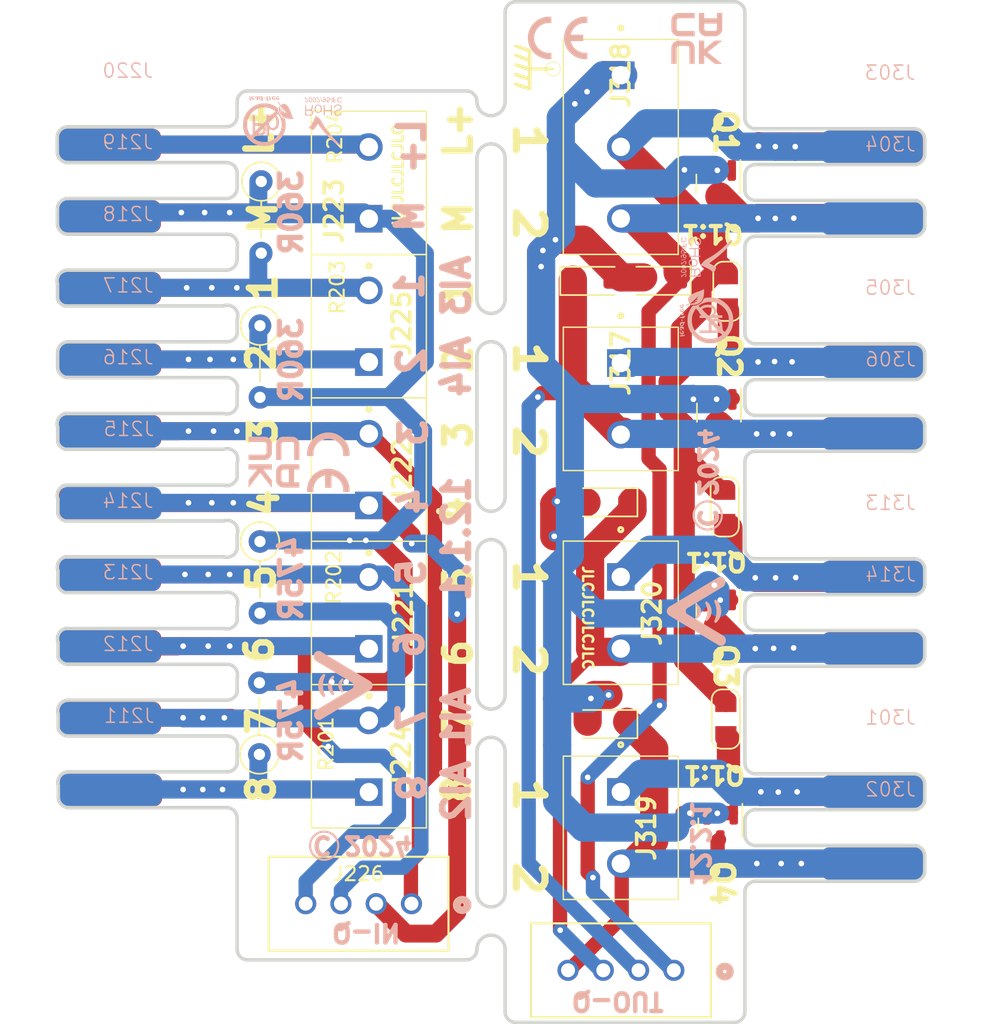
<source format=kicad_pcb>
(kicad_pcb (version 20221018) (generator pcbnew)
  (layers (0 "F.Cu" signal) (31 "B.Cu" signal) (34 "B.Paste" user) (35 "F.Paste" user) (36 "B.SilkS" user "B.Silkscreen") (37 "F.SilkS" user "F.Silkscreen") (38 "B.Mask" user) (39 "F.Mask" user) (44 "Edge.Cuts" user))
  (net 0 "")
  (net 1 "Net-(J306-Pin_1)")
  (net 2 "Net-(J302-Pin_1)")
  (net 3 "Net-(J304-Pin_1)")
  (net 4 "Net-(J201-Pin_1)")
  (net 5 "Net-(J202-Pin_1)")
  (net 6 "Net-(J203-Pin_1)")
  (net 7 "Net-(J204-Pin_1)")
  (net 8 "Net-(J205-Pin_1)")
  (net 9 "Net-(J206-Pin_1)")
  (net 10 "Net-(J207-Pin_1)")
  (net 11 "Net-(J208-Pin_1)")
  (net 12 "M")
  (net 13 "Net-(J210-Pin_1)")
  (net 14 "Net-(J301-Pin_1)")
  (net 15 "Net-(J303-Pin_1)")
  (net 16 "Net-(J305-Pin_1)")
  (net 17 "Net-(J314-Pin_1)")
  (net 18 "Net-(J313-Pin_1)")
  (net 19 "GNDPWR")
  (footprint "PCB_Library:1729128" (layer "F.Cu") (at 110.5 87.65 -90)
    (fp_text reference "J317")
    (fp_text value " DB128L-5.08-2P-BK-S" hide)
  )
  (footprint "PCB_Library:mouse-bite-2mm-slot" (layer "F.Cu") (at 101.3 85.14 90)
    (fp_text reference "mouse-bite-2mm-slot" hide)
    (fp_text value "VAL**" hide)
  )
  (footprint "PCB_Library:mouse-bite-2mm-slot" (layer "F.Cu") (at 101.3 127.2 90)
    (fp_text reference "mouse-bite-2mm-slot" hide)
    (fp_text value "VAL**" hide)
  )
  (footprint "PCB_Library:Conn_pin_PLC" (layer "F.Cu") (at 127.01825 103.115)
    (fp_text reference "J316" hide)
    (fp_text value "Conn_01x01_PAD")
  )
  (footprint "PCB_Library:Conn_pin_PLC" (layer "F.Cu") (at 127.01 118.37)
    (fp_text reference "J308" hide)
    (fp_text value "Conn_01x01_PAD")
  )
  (footprint "Diode_SMD:D_SOD-123F" (layer "F.Cu") (at 113.25 81.82 180)
    (fp_text reference "D304" hide)
    (fp_text value "SMF24CA")
  )
  (footprint "PCB_Library:Conn_pin_PLC" (layer "F.Cu") (at 72.97 67.432224)
    (fp_text reference "J210" hide)
    (fp_text value "Conn_01x01_PAD")
  )
  (footprint "PCB_Library:Conn_pin_PLC" (layer "F.Cu") (at 72.97 72.49)
    (fp_text reference "J209" hide)
    (fp_text value "Conn_01x01_PAD")
  )
  (footprint "Diode_SMD:D_SOD-123F" (layer "F.Cu") (at 109.47 113.24 180)
    (fp_text reference "D303" hide)
    (fp_text value "SMF24CA")
  )
  (footprint "Package_TO_SOT_SMD:SOT-23" (layer "F.Cu") (at 117.41825 105.375 -90)
    (fp_text reference "D306" hide)
    (fp_text value "BAT54C")
  )
  (footprint "PCB_Library:Conn_pin_PLC" (layer "F.Cu") (at 127.01 113.28)
    (fp_text reference "J307" hide)
    (fp_text value "Conn_01x01_PAD")
  )
  (footprint "PCB_Library:Conn_pin_PLC" (layer "F.Cu") (at 73 87.733334)
    (fp_text reference "J206" hide)
    (fp_text value "Conn_01x01_PAD")
  )
  (footprint "PCB_Library:Conn_pin_PLC" (layer "F.Cu") (at 127 82.8)
    (fp_text reference "J311" hide)
    (fp_text value "Conn_01x01_PAD")
  )
  (footprint "PCB_Library:SolderJumper-2_P2.6mm_Open_RoundedPad2.0x3mm" (layer "F.Cu") (at 117.94825 112.885 -90)
    (fp_text reference "JP303" hide)
    (fp_text value "SolderJumper_2_Open_PCB")
  )
  (footprint "Diode_SMD:D_SOD-123F" (layer "F.Cu") (at 109.47 97.52 180)
    (fp_text reference "D302" hide)
    (fp_text value "SMF24CA")
  )
  (footprint "PCB_Library:Conn_pin_PLC" (layer "F.Cu") (at 72.99 108.044446)
    (fp_text reference "J202" hide)
    (fp_text value "Conn_01x01_PAD")
  )
  (footprint "PCB_Library:SolderJumper-2_P2.6mm_Open_RoundedPad2.0x3mm" (layer "F.Cu") (at 117.86825 97.845 -90)
    (fp_text reference "JP302" hide)
    (fp_text value "SolderJumper_2_Open_PCB")
  )
  (footprint "Resistor_THT:R_Axial_DIN0207_L6.3mm_D2.5mm_P5.08mm_Vertical" (layer "F.Cu") (at 85.00825 74.782224 -90)
    (fp_text reference "R204")
    (fp_text value "475R")
  )
  (footprint "PCB_Library:1729128" (layer "F.Cu") (at 92.64 97.74 90)
    (fp_text reference "J222")
    (fp_text value "DB128L-5.08-2P-BK-S" hide)
  )
  (footprint "PCB_Library:Conn_pin_PLC" (layer "F.Cu") (at 73 102.966668)
    (fp_text reference "J203" hide)
    (fp_text value "Conn_01x01_PAD")
  )
  (footprint "Resistor_THT:R_Axial_DIN0207_L6.3mm_D2.5mm_P5.08mm_Vertical" (layer "F.Cu") (at 84.91825 100.297224 -90)
    (fp_text reference "R202")
    (fp_text value "360R")
  )
  (footprint "PCB_Library:Conn_pin_PLC" (layer "F.Cu") (at 72.99 77.587778)
    (fp_text reference "J208" hide)
    (fp_text value "Conn_01x01_PAD")
  )
  (footprint "PCB_Library:1729128" (layer "F.Cu") (at 92.64 118.06 90)
    (fp_text reference "J224")
    (fp_text value " DB128L-5.08-2P-BK-S" hide)
  )
  (footprint "PCB_Library:1729128" (layer "F.Cu") (at 110.5 102.81 -90)
    (fp_text reference "J320")
    (fp_text value "DB128L-5.08-2P-BK-S" hide)
  )
  (footprint "Package_TO_SOT_SMD:SOT-23" (layer "F.Cu") (at 117.55825 120.565 -90)
    (fp_text reference "D305" hide)
    (fp_text value "BAT54C")
  )
  (footprint "Diode_SMD:D_SOD-123F" (layer "F.Cu") (at 108.42 81.83)
    (fp_text reference "D301" hide)
    (fp_text value "SMF24CA")
  )
  (footprint "Resistor_THT:R_Axial_DIN0207_L6.3mm_D2.5mm_P5.08mm_Vertical" (layer "F.Cu") (at 84.87825 115.392224 90)
    (fp_text reference "R201")
    (fp_text value "360R")
  )
  (footprint "PCB_Library:CONN_B04B-XASK-1_JST" (layer "F.Cu") (at 95.66 125.97)
    (fp_text reference "J226")
    (fp_text value "B04B-XASK-1")
  )
  (footprint "PCB_Library:Conn_pin_PLC" (layer "F.Cu") (at 73.06175 113.165)
    (fp_text reference "J201" hide)
    (fp_text value "Conn_01x01_PAD")
  )
  (footprint "PCB_Library:Conn_pin_PLC" (layer "F.Cu") (at 127.02 87.89)
    (fp_text reference "J312" hide)
    (fp_text value "Conn_01x01_PAD")
  )
  (footprint "Package_TO_SOT_SMD:SOT-23" (layer "F.Cu") (at 117.45825 91.165 -90)
    (fp_text reference "D308" hide)
    (fp_text value "BAT54C")
  )
  (footprint "PCB_Library:XY128V-A-5.08-3P" (layer "F.Cu") (at 110.5 67.25 -90)
    (fp_text reference "J318")
    (fp_text value "DB128L-5.08-3P-BK-S" hide)
  )
  (footprint "PCB_Library:Conn_pin_PLC" (layer "F.Cu") (at 127.02 98.06)
    (fp_text reference "J315" hide)
    (fp_text value "Conn_01x01_PAD")
  )
  (footprint "PCB_Library:mouse-bite-2mm-slot" (layer "F.Cu") (at 101.3 99.16 90)
    (fp_text reference "mouse-bite-2mm-slot" hide)
    (fp_text value "VAL**" hide)
  )
  (footprint "PCB_Library:mouse-bite-2mm-slot" (layer "F.Cu") (at 101.3 113.17 90)
    (fp_text reference "mouse-bite-2mm-slot" hide)
    (fp_text value "VAL**" hide)
  )
  (footprint "Resistor_THT:R_Axial_DIN0207_L6.3mm_D2.5mm_P5.08mm_Vertical" (layer "F.Cu") (at 84.91825 85.002224 -90)
    (fp_text reference "R203")
    (fp_text value "475R")
  )
  (footprint "PCB_Library:Conn_pin_PLC" (layer "F.Cu") (at 72.99 97.89889)
    (fp_text reference "J204" hide)
    (fp_text value "Conn_01x01_PAD")
  )
  (footprint "PCB_Library:Conn_pin_PLC" (layer "F.Cu") (at 73 82.645556)
    (fp_text reference "J207" hide)
    (fp_text value "Conn_01x01_PAD")
  )
  (footprint "PCB_Library:Conn_pin_PLC" (layer "F.Cu") (at 72.97175 92.835)
    (fp_text reference "J205" hide)
    (fp_text value "Conn_01x01_PAD")
  )
  (footprint "PCB_Library:1729128" (layer "F.Cu") (at 92.64 107.9 90)
    (fp_text reference "J221")
    (fp_text value "DB128L-5.08-2P-BK-S" hide)
  )
  (footprint "PCB_Library:SolderJumper-2_P2.6mm_Open_RoundedPad2.0x3mm" (layer "F.Cu") (at 118.05825 82.565 -90)
    (fp_text reference "JP301" hide)
    (fp_text value "SolderJumper_2_Open_PCB")
  )
  (footprint "PCB_Library:1729128" (layer "F.Cu") (at 92.64 77.42 90)
    (fp_text reference "J223")
    (fp_text value "DB128L-5.08-2P-BK-S" hide)
  )
  (footprint "PCB_Library:Conn_pin_PLC" (layer "F.Cu") (at 126.99 72.65)
    (fp_text reference "J310" hide)
    (fp_text value "Conn_01x01_PAD")
  )
  (footprint "PCB_Library:1729128" (layer "F.Cu") (at 92.64 87.58 90)
    (fp_text reference "J225")
    (fp_text value "DB128L-5.08-2P-BK-S" hide)
  )
  (footprint "PCB_Library:mouse-bite-2mm-slot" (layer "F.Cu") (at 101.29 71.11 90)
    (fp_text reference "mouse-bite-2mm-slot" hide)
    (fp_text value "VAL**" hide)
  )
  (footprint "PCB_Library:Conn_pin_PLC" (layer "F.Cu") (at 126.99 67.57)
    (fp_text reference "J309" hide)
    (fp_text value "Conn_01x01_PAD")
  )
  (footprint "PCB_Library:1729128" (layer "F.Cu") (at 110.5 118.05 -90)
    (fp_text reference "J319")
    (fp_text value "DB128L-5.08-2P-BK-S" hide)
  )
  (footprint "Package_TO_SOT_SMD:SOT-23" (layer "F.Cu") (at 117.41825 74.935 -90)
    (fp_text reference "D307" hide)
    (fp_text value "BAT54C")
  )
  (footprint "PCB_Library:CONN_B04B-XASK-1_JST" (layer "F.Cu") (at 114.26 130.69)
    (fp_text reference "J321" hide)
    (fp_text value "B04B-XASK-1")
  )
  (footprint "PCB_Library:Conn_pin_PLC" (layer "B.Cu") (at 129.6265 118.37 180)
    (fp_text reference "J302")
    (fp_text value "Conn_01x01_PAD")
  )
  (footprint "PCB_Library:Conn_pin_PLC" (layer "B.Cu") (at 129.6365 103.13 180)
    (fp_text reference "J314")
    (fp_text value "Conn_01x01_PAD")
  )
  (footprint "PCB_Library:Conn_pin_PLC" (layer "B.Cu") (at 75.5665 108.062224 180)
    (fp_text reference "J212")
    (fp_text value "Conn_01x01_PAD")
  )
  (footprint "PCB_Library:Conn_pin_PLC" (layer "B.Cu") (at 75.5765 87.742224 180)
    (fp_text reference "J216")
    (fp_text value "Conn_01x01_PAD")
  )
  (footprint "PCB_Library:Conn_pin_PLC" (layer "B.Cu") (at 75.5765 102.982224 180)
    (fp_text reference "J213")
    (fp_text value "Conn_01x01_PAD")
  )
  (footprint "PCB_Library:Conn_pin_PLC" (layer "B.Cu") (at 75.5765 82.652224 180)
    (fp_text reference "J217")
    (fp_text value "Conn_01x01_PAD")
  )
  (footprint "PCB_Library:Conn_pin_PLC" (layer "B.Cu") (at 129.6365 87.89 180)
    (fp_text reference "J306")
    (fp_text value "Conn_01x01_PAD")
  )
  (footprint "LOGO" (layer "B.Cu") (at 89.91 95.01 -90)
    (fp_text reference "G***" hide)
    (fp_text value "LOGO" hide)
  )
  (footprint "LOGO" (layer "B.Cu") (at 115.92825 64.605)
    (fp_text reference "G***" hide)
    (fp_text value "LOGO" hide)
  )
  (footprint "LOGO" (layer "B.Cu") (at 106.349126 64.458144)
    (fp_text reference "G***" hide)
    (fp_text value "LOGO" hide)
  )
  (footprint "LOGO" (layer "B.Cu") (at 116.57825 82.495 90)
    (fp_text reference "G***" hide)
    (fp_text value "LOGO" hide)
  )
  (footprint "PCB_Library:Conn_pin_PLC" (layer "B.Cu") (at 75.5465 72.492224 180)
    (fp_text reference "J219")
    (fp_text value "Conn_01x01_PAD")
  )
  (footprint "PCB_Library:Conn_pin_PLC" (layer "B.Cu") (at 129.6265 98.06 180)
    (fp_text reference "J313")
    (fp_text value "Conn_01x01_PAD")
  )
  (footprint "PCB_Library:Conn_pin_PLC" (layer "B.Cu") (at 75.64825 113.152224 180)
    (fp_text reference "J211")
    (fp_text value "Conn_01x01_PAD")
  )
  (footprint "PCB_Library:Conn_pin_PLC" (layer "B.Cu") (at 129.6165 113.28 180)
    (fp_text reference "J301")
    (fp_text value "Conn_01x01_PAD")
  )
  (footprint "PCB_Library:Conn_pin_PLC" (layer "B.Cu") (at 75.5665 97.912224 180)
    (fp_text reference "J214")
    (fp_text value "Conn_01x01_PAD")
  )
  (footprint "PCB_Library:Conn_pin_PLC" (layer "B.Cu") (at 129.5965 67.57 180)
    (fp_text reference "J303")
    (fp_text value "Conn_01x01_PAD")
  )
  (footprint "PCB_Library:Conn_pin_PLC" (layer "B.Cu") (at 129.62 72.65 180)
    (fp_text reference "J304")
    (fp_text value "Conn_01x01_PAD")
  )
  (footprint "LOGO" (layer "B.Cu") (at 85.95 94.71 -90)
    (fp_text reference "G***" hide)
    (fp_text value "LOGO" hide)
  )
  (footprint "PCB_Library:Conn_pin_PLC" (layer "B.Cu") (at 75.62825 92.825 180)
    (fp_text reference "J215")
    (fp_text value "Conn_01x01_PAD")
  )
  (footprint "LOGO" (layer "B.Cu") (at 87.21825 70.503224)
    (fp_text reference "G***" hide)
    (fp_text value "LOGO" hide)
  )
  (footprint "PCB_Library:Conn_pin_PLC" (layer "B.Cu") (at 75.5665 77.592224 180)
    (fp_text reference "J218")
    (fp_text value "Conn_01x01_PAD")
  )
  (footprint "PCB_Library:Conn_pin_PLC" (layer "B.Cu") (at 129.6165 82.81 180)
    (fp_text reference "J305")
    (fp_text value "Conn_01x01_PAD")
  )
  (footprint "PCB_Library:Conn_pin_PLC" (layer "B.Cu") (at 75.5465 67.432224 180)
    (fp_text reference "J220")
    (fp_text value "Conn_01x01_PAD")
  )
  (gr_poly (pts (xy 117.620464 105.304575) (xy 117.615942 105.36337) (xy 117.608508 105.421054) (xy 117.598245 105.477545) (xy 117.585235 105.532764) (xy 117.569562 105.586628) (xy 117.551309 105.639057) (xy 117.530559 105.68997) (xy 117.507395 105.739285) (xy 117.481901 105.786921) (xy 117.454159 105.832797) (xy 117.424252 105.876833) (xy 117.392265 105.918946) (xy 117.358279 105.959057) (xy 117.322378 105.997083) (xy 117.284645 106.032944) (xy 117.284645 106.034135) (xy 117.278112 106.039973) (xy 117.271375 106.045867) (xy 117.257658 106.057749) (xy 117.257354 106.057976) (xy 117.257044 106.058196) (xy 117.256729 106.058407) (xy 117.256409 106.05861) (xy 117.256084 106.058804) (xy 117.255753 106.05899) (xy 117.255418 106.059168) (xy 117.255078 106.059337) (xy 117.253032 106.060435) (xy 117.250957 106.061471) (xy 117.248856 106.062445) (xy 117.246729 106.063356) (xy 117.244578 106.064204) (xy 117.242406 106.064989) (xy 117.240212 106.06571) (xy 117.237998 106.066366) (xy 117.235767 106.066958) (xy 117.233518 106.067485) (xy 117.231255 106.067946) (xy 117.228977 106.068342) (xy 117.226687 106.068671) (xy 117.224386 106.068934) (xy 117.222075 106.06913) (xy 117.219756 106.069258) (xy 117.215464 106.069138) (xy 117.211221 106.068781) (xy 117.207031 106.068193) (xy 117.2029 106.067378) (xy 117.198831 106.066342) (xy 117.194828 106.065089) (xy 117.190896 106.063626) (xy 117.187039 106.061956) (xy 117.183261 106.060086) (xy 117.179566 106.05802) (xy 117.175959 106.055763) (xy 117.172443 106.053321) (xy 117.169023 106.050698) (xy 117.165704 106.0479) (xy 117.162488 106.044932) (xy 117.159382 106.041799) (xy 117.156388 106.038506) (xy 117.153511 106.035059) (xy 117.150755 106.031461) (xy 117.148125 106.02772) (xy 117.145624 106.023839) (xy 117.143258 106.019823) (xy 117.141029 106.015679) (xy 117.138943 106.01141) (xy 117.137003 106.007023) (xy 117.135214 106.002522) (xy 117.133579 105.997912) (xy 117.132104 105.993199) (xy 117.130793 105.988387) (xy 117.129648 105.983482) (xy 117.128676 105.978489) (xy 117.12788 105.973413) (xy 117.127338 105.970692) (xy 117.126873 105.967958) (xy 117.126484 105.965214) (xy 117.126172 105.96246) (xy 117.125937 105.959699) (xy 117.12578 105.956932) (xy 117.1257 105.95416) (xy 117.125697 105.951386) (xy 117.125697 105.948013) (xy 117.125737 105.945892) (xy 117.125823 105.943773) (xy 117.125954 105.941657) (xy 117.12613 105.939545) (xy 117.126351 105.937437) (xy 117.126617 105.935334) (xy 117.126928 105.933237) (xy 117.127284 105.931146) (xy 117.127307 105.930292) (xy 117.127371 105.929442) (xy 117.127471 105.928597) (xy 117.127604 105.927753) (xy 117.127763 105.926913) (xy 117.127944 105.926074) (xy 117.128351 105.924399) (xy 117.12921 105.921044) (xy 117.129405 105.920201) (xy 117.129582 105.919355) (xy 117.129737 105.918505) (xy 117.129864 105.917652) (xy 117.132841 105.908127) (xy 117.133208 105.906956) (xy 117.133598 105.905793) (xy 117.134011 105.904639) (xy 117.134447 105.903492) (xy 117.134905 105.902355) (xy 117.135385 105.901227) (xy 117.135888 105.900108) (xy 117.136413 105.898999) (xy 117.137753 105.896581) (xy 117.139059 105.894145) (xy 117.140328 105.89169) (xy 117.141562 105.889218) (xy 117.14276 105.886728) (xy 117.143922 105.88422) (xy 117.145047 105.881696) (xy 117.146136 105.879155) (xy 117.146586 105.878269) (xy 117.147056 105.877395) (xy 117.147547 105.876532) (xy 117.148058 105.875682) (xy 117.14859 105.874844) (xy 117.149141 105.874019) (xy 117.149712 105.873207) (xy 117.150303 105.872408) (xy 117.151658 105.870488) (xy 117.153045 105.868592) (xy 117.154463 105.866719) (xy 117.155912 105.86487) (xy 117.157391 105.863046) (xy 117.158901 105.861246) (xy 117.160441 105.859472) (xy 117.162011 105.857723) (xy 117.161143 105.858513) (xy 117.160288 105.859315) (xy 117.159445 105.86013) (xy 117.158615 105.860958) (xy 117.157798 105.861798) (xy 117.156994 105.86265) (xy 117.156204 105.863514) (xy 117.155427 105.864391) (xy 117.154663 105.865279) (xy 117.153913 105.866178) (xy 117.153177 105.86709) (xy 117.152455 105.868012) (xy 117.151747 105.868946) (xy 117.151053 105.869891) (xy 117.150373 105.870847) (xy 117.149708 105.871813) (xy 117.165045 105.838961) (xy 117.179563 105.805093) (xy 117.193239 105.770248) (xy 117.206049 105.73446) (xy 117.217969 105.697767) (xy 117.228976 105.660204) (xy 117.239047 105.621808) (xy 117.248158 105.582615) (xy 117.256285 105.542662) (xy 117.263404 105.501985) (xy 117.269493 105.46062) (xy 117.274528 105.418603) (xy 117.278485 105.375972) (xy 117.281341 105.332762) (xy 117.283071 105.289009) (xy 117.283653 105.24475) (xy 117.283041 105.199593) (xy 117.281223 105.154933) (xy 117.278223 105.110812) (xy 117.274069 105.067273) (xy 117.268786 105.024357) (xy 117.2624 104.982106) (xy 117.254936 104.940562) (xy 117.246421 104.899767) (xy 117.236881 104.859762) (xy 117.226341 104.82059) (xy 117.214827 104.782293) (xy 117.202365 104.744911) (xy 117.188981 104.708488) (xy 117.174701 104.673064) (xy 117.159551 104.638683) (xy 117.143556 104.605385) (xy 117.143157 104.6048) (xy 117.142769 104.604208) (xy 117.142392 104.603609) (xy 117.142027 104.603003) (xy 117.141675 104.602391) (xy 117.141333 104.601772) (xy 117.141004 104.601147) (xy 117.140687 104.600515) (xy 117.140382 104.599878) (xy 117.14009 104.599235) (xy 117.139809 104.598586) (xy 117.139541 104.597932) (xy 117.139286 104.597272) (xy 117.139043 104.596608) (xy 117.138813 104.595939) (xy 117.138595 104.595265) (xy 117.137014 104.591857) (xy 117.135533 104.588411) (xy 117.134154 104.584928) (xy 117.132877 104.58141) (xy 117.131702 104.57786) (xy 117.130631 104.574279) (xy 117.129663 104.570671) (xy 117.128799 104.567038) (xy 117.12804 104.563381) (xy 117.127386 104.559703) (xy 117.126838 104.556006) (xy 117.126395 104.552293) (xy 117.126059 104.548566) (xy 117.125831 104.544826) (xy 117.12571 104.541077) (xy 117.125697 104.537321) (xy 117.125817 104.531331) (xy 117.126175 104.525422) (xy 117.126764 104.5196) (xy 117.127579 104.513873) (xy 117.129861 104.502733) (xy 117.132974 104.492058) (xy 117.136872 104.481907) (xy 117.141509 104.472336) (xy 117.146836 104.463404) (xy 117.152808 104.455168) (xy 117.156022 104.451328) (xy 117.159378 104.447685) (xy 117.162873 104.444244) (xy 117.166499 104.441013) (xy 117.170251 104.437999) (xy 117.174123 104.435209) (xy 117.17811 104.432651) (xy 117.182205 104.430332) (xy 117.186403 104.428259) (xy 117.190697 104.426438) (xy 117.195083 104.424878) (xy 117.199553 104.423586) (xy 117.204103 104.422568) (xy 117.208726 104.421832) (xy 117.213417 104.421385) (xy 117.218169 104.421235) (xy 117.221043 104.421331) (xy 117.223905 104.421531) (xy 117.226753 104.421834) (xy 117.229583 104.422238) (xy 117.232394 104.422744) (xy 117.235181 104.423349) (xy 117.237944 104.424054) (xy 117.240678 104.424857) (xy 117.243382 104.425758) (xy 117.246053 104.426756) (xy 117.248688 104.427849) (xy 117.251284 104.429038) (xy 117.253839 104.430321) (xy 117.25635 104.431698) (xy 117.258814 104.433167) (xy 117.26123 104.434729) (xy 117.263537 104.436681) (xy 117.265843 104.438666) (xy 117.270457 104.442716) (xy 117.275071 104.446839) (xy 117.279684 104.451) (xy 117.317865 104.486924) (xy 117.354215 104.525127) (xy 117.388646 104.565511) (xy 117.421071 104.60798) (xy 117.451404 104.652436) (xy 117.479556 104.698782) (xy 117.505441 104.74692) (xy 117.528972 104.796753) (xy 117.55006 104.848184) (xy 117.56862 104.901114) (xy 117.584564 104.955448) (xy 117.597805 105.011087) (xy 117.608255 105.067934) (xy 117.615827 105.125892) (xy 117.620434 105.184863) (xy 117.621989 105.24475)) (fill solid) (layer "B.SilkS"))
  (gr_line (start 115.064725 105.421757) (end 115.089331 105.438028) (stroke (width 0.00496)) (layer "B.SilkS"))
  (gr_poly (pts (xy 116.197048 105.282376) (xy 116.193636 105.318202) (xy 116.18803 105.353366) (xy 116.180294 105.387817) (xy 116.170495 105.421503) (xy 116.158697 105.454372) (xy 116.144966 105.486372) (xy 116.129367 105.517453) (xy 116.111966 105.547561) (xy 116.092829 105.576645) (xy 116.07202 105.604654) (xy 116.049605 105.631536) (xy 116.025649 105.657238) (xy 116.000218 105.68171) (xy 115.973377 105.704899) (xy 115.945192 105.726754) (xy 115.925349 105.74124) (xy 115.923364 105.74124) (xy 115.921765 105.741959) (xy 115.920151 105.74264) (xy 115.918523 105.743281) (xy 115.916881 105.743883) (xy 115.915226 105.744446) (xy 115.913559 105.74497) (xy 115.911881 105.745453) (xy 115.910191 105.745897) (xy 115.908492 105.7463) (xy 115.906784 105.746664) (xy 115.905066 105.746986) (xy 115.903341 105.747269) (xy 115.901609 105.74751) (xy 115.899871 105.747711) (xy 115.898126 105.74787) (xy 115.896377 105.747988) (xy 115.893184 105.747917) (xy 115.890025 105.747705) (xy 115.886901 105.747354) (xy 115.883816 105.746867) (xy 115.880774 105.746247) (xy 115.877778 105.745497) (xy 115.874832 105.74462) (xy 115.871938 105.743618) (xy 115.8691 105.742495) (xy 115.866322 105.741253) (xy 115.863607 105.739895) (xy 115.860959 105.738424) (xy 115.85838 105.736842) (xy 115.855874 105.735154) (xy 115.853444 105.73336) (xy 115.851094 105.731466) (xy 115.848828 105.729472) (xy 115.846648 105.727382) (xy 115.844559 105.7252) (xy 115.842562 105.722926) (xy 115.840663 105.720566) (xy 115.838863 105.718121) (xy 115.837167 105.715594) (xy 115.835578 105.712989) (xy 115.8341 105.710307) (xy 115.832735 105.707553) (xy 115.831487 105.704727) (xy 115.830359 105.701835) (xy 115.829356 105.698878) (xy 115.82848 105.695859) (xy 115.827734 105.692781) (xy 115.827122 105.689647) (xy 115.82678 105.687982) (xy 115.826486 105.686308) (xy 115.82624 105.684627) (xy 115.826042 105.68294) (xy 115.825892 105.681248) (xy 115.825791 105.679553) (xy 115.825737 105.677854) (xy 115.825733 105.676153) (xy 115.825733 105.674963) (xy 115.825637 105.673675) (xy 115.825568 105.672385) (xy 115.825526 105.671094) (xy 115.825513 105.669803) (xy 115.825526 105.668512) (xy 115.825568 105.667222) (xy 115.825637 105.665932) (xy 115.825733 105.664644) (xy 115.826035 105.663641) (xy 115.826321 105.662633) (xy 115.826593 105.661622) (xy 115.826849 105.660606) (xy 115.827089 105.659587) (xy 115.827314 105.658564) (xy 115.827523 105.657538) (xy 115.827717 105.656508) (xy 115.830099 105.650555) (xy 115.830355 105.649831) (xy 115.83063 105.649115) (xy 115.830925 105.648407) (xy 115.831238 105.647707) (xy 115.83157 105.647016) (xy 115.831921 105.646334) (xy 115.832291 105.645661) (xy 115.832678 105.644999) (xy 115.833694 105.643584) (xy 115.834663 105.642168) (xy 115.835594 105.640747) (xy 115.836498 105.639318) (xy 115.838259 105.636432) (xy 115.84002 105.633489) (xy 115.840375 105.632938) (xy 115.840743 105.632394) (xy 115.841122 105.63186) (xy 115.841514 105.631334) (xy 115.841917 105.630817) (xy 115.842332 105.630309) (xy 115.842758 105.629811) (xy 115.843196 105.629322) (xy 115.84422 105.628142) (xy 115.845264 105.62698) (xy 115.846328 105.625836) (xy 115.847411 105.624709) (xy 115.848512 105.623602) (xy 115.849632 105.622513) (xy 115.85077 105.621443) (xy 115.851927 105.620392) (xy 115.851291 105.620851) (xy 115.850664 105.621321) (xy 115.850044 105.621801) (xy 115.849433 105.622291) (xy 115.848831 105.622791) (xy 115.848237 105.623302) (xy 115.847652 105.623822) (xy 115.847076 105.624351) (xy 115.846508 105.624891) (xy 115.84595 105.625439) (xy 115.845401 105.625998) (xy 115.844862 105.626565) (xy 115.844331 105.627142) (xy 115.843811 105.627727) (xy 115.8433 105.628322) (xy 115.842799 105.628925) (xy 115.866605 105.583298) (xy 115.887192 105.536569) (xy 115.904563 105.488899) (xy 115.918716 105.440447) (xy 115.929655 105.391375) (xy 115.937378 105.341841) (xy 115.941888 105.292007) (xy 115.943186 105.242033) (xy 115.941272 105.192078) (xy 115.936148 105.142304) (xy 115.927814 105.092869) (xy 115.916272 105.043935) (xy 115.901522 104.995662) (xy 115.883565 104.948209) (xy 115.862403 104.901738) (xy 115.838036 104.856408) (xy 115.837481 104.855693) (xy 115.836949 104.854962) (xy 115.83644 104.854214) (xy 115.835956 104.853451) (xy 115.835496 104.852674) (xy 115.835061 104.851881) (xy 115.834651 104.851075) (xy 115.834266 104.850256) (xy 115.833114 104.848222) (xy 115.832033 104.846153) (xy 115.831025 104.844053) (xy 115.83009 104.841923) (xy 115.829228 104.839766) (xy 115.82844 104.837582) (xy 115.827727 104.835374) (xy 115.827088 104.833144) (xy 115.826525 104.830893) (xy 115.826038 104.828625) (xy 115.825628 104.82634) (xy 115.825294 104.82404) (xy 115.825038 104.821728) (xy 115.82486 104.819405) (xy 115.824761 104.817074) (xy 115.824741 104.814736) (xy 115.824788 104.811255) (xy 115.825006 104.807796) (xy 115.825393 104.804364) (xy 115.825948 104.800966) (xy 115.826667 104.797607) (xy 115.827548 104.794293) (xy 115.828589 104.79103) (xy 115.829787 104.787823) (xy 115.831141 104.784678) (xy 115.832647 104.781602) (xy 115.834304 104.7786) (xy 115.836109 104.775677) (xy 115.83806 104.77284) (xy 115.840155 104.770095) (xy 115.84239 104.767446) (xy 115.844765 104.764901) (xy 115.847263 104.762476) (xy 115.849867 104.760188) (xy 115.85257 104.75804) (xy 115.855368 104.756033) (xy 115.858255 104.75417) (xy 115.861223 104.752454) (xy 115.864269 104.750887) (xy 115.867386 104.749472) (xy 115.870569 104.74821) (xy 115.873811 104.747105) (xy 115.877107 104.746158) (xy 115.880451 104.745373) (xy 115.883837 104.744752) (xy 115.88726 104.744296) (xy 115.890715 104.744009) (xy 115.894194 104.743894) (xy 115.896299 104.74394) (xy 115.898398 104.744051) (xy 115.90049 104.744227) (xy 115.902572 104.744468) (xy 115.904645 104.744772) (xy 115.906705 104.74514) (xy 115.908752 104.74557) (xy 115.910785 104.746064) (xy 115.912801 104.74662) (xy 115.9148 104.747238) (xy 115.91678 104.747918) (xy 115.918739 104.748659) (xy 115.920676 104.749461) (xy 115.92259 104.750323) (xy 115.924478 104.751246) (xy 115.926341 104.752228) (xy 115.928061 104.753371) (xy 115.929795 104.75456) (xy 115.931538 104.755786) (xy 115.933286 104.75704) (xy 115.936777 104.759595) (xy 115.940231 104.76215) (xy 115.96893 104.784071) (xy 115.996268 104.807379) (xy 116.022177 104.832015) (xy 116.046591 104.857918) (xy 116.06944 104.885029) (xy 116.090658 104.913288) (xy 116.110177 104.942637) (xy 116.127928 104.973015) (xy 116.143845 105.004362) (xy 116.15786 105.03662) (xy 116.169904 105.069728) (xy 116.17991 105.103627) (xy 116.18781 105.138257) (xy 116.193537 105.173559) (xy 116.195565 105.191444) (xy 116.197023 105.209474) (xy 116.197904 105.227642) (xy 116.1982 105.245941)) (fill solid) (layer "B.SilkS"))
  (gr_circle (center 116.662251 98.452999) (end 115.662251 98.452999) (stroke (width 0.15)) (fill none) (layer "B.SilkS"))
  (gr_poly (pts (xy 116.935683 105.289885) (xy 116.931952 105.337466) (xy 116.925665 105.384564) (xy 116.916868 105.431086) (xy 116.905603 105.476936) (xy 116.891914 105.52202) (xy 116.875843 105.566243) (xy 116.857434 105.609511) (xy 116.836731 105.651729) (xy 116.813776 105.692802) (xy 116.788613 105.732636) (xy 116.761285 105.771137) (xy 116.731836 105.80821) (xy 116.700308 105.84376) (xy 116.666746 105.877692) (xy 116.631191 105.909912) (xy 116.62517 105.914855) (xy 116.619037 105.919834) (xy 116.612829 105.924814) (xy 116.606585 105.929756) (xy 116.606468 105.92987) (xy 116.606348 105.929981) (xy 116.606225 105.930088) (xy 116.606099 105.930192) (xy 116.605971 105.930292) (xy 116.605839 105.930388) (xy 116.605706 105.930481) (xy 116.60557 105.930571) (xy 116.605431 105.930656) (xy 116.605291 105.930738) (xy 116.605148 105.930816) (xy 116.605003 105.930889) (xy 116.604855 105.930959) (xy 116.604706 105.931025) (xy 116.604555 105.931087) (xy 116.604402 105.931145) (xy 116.602468 105.932136) (xy 116.600511 105.933072) (xy 116.598531 105.933953) (xy 116.59653 105.934779) (xy 116.594508 105.935549) (xy 116.592467 105.936264) (xy 116.590408 105.936923) (xy 116.588332 105.937525) (xy 116.586241 105.93807) (xy 116.584135 105.938559) (xy 116.582016 105.93899) (xy 116.579885 105.939363) (xy 116.577743 105.939679) (xy 116.575591 105.939936) (xy 116.573431 105.940134) (xy 116.571263 105.940274) (xy 116.567168 105.939934) (xy 116.563127 105.939413) (xy 116.559144 105.938714) (xy 116.555224 105.937842) (xy 116.55137 105.936801) (xy 116.547586 105.935595) (xy 116.543878 105.934228) (xy 116.540248 105.932703) (xy 116.536702 105.931026) (xy 116.533243 105.9292) (xy 116.529875 105.927228) (xy 116.526604 105.925116) (xy 116.523432 105.922867) (xy 116.520364 105.920485) (xy 116.517405 105.917974) (xy 116.514558 105.915339) (xy 116.511828 105.912583) (xy 116.509219 105.90971) (xy 116.506734 105.906725) (xy 116.504379 105.903631) (xy 116.502158 105.900432) (xy 116.500073 105.897133) (xy 116.498131 105.893738) (xy 116.496335 105.89025) (xy 116.494689 105.886675) (xy 116.493197 105.883014) (xy 116.491863 105.879274) (xy 116.490693 105.875457) (xy 116.489689 105.871568) (xy 116.488856 105.867611) (xy 116.488198 105.86359) (xy 116.48772 105.85951) (xy 116.487265 105.857205) (xy 116.486876 105.85489) (xy 116.486553 105.852566) (xy 116.486296 105.850234) (xy 116.486106 105.847895) (xy 116.485982 105.845552) (xy 116.485925 105.843205) (xy 116.485935 105.840856) (xy 116.485935 105.838078) (xy 116.485946 105.83628) (xy 116.486005 105.834483) (xy 116.486109 105.832689) (xy 116.48626 105.830899) (xy 116.486457 105.829113) (xy 116.4867 105.827332) (xy 116.486989 105.825558) (xy 116.487324 105.823791) (xy 116.487683 105.822391) (xy 116.488026 105.820986) (xy 116.48835 105.819578) (xy 116.488657 105.818165) (xy 116.488946 105.816749) (xy 116.489217 105.815329) (xy 116.48947 105.813906) (xy 116.489705 105.812479) (xy 116.489725 105.811928) (xy 116.489784 105.811389) (xy 116.489876 105.810861) (xy 116.489999 105.810343) (xy 116.490149 105.809833) (xy 116.490322 105.80933) (xy 116.490514 105.808832) (xy 116.490722 105.808337) (xy 116.491168 105.807354) (xy 116.49163 105.806368) (xy 116.492079 105.805369) (xy 116.492288 105.80486) (xy 116.492483 105.804344) (xy 116.492773 105.803359) (xy 116.493094 105.802385) (xy 116.493446 105.801422) (xy 116.493828 105.800471) (xy 116.494241 105.799533) (xy 116.494684 105.798609) (xy 116.495156 105.797698) (xy 116.495658 105.796803) (xy 116.496831 105.794801) (xy 116.497971 105.792809) (xy 116.499084 105.790817) (xy 116.500173 105.788816) (xy 116.501243 105.786796) (xy 116.5023 105.784748) (xy 116.503347 105.782662) (xy 116.504389 105.780531) (xy 116.504816 105.779807) (xy 116.505255 105.779091) (xy 116.505707 105.778383) (xy 116.506173 105.777684) (xy 116.506651 105.776993) (xy 116.507141 105.776311) (xy 116.507644 105.775638) (xy 116.50816 105.774975) (xy 116.509393 105.773324) (xy 116.510658 105.771697) (xy 116.511953 105.770095) (xy 116.513278 105.768519) (xy 116.514634 105.766968) (xy 116.516019 105.765443) (xy 116.517433 105.763945) (xy 116.518875 105.762473) (xy 116.517338 105.763816) (xy 116.515841 105.765203) (xy 116.514385 105.766632) (xy 116.512972 105.768102) (xy 116.511602 105.769613) (xy 116.510277 105.771163) (xy 116.508997 105.772752) (xy 116.507763 105.774379) (xy 116.522673 105.743416) (xy 116.53663 105.712071) (xy 116.549631 105.680366) (xy 116.561669 105.648323) (xy 116.572739 105.615965) (xy 116.582837 105.583314) (xy 116.591957 105.550392) (xy 116.600095 105.51722) (xy 116.607245 105.483822) (xy 116.613401 105.45022) (xy 116.61856 105.416434) (xy 116.622716 105.382488) (xy 116.625864 105.348404) (xy 116.627998 105.314204) (xy 116.629114 105.27991) (xy 116.629207 105.245544) (xy 116.629096 105.21044) (xy 116.627915 105.175413) (xy 116.625671 105.140487) (xy 116.622368 105.105685) (xy 116.618012 105.071032) (xy 116.612609 105.036551) (xy 116.606165 105.002265) (xy 116.598684 104.968198) (xy 116.590173 104.934374) (xy 116.580636 104.900817) (xy 116.570081 104.867549) (xy 116.558511 104.834595) (xy 116.545934 104.801979) (xy 116.532353 104.769723) (xy 116.517776 104.737852) (xy 116.502207 104.706389) (xy 116.501829 104.705904) (xy 116.501462 104.705412) (xy 116.501105 104.704913) (xy 116.500758 104.704406) (xy 116.500422 104.703894) (xy 116.500096 104.703374) (xy 116.499782 104.702848) (xy 116.499478 104.702316) (xy 116.499184 104.701778) (xy 116.498902 104.701234) (xy 116.498631 104.700685) (xy 116.498371 104.700129) (xy 116.498122 104.699569) (xy 116.497885 104.699003) (xy 116.497659 104.698432) (xy 116.497444 104.697856) (xy 116.496048 104.694989) (xy 116.494739 104.692087) (xy 116.493519 104.689151) (xy 116.492388 104.686183) (xy 116.491347 104.683185) (xy 116.490396 104.68016) (xy 116.489535 104.67711) (xy 116.488764 104.674036) (xy 116.488086 104.67094) (xy 116.487499 104.667825) (xy 116.487005 104.664693) (xy 116.486603 104.661545) (xy 116.486295 104.658384) (xy 116.48608 104.655212) (xy 116.48596 104.65203) (xy 116.485935 104.648842) (xy 116.486044 104.643795) (xy 116.486367 104.638816) (xy 116.4869 104.63391) (xy 116.487637 104.629085) (xy 116.488573 104.624345) (xy 116.489702 104.619697) (xy 116.49102 104.615147) (xy 116.49252 104.610702) (xy 116.494199 104.606366) (xy 116.49605 104.602147) (xy 116.498069 104.59805) (xy 116.50025 104.594081) (xy 116.502588 104.590247) (xy 116.505078 104.586553) (xy 116.507714 104.583006) (xy 116.510491 104.579612) (xy 116.513405 104.576376) (xy 116.516449 104.573305) (xy 116.519619 104.570405) (xy 116.522909 104.567682) (xy 116.526315 104.565142) (xy 116.52983 104.562791) (xy 116.53345 104.560635) (xy 116.537169 104.55868) (xy 116.540982 104.556932) (xy 116.544885 104.555398) (xy 116.548871 104.554083) (xy 116.552935 104.552994) (xy 116.557073 104.552136) (xy 116.561279 104.551516) (xy 116.565548 104.551139) (xy 116.569874 104.551012) (xy 116.572503 104.551059) (xy 116.575123 104.551198) (xy 116.577733 104.55143) (xy 116.580328 104.551753) (xy 116.582908 104.552167) (xy 116.585469 104.552671) (xy 116.588009 104.553264) (xy 116.590527 104.553946) (xy 116.593019 104.554716) (xy 116.595483 104.555574) (xy 116.597917 104.556518) (xy 116.600319 104.557548) (xy 116.602685 104.558664) (xy 116.605015 104.559864) (xy 116.607305 104.561149) (xy 116.609553 104.562516) (xy 116.609561 104.562522) (xy 116.613729 104.565833) (xy 116.617896 104.569219) (xy 116.622063 104.572679) (xy 116.62623 104.576214) (xy 116.662023 104.608169) (xy 116.695837 104.64185) (xy 116.727628 104.677165) (xy 116.757353 104.714017) (xy 116.784966 104.752313) (xy 116.810425 104.791959) (xy 116.833685 104.832861) (xy 116.854701 104.874924) (xy 116.873432 104.918054) (xy 116.889831 104.962156) (xy 116.903856 105.007137) (xy 116.915461 105.052902) (xy 116.924604 105.099356) (xy 116.931241 105.146407) (xy 116.935327 105.193958) (xy 116.936818 105.241917)) (fill solid) (layer "B.SilkS"))
  (gr_poly (pts (xy 89.04697 110.443566) (xy 89.051492 110.384771) (xy 89.058926 110.327087) (xy 89.069189 110.270596) (xy 89.082199 110.215377) (xy 89.097872 110.161513) (xy 89.116125 110.109084) (xy 89.136875 110.058171) (xy 89.160039 110.008856) (xy 89.185533 109.96122) (xy 89.213275 109.915344) (xy 89.243182 109.871308) (xy 89.275169 109.829195) (xy 89.309155 109.789084) (xy 89.345056 109.751058) (xy 89.382789 109.715197) (xy 89.382789 109.714006) (xy 89.389322 109.708168) (xy 89.396059 109.702274) (xy 89.409776 109.690392) (xy 89.41008 109.690165) (xy 89.41039 109.689945) (xy 89.410705 109.689734) (xy 89.411025 109.689531) (xy 89.41135 109.689337) (xy 89.411681 109.689151) (xy 89.412016 109.688973) (xy 89.412356 109.688804) (xy 89.414402 109.687706) (xy 89.416477 109.68667) (xy 89.418578 109.685696) (xy 89.420705 109.684785) (xy 89.422856 109.683937) (xy 89.425028 109.683152) (xy 89.427222 109.682431) (xy 89.429436 109.681775) (xy 89.431667 109.681183) (xy 89.433916 109.680656) (xy 89.436179 109.680195) (xy 89.438457 109.679799) (xy 89.440747 109.67947) (xy 89.443048 109.679207) (xy 89.445359 109.679011) (xy 89.447678 109.678883) (xy 89.45197 109.679003) (xy 89.456213 109.67936) (xy 89.460403 109.679948) (xy 89.464534 109.680763) (xy 89.468603 109.681799) (xy 89.472606 109.683052) (xy 89.476538 109.684515) (xy 89.480395 109.686185) (xy 89.484173 109.688055) (xy 89.487868 109.690121) (xy 89.491475 109.692378) (xy 89.494991 109.69482) (xy 89.498411 109.697443) (xy 89.50173 109.700241) (xy 89.504946 109.703209) (xy 89.508052 109.706342) (xy 89.511046 109.709635) (xy 89.513923 109.713082) (xy 89.516679 109.71668) (xy 89.519309 109.720421) (xy 89.52181 109.724302) (xy 89.524176 109.728318) (xy 89.526405 109.732462) (xy 89.528491 109.736731) (xy 89.530431 109.741118) (xy 89.53222 109.745619) (xy 89.533855 109.750229) (xy 89.53533 109.754942) (xy 89.536641 109.759754) (xy 89.537786 109.764659) (xy 89.538758 109.769652) (xy 89.539554 109.774728) (xy 89.540096 109.777449) (xy 89.540561 109.780183) (xy 89.54095 109.782927) (xy 89.541262 109.785681) (xy 89.541497 109.788442) (xy 89.541654 109.791209) (xy 89.541734 109.793981) (xy 89.541737 109.796755) (xy 89.541737 109.800128) (xy 89.541697 109.802249) (xy 89.541611 109.804368) (xy 89.54148 109.806484) (xy 89.541304 109.808596) (xy 89.541083 109.810704) (xy 89.540817 109.812807) (xy 89.540506 109.814904) (xy 89.54015 109.816995) (xy 89.540127 109.817849) (xy 89.540063 109.818699) (xy 89.539963 109.819544) (xy 89.53983 109.820388) (xy 89.539671 109.821228) (xy 89.53949 109.822067) (xy 89.539083 109.823742) (xy 89.538224 109.827097) (xy 89.538029 109.82794) (xy 89.537852 109.828786) (xy 89.537697 109.829636) (xy 89.53757 109.830489) (xy 89.534593 109.840014) (xy 89.534226 109.841185) (xy 89.533836 109.842348) (xy 89.533423 109.843502) (xy 89.532987 109.844649) (xy 89.532529 109.845786) (xy 89.532049 109.846914) (xy 89.531546 109.848033) (xy 89.531021 109.849142) (xy 89.529681 109.85156) (xy 89.528375 109.853996) (xy 89.527106 109.856451) (xy 89.525872 109.858923) (xy 89.524674 109.861413) (xy 89.523512 109.863921) (xy 89.522387 109.866445) (xy 89.521298 109.868986) (xy 89.520848 109.869872) (xy 89.520378 109.870746) (xy 89.519887 109.871609) (xy 89.519376 109.872459) (xy 89.518844 109.873297) (xy 89.518293 109.874122) (xy 89.517722 109.874934) (xy 89.517131 109.875733) (xy 89.515776 109.877653) (xy 89.514389 109.879549) (xy 89.512971 109.881422) (xy 89.511522 109.883271) (xy 89.510043 109.885095) (xy 89.508533 109.886895) (xy 89.506993 109.888669) (xy 89.505423 109.890418) (xy 89.506291 109.889628) (xy 89.507146 109.888826) (xy 89.507989 109.888011) (xy 89.508819 109.887183) (xy 89.509636 109.886343) (xy 89.51044 109.885491) (xy 89.51123 109.884627) (xy 89.512007 109.88375) (xy 89.512771 109.882862) (xy 89.513521 109.881963) (xy 89.514257 109.881051) (xy 89.514979 109.880129) (xy 89.515687 109.879195) (xy 89.516381 109.87825) (xy 89.517061 109.877294) (xy 89.517726 109.876328) (xy 89.502389 109.90918) (xy 89.487871 109.943048) (xy 89.474195 109.977893) (xy 89.461385 110.013681) (xy 89.449465 110.050374) (xy 89.438458 110.087937) (xy 89.428387 110.126333) (xy 89.419276 110.165526) (xy 89.411149 110.205479) (xy 89.40403 110.246156) (xy 89.397941 110.287521) (xy 89.392906 110.329538) (xy 89.388949 110.372169) (xy 89.386093 110.415379) (xy 89.384363 110.459132) (xy 89.383781 110.503391) (xy 89.384393 110.548548) (xy 89.386211 110.593208) (xy 89.389211 110.637329) (xy 89.393365 110.680868) (xy 89.398648 110.723784) (xy 89.405034 110.766035) (xy 89.412498 110.807579) (xy 89.421013 110.848374) (xy 89.430553 110.888379) (xy 89.441093 110.927551) (xy 89.452607 110.965848) (xy 89.465069 111.00323) (xy 89.478453 111.039653) (xy 89.492733 111.075077) (xy 89.507883 111.109458) (xy 89.523878 111.142756) (xy 89.524277 111.143341) (xy 89.524665 111.143933) (xy 89.525042 111.144532) (xy 89.525407 111.145138) (xy 89.525759 111.14575) (xy 89.526101 111.146369) (xy 89.52643 111.146994) (xy 89.526747 111.147626) (xy 89.527052 111.148263) (xy 89.527344 111.148906) (xy 89.527625 111.149555) (xy 89.527893 111.150209) (xy 89.528148 111.150869) (xy 89.528391 111.151533) (xy 89.528621 111.152202) (xy 89.528839 111.152876) (xy 89.53042 111.156284) (xy 89.531901 111.15973) (xy 89.53328 111.163213) (xy 89.534557 111.166731) (xy 89.535732 111.170281) (xy 89.536803 111.173862) (xy 89.537771 111.17747) (xy 89.538635 111.181103) (xy 89.539394 111.18476) (xy 89.540048 111.188438) (xy 89.540596 111.192135) (xy 89.541039 111.195848) (xy 89.541375 111.199575) (xy 89.541603 111.203315) (xy 89.541724 111.207064) (xy 89.541737 111.21082) (xy 89.541617 111.21681) (xy 89.541259 111.222719) (xy 89.54067 111.228541) (xy 89.539855 111.234268) (xy 89.537573 111.245408) (xy 89.53446 111.256083) (xy 89.530562 111.266234) (xy 89.525925 111.275805) (xy 89.520598 111.284737) (xy 89.514626 111.292973) (xy 89.511412 111.296813) (xy 89.508056 111.300456) (xy 89.504561 111.303897) (xy 89.500935 111.307128) (xy 89.497183 111.310142) (xy 89.493311 111.312932) (xy 89.489324 111.31549) (xy 89.485229 111.317809) (xy 89.481031 111.319882) (xy 89.476737 111.321703) (xy 89.472351 111.323263) (xy 89.467881 111.324555) (xy 89.463331 111.325573) (xy 89.458708 111.326309) (xy 89.454017 111.326756) (xy 89.449265 111.326906) (xy 89.446391 111.32681) (xy 89.443529 111.32661) (xy 89.440681 111.326307) (xy 89.437851 111.325903) (xy 89.43504 111.325397) (xy 89.432253 111.324792) (xy 89.42949 111.324087) (xy 89.426756 111.323284) (xy 89.424052 111.322383) (xy 89.421381 111.321385) (xy 89.418746 111.320292) (xy 89.41615 111.319103) (xy 89.413595 111.31782) (xy 89.411084 111.316443) (xy 89.40862 111.314974) (xy 89.406204 111.313412) (xy 89.403897 111.31146) (xy 89.401591 111.309475) (xy 89.396977 111.305425) (xy 89.392363 111.301302) (xy 89.38775 111.297141) (xy 89.349569 111.261217) (xy 89.313219 111.223014) (xy 89.278788 111.18263) (xy 89.246363 111.140161) (xy 89.21603 111.095705) (xy 89.187878 111.049359) (xy 89.161993 111.001221) (xy 89.138462 110.951388) (xy 89.117374 110.899957) (xy 89.098814 110.847027) (xy 89.08287 110.792693) (xy 89.069629 110.737054) (xy 89.059179 110.680207) (xy 89.051607 110.622249) (xy 89.047 110.563278) (xy 89.045445 110.503391)) (fill solid) (layer "B.SilkS"))
  (gr_line (start 91.602709 110.326384) (end 91.578103 110.310113) (stroke (width 0.00496)) (layer "B.SilkS"))
  (gr_poly (pts (xy 88.715642 108.437657) (xy 88.716103 108.417872) (xy 88.717472 108.398347) (xy 88.719726 108.379105) (xy 88.722841 108.360171) (xy 88.726797 108.341568) (xy 88.731569 108.323321) (xy 88.737135 108.305454) (xy 88.743473 108.287991) (xy 88.750559 108.270957) (xy 88.758372 108.254376) (xy 88.766888 108.238271) (xy 88.776085 108.222667) (xy 88.78594 108.207589) (xy 88.79643 108.19306) (xy 88.807533 108.179105) (xy 88.819226 108.165748) (xy 88.831487 108.153012) (xy 88.844292 108.140923) (xy 88.85762 108.129505) (xy 88.871446 108.118781) (xy 88.88575 108.108776) (xy 88.900507 108.099514) (xy 88.915696 108.091019) (xy 88.931294 108.083315) (xy 88.947277 108.076428) (xy 88.963624 108.07038) (xy 88.980312 108.065196) (xy 88.997318 108.0609) (xy 89.014619 108.057517) (xy 89.032192 108.055071) (xy 89.050016 108.053585) (xy 89.068067 108.053085) (xy 89.076802 108.053188) (xy 89.085519 108.053526) (xy 89.094215 108.054096) (xy 89.102885 108.054899) (xy 89.111524 108.055932) (xy 89.120127 108.057196) (xy 89.128691 108.058688) (xy 89.13721 108.060408) (xy 89.14568 108.062355) (xy 89.154096 108.064529) (xy 89.162454 108.066927) (xy 89.170749 108.069549) (xy 89.178977 108.072394) (xy 89.187133 108.075461) (xy 89.195212 108.07875) (xy 89.20321 108.082258) (xy 89.269282 108.121942) (xy 92.525245 110.075361) (xy 92.708601 110.185891) (xy 92.744518 110.207322) (xy 92.747098 110.208909) (xy 92.765044 110.222516) (xy 92.782028 110.237084) (xy 92.798022 110.252559) (xy 92.813001 110.268889) (xy 92.826936 110.286023) (xy 92.839802 110.303908) (xy 92.85157 110.32249) (xy 92.862214 110.341719) (xy 92.871708 110.361541) (xy 92.880022 110.381905) (xy 92.887132 110.402757) (xy 92.89301 110.424046) (xy 92.897629 110.445719) (xy 92.900961 110.467724) (xy 92.90298 110.490008) (xy 92.903659 110.512519) (xy 92.90298 110.53503) (xy 92.900961 110.557314) (xy 92.897629 110.579318) (xy 92.89301 110.600991) (xy 92.887132 110.62228) (xy 92.880022 110.643133) (xy 92.871708 110.663496) (xy 92.862214 110.683318) (xy 92.85157 110.702547) (xy 92.839802 110.72113) (xy 92.826936 110.739014) (xy 92.813001 110.756148) (xy 92.798022 110.772478) (xy 92.782028 110.787954) (xy 92.765044 110.802521) (xy 92.747098 110.816128) (xy 92.74676 110.816329) (xy 92.746427 110.816536) (xy 92.746098 110.81675) (xy 92.745773 110.81697) (xy 92.745452 110.817196) (xy 92.745136 110.817429) (xy 92.744825 110.817669) (xy 92.744518 110.817914) (xy 92.708601 110.839345) (xy 92.524848 110.949676) (xy 89.300834 112.884244) (xy 89.245867 112.917383) (xy 89.237521 112.921322) (xy 89.22908 112.925018) (xy 89.220547 112.92847) (xy 89.211929 112.931676) (xy 89.20323 112.934635) (xy 89.194457 112.937345) (xy 89.185614 112.939806) (xy 89.176707 112.942017) (xy 89.167741 112.943975) (xy 89.158722 112.94568) (xy 89.149655 112.947131) (xy 89.140545 112.948325) (xy 89.131398 112.949263) (xy 89.122218 112.949943) (xy 89.113013 112.950363) (xy 89.103786 112.950522) (xy 89.085629 112.95002) (xy 89.067713 112.948531) (xy 89.050057 112.946079) (xy 89.032686 112.942687) (xy 89.01562 112.938381) (xy 88.998883 112.933185) (xy 88.982495 112.927122) (xy 88.966479 112.920217) (xy 88.950858 112.912494) (xy 88.935652 112.903977) (xy 88.920886 112.89469) (xy 88.906579 112.884658) (xy 88.892755 112.873905) (xy 88.879436 112.862455) (xy 88.866643 112.850333) (xy 88.854399 112.837561) (xy 88.842726 112.824165) (xy 88.831646 112.81017) (xy 88.821182 112.795598) (xy 88.811354 112.780474) (xy 88.802185 112.764823) (xy 88.793698 112.748668) (xy 88.785915 112.732034) (xy 88.778857 112.714945) (xy 88.772546 112.697426) (xy 88.767005 112.6795) (xy 88.762256 112.661191) (xy 88.758321 112.642524) (xy 88.755222 112.623524) (xy 88.752981 112.604213) (xy 88.751621 112.584617) (xy 88.751162 112.564759) (xy 88.751533 112.542501) (xy 88.753133 112.52042) (xy 88.75594 112.498562) (xy 88.759934 112.476973) (xy 88.765093 112.455698) (xy 88.771398 112.434782) (xy 88.778827 112.414271) (xy 88.78736 112.394211) (xy 88.796975 112.374646) (xy 88.807652 112.355622) (xy 88.81937 112.337186) (xy 88.832108 112.319381) (xy 88.845846 112.302255) (xy 88.860562 112.285851) (xy 88.876236 112.270216) (xy 88.892846 112.255395) (xy 88.893839 112.255395) (xy 88.977976 112.204198) (xy 91.415186 110.741714) (xy 91.42159 110.738827) (xy 91.427889 110.735732) (xy 91.434079 110.73243) (xy 91.440154 110.728926) (xy 91.446109 110.725222) (xy 91.45194 110.721321) (xy 91.457641 110.717226) (xy 91.463207 110.712941) (xy 91.473952 110.703621) (xy 91.484121 110.693783) (xy 91.493699 110.683454) (xy 91.502674 110.672661) (xy 91.511032 110.661432) (xy 91.518759 110.649795) (xy 91.525842 110.637777) (xy 91.532269 110.625405) (xy 91.538024 110.612708) (xy 91.543096 110.599712) (xy 91.54747 110.586446) (xy 91.551134 110.572936) (xy 91.554074 110.559211) (xy 91.556276 110.545297) (xy 91.557727 110.531223) (xy 91.558414 110.517016) (xy 91.558326 110.502792) (xy 91.557468 110.48867) (xy 91.555854 110.474676) (xy 91.553495 110.460839) (xy 91.550403 110.447187) (xy 91.546592 110.433748) (xy 91.542072 110.42055) (xy 91.536856 110.407622) (xy 91.530956 110.394991) (xy 91.524385 110.382685) (xy 91.517155 110.370733) (xy 91.509278 110.359162) (xy 91.500765 110.348001) (xy 91.491631 110.337277) (xy 91.481885 110.32702) (xy 91.471542 110.317256) (xy 91.443562 110.299199) (xy 91.420345 110.284117) (xy 91.416441 110.282334) (xy 91.412482 110.28057) (xy 91.408485 110.278843) (xy 91.40447 110.277172) (xy 88.920826 108.787105) (xy 88.908916 108.780472) (xy 88.8973 108.77346) (xy 88.885986 108.766081) (xy 88.874979 108.758344) (xy 88.864284 108.750259) (xy 88.853909 108.741837) (xy 88.843858 108.733087) (xy 88.834139 108.72402) (xy 88.824756 108.714646) (xy 88.815716 108.704975) (xy 88.807025 108.695017) (xy 88.798689 108.684783) (xy 88.790713 108.674283) (xy 88.783104 108.663526) (xy 88.775868 108.652523) (xy 88.76901 108.641284) (xy 88.762537 108.629819) (xy 88.756454 108.618138) (xy 88.750768 108.606252) (xy 88.745484 108.594171) (xy 88.740609 108.581905) (xy 88.736148 108.569463) (xy 88.732108 108.556857) (xy 88.728493 108.544096) (xy 88.725311 108.53119) (xy 88.722568 108.51815) (xy 88.720268 108.504986) (xy 88.718419 108.491708) (xy 88.717025 108.478325) (xy 88.716094 108.464849) (xy 88.715631 108.45129)) (fill solid) (layer "B.SilkS"))
  (gr_poly (pts (xy 117.951792 107.310484) (xy 117.951331 107.330269) (xy 117.949962 107.349794) (xy 117.947708 107.369036) (xy 117.944593 107.38797) (xy 117.940637 107.406573) (xy 117.935865 107.42482) (xy 117.930299 107.442687) (xy 117.923961 107.46015) (xy 117.916875 107.477184) (xy 117.909062 107.493765) (xy 117.900546 107.50987) (xy 117.891349 107.525474) (xy 117.881494 107.540552) (xy 117.871004 107.555081) (xy 117.859901 107.569036) (xy 117.848208 107.582393) (xy 117.835947 107.595129) (xy 117.823142 107.607218) (xy 117.809814 107.618636) (xy 117.795988 107.62936) (xy 117.781684 107.639365) (xy 117.766927 107.648627) (xy 117.751738 107.657122) (xy 117.73614 107.664826) (xy 117.720157 107.671713) (xy 117.70381 107.677761) (xy 117.687122 107.682945) (xy 117.670116 107.687241) (xy 117.652815 107.690624) (xy 117.635242 107.69307) (xy 117.617418 107.694556) (xy 117.599367 107.695056) (xy 117.590632 107.694953) (xy 117.581915 107.694615) (xy 117.573219 107.694045) (xy 117.564549 107.693242) (xy 117.55591 107.692209) (xy 117.547307 107.690945) (xy 117.538743 107.689453) (xy 117.530224 107.687733) (xy 117.521754 107.685786) (xy 117.513338 107.683612) (xy 117.50498 107.681214) (xy 117.496685 107.678592) (xy 117.488457 107.675747) (xy 117.480301 107.67268) (xy 117.472222 107.669391) (xy 117.464224 107.665883) (xy 117.398152 107.626199) (xy 114.142189 105.67278) (xy 113.958833 105.56225) (xy 113.922916 105.540819) (xy 113.920336 105.539232) (xy 113.90239 105.525625) (xy 113.885406 105.511057) (xy 113.869412 105.495582) (xy 113.854433 105.479252) (xy 113.840498 105.462118) (xy 113.827632 105.444233) (xy 113.815864 105.425651) (xy 113.80522 105.406422) (xy 113.795726 105.3866) (xy 113.787412 105.366236) (xy 113.780302 105.345384) (xy 113.774424 105.324095) (xy 113.769805 105.302422) (xy 113.766473 105.280417) (xy 113.764454 105.258133) (xy 113.763775 105.235622) (xy 113.764454 105.213111) (xy 113.766473 105.190827) (xy 113.769805 105.168823) (xy 113.774424 105.14715) (xy 113.780302 105.125861) (xy 113.787412 105.105008) (xy 113.795726 105.084645) (xy 113.80522 105.064823) (xy 113.815864 105.045594) (xy 113.827632 105.027011) (xy 113.840498 105.009127) (xy 113.854433 104.991993) (xy 113.869412 104.975663) (xy 113.885406 104.960187) (xy 113.90239 104.94562) (xy 113.920336 104.932013) (xy 113.920674 104.931812) (xy 113.921007 104.931605) (xy 113.921336 104.931391) (xy 113.921661 104.931171) (xy 113.921982 104.930945) (xy 113.922298 104.930712) (xy 113.922609 104.930472) (xy 113.922916 104.930227) (xy 113.958833 104.908796) (xy 114.142586 104.798465) (xy 117.3666 102.863897) (xy 117.421567 102.830758) (xy 117.429913 102.826819) (xy 117.438354 102.823123) (xy 117.446887 102.819671) (xy 117.455505 102.816465) (xy 117.464204 102.813506) (xy 117.472977 102.810796) (xy 117.48182 102.808335) (xy 117.490727 102.806124) (xy 117.499693 102.804166) (xy 117.508712 102.802461) (xy 117.517779 102.80101) (xy 117.526889 102.799816) (xy 117.536036 102.798878) (xy 117.545216 102.798198) (xy 117.554421 102.797778) (xy 117.563648 102.797619) (xy 117.581805 102.798121) (xy 117.599721 102.79961) (xy 117.617377 102.802062) (xy 117.634748 102.805454) (xy 117.651814 102.80976) (xy 117.668551 102.814956) (xy 117.684939 102.821019) (xy 117.700955 102.827924) (xy 117.716576 102.835647) (xy 117.731782 102.844164) (xy 117.746548 102.853451) (xy 117.760855 102.863483) (xy 117.774679 102.874236) (xy 117.787998 102.885686) (xy 117.800791 102.897808) (xy 117.813035 102.91058) (xy 117.824708 102.923976) (xy 117.835788 102.937971) (xy 117.846252 102.952543) (xy 117.85608 102.967667) (xy 117.865249 102.983318) (xy 117.873736 102.999473) (xy 117.881519 103.016107) (xy 117.888577 103.033196) (xy 117.894888 103.050715) (xy 117.900429 103.068641) (xy 117.905178 103.08695) (xy 117.909113 103.105617) (xy 117.912212 103.124617) (xy 117.914453 103.143928) (xy 117.915813 103.163524) (xy 117.916272 103.183382) (xy 117.915901 103.20564) (xy 117.914301 103.227721) (xy 117.911494 103.249579) (xy 117.9075 103.271168) (xy 117.902341 103.292443) (xy 117.896036 103.313359) (xy 117.888607 103.33387) (xy 117.880074 103.35393) (xy 117.870459 103.373495) (xy 117.859782 103.392519) (xy 117.848064 103.410955) (xy 117.835326 103.42876) (xy 117.821588 103.445886) (xy 117.806872 103.46229) (xy 117.791198 103.477925) (xy 117.774588 103.492746) (xy 117.773595 103.492746) (xy 117.689458 103.543943) (xy 115.252248 105.006427) (xy 115.245844 105.009314) (xy 115.239545 105.012409) (xy 115.233355 105.015711) (xy 115.22728 105.019215) (xy 115.221325 105.022919) (xy 115.215494 105.02682) (xy 115.209793 105.030915) (xy 115.204227 105.0352) (xy 115.193482 105.04452) (xy 115.183313 105.054358) (xy 115.173735 105.064687) (xy 115.16476 105.07548) (xy 115.156402 105.086709) (xy 115.148675 105.098346) (xy 115.141592 105.110364) (xy 115.135165 105.122736) (xy 115.12941 105.135433) (xy 115.124338 105.148429) (xy 115.119964 105.161695) (xy 115.1163 105.175205) (xy 115.11336 105.18893) (xy 115.111158 105.202844) (xy 115.109707 105.216918) (xy 115.10902 105.231125) (xy 115.109108 105.245349) (xy 115.109966 105.259471) (xy 115.11158 105.273465) (xy 115.113939 105.287302) (xy 115.117031 105.300954) (xy 115.120842 105.314393) (xy 115.125362 105.327591) (xy 115.130578 105.340519) (xy 115.136478 105.35315) (xy 115.143049 105.365456) (xy 115.150279 105.377408) (xy 115.158156 105.388979) (xy 115.166669 105.40014) (xy 115.175803 105.410864) (xy 115.185549 105.421121) (xy 115.195892 105.430885) (xy 115.223872 105.448942) (xy 115.247089 105.464024) (xy 115.250993 105.465807) (xy 115.254952 105.467571) (xy 115.258949 105.469298) (xy 115.262964 105.470969) (xy 117.746608 106.961036) (xy 117.758518 106.967669) (xy 117.770134 106.974681) (xy 117.781448 106.98206) (xy 117.792455 106.989797) (xy 117.80315 106.997882) (xy 117.813525 107.006304) (xy 117.823576 107.015054) (xy 117.833295 107.024121) (xy 117.842678 107.033495) (xy 117.851718 107.043166) (xy 117.860409 107.053124) (xy 117.868745 107.063358) (xy 117.876721 107.073858) (xy 117.88433 107.084615) (xy 117.891566 107.095618) (xy 117.898424 107.106857) (xy 117.904897 107.118322) (xy 117.91098 107.130003) (xy 117.916666 107.141889) (xy 117.92195 107.15397) (xy 117.926825 107.166236) (xy 117.931286 107.178678) (xy 117.935326 107.191284) (xy 117.938941 107.204045) (xy 117.942123 107.216951) (xy 117.944866 107.229991) (xy 117.947166 107.243155) (xy 117.949015 107.256433) (xy 117.950409 107.269816) (xy 117.95134 107.283292) (xy 117.951803 107.296851)) (fill solid) (layer "B.SilkS"))
  (gr_poly (pts (xy 90.470386 110.465765) (xy 90.473798 110.429939) (xy 90.479404 110.394775) (xy 90.48714 110.360324) (xy 90.496939 110.326638) (xy 90.508737 110.293769) (xy 90.522468 110.261769) (xy 90.538067 110.230688) (xy 90.555468 110.20058) (xy 90.574605 110.171496) (xy 90.595414 110.143487) (xy 90.617829 110.116605) (xy 90.641785 110.090903) (xy 90.667216 110.066431) (xy 90.694057 110.043242) (xy 90.722242 110.021387) (xy 90.742085 110.006901) (xy 90.74407 110.006901) (xy 90.745669 110.006182) (xy 90.747283 110.005501) (xy 90.748911 110.00486) (xy 90.750553 110.004258) (xy 90.752208 110.003695) (xy 90.753875 110.003171) (xy 90.755553 110.002688) (xy 90.757243 110.002244) (xy 90.758942 110.001841) (xy 90.76065 110.001477) (xy 90.762368 110.001155) (xy 90.764093 110.000872) (xy 90.765825 110.000631) (xy 90.767563 110.00043) (xy 90.769308 110.000271) (xy 90.771057 110.000153) (xy 90.77425 110.000224) (xy 90.777409 110.000436) (xy 90.780533 110.000787) (xy 90.783618 110.001274) (xy 90.78666 110.001894) (xy 90.789656 110.002644) (xy 90.792602 110.003521) (xy 90.795496 110.004523) (xy 90.798334 110.005646) (xy 90.801112 110.006888) (xy 90.803827 110.008246) (xy 90.806475 110.009717) (xy 90.809054 110.011299) (xy 90.81156 110.012987) (xy 90.81399 110.014781) (xy 90.81634 110.016675) (xy 90.818606 110.018669) (xy 90.820786 110.020759) (xy 90.822875 110.022941) (xy 90.824872 110.025215) (xy 90.826771 110.027575) (xy 90.828571 110.03002) (xy 90.830267 110.032547) (xy 90.831856 110.035152) (xy 90.833334 110.037834) (xy 90.834699 110.040588) (xy 90.835947 110.043414) (xy 90.837075 110.046306) (xy 90.838078 110.049263) (xy 90.838954 110.052282) (xy 90.8397 110.05536) (xy 90.840312 110.058494) (xy 90.840654 110.060159) (xy 90.840948 110.061833) (xy 90.841194 110.063514) (xy 90.841392 110.065201) (xy 90.841542 110.066893) (xy 90.841643 110.068588) (xy 90.841697 110.070287) (xy 90.841701 110.071988) (xy 90.841701 110.073178) (xy 90.841797 110.074466) (xy 90.841866 110.075756) (xy 90.841908 110.077047) (xy 90.841921 110.078338) (xy 90.841908 110.079629) (xy 90.841866 110.080919) (xy 90.841797 110.082209) (xy 90.841701 110.083497) (xy 90.841399 110.0845) (xy 90.841113 110.085508) (xy 90.840841 110.086519) (xy 90.840585 110.087535) (xy 90.840345 110.088554) (xy 90.84012 110.089577) (xy 90.839911 110.090603) (xy 90.839717 110.091633) (xy 90.837335 110.097586) (xy 90.837079 110.09831) (xy 90.836804 110.099026) (xy 90.836509 110.099734) (xy 90.836196 110.100434) (xy 90.835864 110.101125) (xy 90.835513 110.101807) (xy 90.835143 110.10248) (xy 90.834756 110.103142) (xy 90.83374 110.104557) (xy 90.832771 110.105973) (xy 90.83184 110.107394) (xy 90.830936 110.108823) (xy 90.829175 110.111709) (xy 90.827414 110.114652) (xy 90.827059 110.115203) (xy 90.826691 110.115747) (xy 90.826312 110.116281) (xy 90.82592 110.116807) (xy 90.825517 110.117324) (xy 90.825102 110.117832) (xy 90.824676 110.11833) (xy 90.824238 110.118819) (xy 90.823214 110.119999) (xy 90.82217 110.121161) (xy 90.821106 110.122305) (xy 90.820023 110.123432) (xy 90.818922 110.124539) (xy 90.817802 110.125628) (xy 90.816664 110.126698) (xy 90.815507 110.127749) (xy 90.816143 110.12729) (xy 90.81677 110.12682) (xy 90.81739 110.12634) (xy 90.818001 110.12585) (xy 90.818603 110.12535) (xy 90.819197 110.124839) (xy 90.819782 110.124319) (xy 90.820358 110.12379) (xy 90.820926 110.12325) (xy 90.821484 110.122702) (xy 90.822033 110.122143) (xy 90.822572 110.121576) (xy 90.823103 110.120999) (xy 90.823623 110.120414) (xy 90.824134 110.119819) (xy 90.824635 110.119216) (xy 90.800829 110.164843) (xy 90.780242 110.211572) (xy 90.762871 110.259242) (xy 90.748718 110.307694) (xy 90.737779 110.356766) (xy 90.730056 110.4063) (xy 90.725546 110.456134) (xy 90.724248 110.506108) (xy 90.726162 110.556063) (xy 90.731286 110.605837) (xy 90.73962 110.655272) (xy 90.751162 110.704206) (xy 90.765912 110.752479) (xy 90.783869 110.799932) (xy 90.805031 110.846403) (xy 90.829398 110.891733) (xy 90.829953 110.892448) (xy 90.830485 110.893179) (xy 90.830994 110.893927) (xy 90.831478 110.89469) (xy 90.831938 110.895467) (xy 90.832373 110.89626) (xy 90.832783 110.897066) (xy 90.833168 110.897885) (xy 90.83432 110.899919) (xy 90.835401 110.901988) (xy 90.836409 110.904088) (xy 90.837344 110.906218) (xy 90.838206 110.908375) (xy 90.838994 110.910559) (xy 90.839707 110.912767) (xy 90.840346 110.914997) (xy 90.840909 110.917248) (xy 90.841396 110.919516) (xy 90.841806 110.921801) (xy 90.84214 110.924101) (xy 90.842396 110.926413) (xy 90.842574 110.928736) (xy 90.842673 110.931067) (xy 90.842693 110.933405) (xy 90.842646 110.936886) (xy 90.842428 110.940345) (xy 90.842041 110.943777) (xy 90.841486 110.947175) (xy 90.840767 110.950534) (xy 90.839886 110.953848) (xy 90.838845 110.957111) (xy 90.837647 110.960318) (xy 90.836293 110.963463) (xy 90.834787 110.966539) (xy 90.83313 110.969541) (xy 90.831325 110.972464) (xy 90.829374 110.975301) (xy 90.827279 110.978046) (xy 90.825044 110.980695) (xy 90.822669 110.98324) (xy 90.820171 110.985665) (xy 90.817567 110.987953) (xy 90.814864 110.990101) (xy 90.812066 110.992108) (xy 90.809179 110.993971) (xy 90.806211 110.995687) (xy 90.803165 110.997254) (xy 90.800048 110.998669) (xy 90.796865 110.999931) (xy 90.793623 111.001036) (xy 90.790327 111.001983) (xy 90.786983 111.002768) (xy 90.783597 111.003389) (xy 90.780174 111.003845) (xy 90.776719 111.004132) (xy 90.77324 111.004247) (xy 90.771135 111.004201) (xy 90.769036 111.00409) (xy 90.766944 111.003914) (xy 90.764862 111.003673) (xy 90.762789 111.003369) (xy 90.760729 111.003001) (xy 90.758682 111.002571) (xy 90.756649 111.002077) (xy 90.754633 111.001521) (xy 90.752634 111.000903) (xy 90.750654 111.000223) (xy 90.748695 110.999482) (xy 90.746758 110.99868) (xy 90.744844 110.997818) (xy 90.742956 110.996895) (xy 90.741093 110.995913) (xy 90.739373 110.99477) (xy 90.737639 110.993581) (xy 90.735896 110.992355) (xy 90.734148 110.991101) (xy 90.730657 110.988546) (xy 90.727203 110.985991) (xy 90.698504 110.96407) (xy 90.671166 110.940762) (xy 90.645257 110.916126) (xy 90.620843 110.890223) (xy 90.597994 110.863112) (xy 90.576776 110.834853) (xy 90.557257 110.805504) (xy 90.539506 110.775126) (xy 90.523589 110.743779) (xy 90.509574 110.711521) (xy 90.49753 110.678413) (xy 90.487524 110.644514) (xy 90.479624 110.609884) (xy 90.473897 110.574582) (xy 90.471869 110.556697) (xy 90.470411 110.538667) (xy 90.46953 110.520499) (xy 90.469234 110.5022)) (fill solid) (layer "B.SilkS"))
  (gr_poly (pts (xy 89.731751 110.458256) (xy 89.735482 110.410675) (xy 89.741769 110.363577) (xy 89.750566 110.317055) (xy 89.761831 110.271205) (xy 89.77552 110.226121) (xy 89.791591 110.181898) (xy 89.81 110.13863) (xy 89.830703 110.096412) (xy 89.853658 110.055339) (xy 89.878821 110.015505) (xy 89.906149 109.977004) (xy 89.935598 109.939931) (xy 89.967126 109.904381) (xy 90.000688 109.870449) (xy 90.036243 109.838229) (xy 90.042264 109.833286) (xy 90.048397 109.828307) (xy 90.054605 109.823327) (xy 90.060849 109.818385) (xy 90.060966 109.818271) (xy 90.061086 109.81816) (xy 90.061209 109.818053) (xy 90.061335 109.817949) (xy 90.061463 109.817849) (xy 90.061595 109.817753) (xy 90.061728 109.81766) (xy 90.061864 109.81757) (xy 90.062003 109.817485) (xy 90.062143 109.817403) (xy 90.062286 109.817325) (xy 90.062431 109.817252) (xy 90.062579 109.817182) (xy 90.062728 109.817116) (xy 90.062879 109.817054) (xy 90.063032 109.816996) (xy 90.064966 109.816005) (xy 90.066923 109.815069) (xy 90.068903 109.814188) (xy 90.070904 109.813362) (xy 90.072926 109.812592) (xy 90.074967 109.811877) (xy 90.077026 109.811218) (xy 90.079102 109.810616) (xy 90.081193 109.810071) (xy 90.083299 109.809582) (xy 90.085418 109.809151) (xy 90.087549 109.808778) (xy 90.089691 109.808462) (xy 90.091843 109.808205) (xy 90.094003 109.808007) (xy 90.096171 109.807867) (xy 90.100266 109.808207) (xy 90.104307 109.808728) (xy 90.10829 109.809427) (xy 90.11221 109.810299) (xy 90.116064 109.81134) (xy 90.119848 109.812546) (xy 90.123556 109.813913) (xy 90.127186 109.815438) (xy 90.130732 109.817115) (xy 90.134191 109.818941) (xy 90.137559 109.820913) (xy 90.14083 109.823025) (xy 90.144002 109.825274) (xy 90.14707 109.827656) (xy 90.150029 109.830167) (xy 90.152876 109.832802) (xy 90.155606 109.835558) (xy 90.158215 109.838431) (xy 90.1607 109.841416) (xy 90.163055 109.84451) (xy 90.165276 109.847709) (xy 90.167361 109.851008) (xy 90.169303 109.854403) (xy 90.171099 109.857891) (xy 90.172745 109.861466) (xy 90.174237 109.865127) (xy 90.175571 109.868867) (xy 90.176741 109.872684) (xy 90.177745 109.876573) (xy 90.178578 109.88053) (xy 90.179236 109.884551) (xy 90.179714 109.888631) (xy 90.180169 109.890936) (xy 90.180558 109.893251) (xy 90.180881 109.895575) (xy 90.181138 109.897907) (xy 90.181328 109.900246) (xy 90.181452 109.902589) (xy 90.181509 109.904936) (xy 90.181499 109.907285) (xy 90.181499 109.910063) (xy 90.181488 109.911861) (xy 90.181429 109.913658) (xy 90.181325 109.915452) (xy 90.181174 109.917242) (xy 90.180977 109.919028) (xy 90.180734 109.920809) (xy 90.180445 109.922583) (xy 90.18011 109.92435) (xy 90.179751 109.92575) (xy 90.179408 109.927155) (xy 90.179084 109.928563) (xy 90.178777 109.929976) (xy 90.178488 109.931392) (xy 90.178217 109.932812) (xy 90.177964 109.934235) (xy 90.177729 109.935662) (xy 90.177709 109.936213) (xy 90.17765 109.936752) (xy 90.177558 109.93728) (xy 90.177435 109.937798) (xy 90.177285 109.938308) (xy 90.177112 109.938811) (xy 90.17692 109.939309) (xy 90.176712 109.939804) (xy 90.176266 109.940787) (xy 90.175804 109.941773) (xy 90.175355 109.942772) (xy 90.175146 109.943281) (xy 90.174951 109.943797) (xy 90.174661 109.944782) (xy 90.17434 109.945756) (xy 90.173988 109.946719) (xy 90.173606 109.94767) (xy 90.173193 109.948608) (xy 90.17275 109.949532) (xy 90.172278 109.950443) (xy 90.171776 109.951338) (xy 90.170603 109.95334) (xy 90.169463 109.955332) (xy 90.16835 109.957324) (xy 90.167261 109.959325) (xy 90.166191 109.961345) (xy 90.165134 109.963393) (xy 90.164087 109.965479) (xy 90.163045 109.96761) (xy 90.162618 109.968334) (xy 90.162179 109.96905) (xy 90.161727 109.969758) (xy 90.161261 109.970457) (xy 90.160783 109.971148) (xy 90.160293 109.97183) (xy 90.15979 109.972503) (xy 90.159274 109.973166) (xy 90.158041 109.974817) (xy 90.156776 109.976444) (xy 90.155481 109.978046) (xy 90.154156 109.979622) (xy 90.1528 109.981173) (xy 90.151415 109.982698) (xy 90.150001 109.984196) (xy 90.148559 109.985668) (xy 90.150096 109.984325) (xy 90.151593 109.982938) (xy 90.153049 109.981509) (xy 90.154462 109.980039) (xy 90.155832 109.978528) (xy 90.157157 109.976978) (xy 90.158437 109.975389) (xy 90.159671 109.973762) (xy 90.144761 110.004725) (xy 90.130804 110.03607) (xy 90.117803 110.067775) (xy 90.105765 110.099818) (xy 90.094695 110.132176) (xy 90.084597 110.164827) (xy 90.075477 110.197749) (xy 90.067339 110.230921) (xy 90.060189 110.264319) (xy 90.054033 110.297921) (xy 90.048874 110.331707) (xy 90.044718 110.365653) (xy 90.04157 110.399737) (xy 90.039436 110.433937) (xy 90.03832 110.468231) (xy 90.038227 110.502597) (xy 90.038338 110.537701) (xy 90.039519 110.572728) (xy 90.041763 110.607654) (xy 90.045066 110.642456) (xy 90.049422 110.677109) (xy 90.054825 110.71159) (xy 90.061269 110.745876) (xy 90.06875 110.779943) (xy 90.077261 110.813767) (xy 90.086798 110.847324) (xy 90.097353 110.880592) (xy 90.108923 110.913546) (xy 90.1215 110.946162) (xy 90.135081 110.978418) (xy 90.149658 111.010289) (xy 90.165227 111.041752) (xy 90.165605 111.042237) (xy 90.165972 111.042729) (xy 90.166329 111.043228) (xy 90.166676 111.043735) (xy 90.167012 111.044247) (xy 90.167338 111.044767) (xy 90.167652 111.045293) (xy 90.167956 111.045825) (xy 90.16825 111.046363) (xy 90.168532 111.046907) (xy 90.168803 111.047456) (xy 90.169063 111.048012) (xy 90.169312 111.048572) (xy 90.169549 111.049138) (xy 90.169775 111.049709) (xy 90.16999 111.050285) (xy 90.171386 111.053152) (xy 90.172695 111.056054) (xy 90.173915 111.05899) (xy 90.175046 111.061958) (xy 90.176087 111.064956) (xy 90.177038 111.067981) (xy 90.177899 111.071031) (xy 90.17867 111.074105) (xy 90.179348 111.077201) (xy 90.179935 111.080316) (xy 90.180429 111.083448) (xy 90.180831 111.086596) (xy 90.181139 111.089757) (xy 90.181354 111.092929) (xy 90.181474 111.096111) (xy 90.181499 111.099299) (xy 90.18139 111.104346) (xy 90.181067 111.109325) (xy 90.180534 111.114231) (xy 90.179797 111.119056) (xy 90.178861 111.123796) (xy 90.177732 111.128444) (xy 90.176414 111.132994) (xy 90.174914 111.137439) (xy 90.173235 111.141775) (xy 90.171384 111.145994) (xy 90.169365 111.150091) (xy 90.167184 111.15406) (xy 90.164846 111.157894) (xy 90.162356 111.161588) (xy 90.15972 111.165135) (xy 90.156943 111.168529) (xy 90.154029 111.171765) (xy 90.150985 111.174836) (xy 90.147815 111.177736) (xy 90.144525 111.180459) (xy 90.141119 111.182999) (xy 90.137604 111.18535) (xy 90.133984 111.187506) (xy 90.130265 111.189461) (xy 90.126452 111.191209) (xy 90.122549 111.192743) (xy 90.118563 111.194058) (xy 90.114499 111.195147) (xy 90.110361 111.196005) (xy 90.106155 111.196625) (xy 90.101886 111.197002) (xy 90.09756 111.197129) (xy 90.094931 111.197082) (xy 90.092311 111.196943) (xy 90.089701 111.196711) (xy 90.087106 111.196388) (xy 90.084526 111.195974) (xy 90.081965 111.19547) (xy 90.079425 111.194877) (xy 90.076907 111.194195) (xy 90.074415 111.193425) (xy 90.071951 111.192567) (xy 90.069517 111.191623) (xy 90.067115 111.190593) (xy 90.064749 111.189477) (xy 90.062419 111.188277) (xy 90.060129 111.186992) (xy 90.057881 111.185625) (xy 90.057873 111.185619) (xy 90.053705 111.182308) (xy 90.049538 111.178922) (xy 90.045371 111.175462) (xy 90.041204 111.171927) (xy 90.005411 111.139972) (xy 89.971597 111.106291) (xy 89.939806 111.070976) (xy 89.910081 111.034124) (xy 89.882468 110.995828) (xy 89.857009 110.956182) (xy 89.833749 110.91528) (xy 89.812733 110.873217) (xy 89.794002 110.830087) (xy 89.777603 110.785985) (xy 89.763578 110.741004) (xy 89.751973 110.695239) (xy 89.74283 110.648785) (xy 89.736193 110.601734) (xy 89.732107 110.554183) (xy 89.730616 110.506224)) (fill solid) (layer "B.SilkS"))
  (gr_circle (center 89.47 121.86) (end 89.47 120.86) (stroke (width 0.15)) (fill none) (layer "B.SilkS"))
  (gr_poly (pts (xy 106.235059 66.833328) (xy 106.233138 66.860922) (xy 106.229968 66.888025) (xy 106.225577 66.91461) (xy 106.219993 66.940648) (xy 106.213242 66.966112) (xy 106.205352 66.990973) (xy 106.196349 67.015203) (xy 106.186261 67.038775) (xy 106.175115 67.061659) (xy 106.162938 67.083828) (xy 106.149758 67.105255) (xy 106.1356 67.125909) (xy 106.120493 67.145765) (xy 106.104464 67.164793) (xy 106.087539 67.182966) (xy 106.069746 67.200254) (xy 106.051112 67.216631) (xy 106.031665 67.232069) (xy 106.01143 67.246538) (xy 105.990436 67.260011) (xy 105.968709 67.27246) (xy 105.946277 67.283857) (xy 105.923167 67.294173) (xy 105.899405 67.303381) (xy 105.87502 67.311453) (xy 105.850038 67.318359) (xy 105.824486 67.324073) (xy 105.798391 67.328566) (xy 105.771781 67.33181) (xy 105.744682 67.333778) (xy 105.717123 67.334439) (xy 105.695781 67.334024) (xy 105.674442 67.332792) (xy 105.65314 67.330764) (xy 105.631908 67.327959) (xy 105.610781 67.324399) (xy 105.589793 67.320103) (xy 105.568977 67.315092) (xy 105.548368 67.309387) (xy 105.527999 67.303007) (xy 105.507904 67.295973) (xy 105.488117 67.288305) (xy 105.468673 67.280024) (xy 105.449604 67.27115) (xy 105.430945 67.261704) (xy 105.41273 67.251705) (xy 105.394992 67.241174) (xy 105.377767 67.230131) (xy 105.361086 67.218598) (xy 105.344985 67.206593) (xy 105.329498 67.194138) (xy 105.314657 67.181253) (xy 105.300498 67.167957) (xy 105.287054 67.154273) (xy 105.274359 67.140219) (xy 105.262447 67.125816) (xy 105.251351 67.111085) (xy 105.241107 67.096046) (xy 105.231746 67.080718) (xy 105.223305 67.065124) (xy 105.215816 67.049282) (xy 105.209313 67.033214) (xy 105.203831 67.016939) (xy 105.197538 67.000054) (xy 105.190199 66.985045) (xy 105.181263 66.971803) (xy 105.170179 66.960219) (xy 105.156398 66.950186) (xy 105.13937 66.941595) (xy 105.118543 66.934337) (xy 105.093367 66.928304) (xy 105.063293 66.923387) (xy 105.027769 66.919478) (xy 104.986246 66.916468) (xy 104.938173 66.914248) (xy 104.820175 66.911747) (xy 104.669373 66.911106) (xy 104.171956 66.911106) (xy 104.171956 67.599023) (xy 104.171764 67.698437) (xy 104.17116 67.788603) (xy 104.170107 67.869948) (xy 104.168566 67.942898) (xy 104.166498 68.00788) (xy 104.163863 68.06532) (xy 104.160625 68.115644) (xy 104.156742 68.159278) (xy 104.154548 68.17872) (xy 104.152178 68.196649) (xy 104.149628 68.213119) (xy 104.146893 68.228183) (xy 104.143968 68.241895) (xy 104.140848 68.254307) (xy 104.137529 68.265473) (xy 104.134005 68.275447) (xy 104.130272 68.284281) (xy 104.126324 68.292028) (xy 104.122158 68.298743) (xy 104.117768 68.304478) (xy 104.113149 68.309287) (xy 104.108297 68.313223) (xy 104.103206 68.31634) (xy 104.097873 68.318689) (xy 104.085266 68.321531) (xy 104.067527 68.322198) (xy 104.018074 68.317491) (xy 103.952358 68.305527) (xy 103.873225 68.28727) (xy 103.783518 68.26368) (xy 103.686084 68.235718) (xy 103.479409 68.170523) (xy 103.275959 68.099375) (xy 103.098492 68.029963) (xy 103.026614 67.998311) (xy 102.969766 67.969977) (xy 102.930793 67.945921) (xy 102.918898 67.935799) (xy 102.912539 67.927106) (xy 102.910804 67.919923) (xy 102.909573 67.912306) (xy 102.908854 67.904317) (xy 102.908653 67.896018) (xy 102.90898 67.88747) (xy 102.909842 67.878737) (xy 102.911246 67.86988) (xy 102.913201 67.86096) (xy 102.915714 67.852041) (xy 102.918792 67.843184) (xy 102.922444 67.83445) (xy 102.926678 67.825903) (xy 102.931501 67.817604) (xy 102.93692 67.809615) (xy 102.942945 67.801997) (xy 102.946186 67.798348) (xy 102.949581 67.794814) (xy 102.963229 67.786553) (xy 102.984101 67.781554) (xy 103.011856 67.779734) (xy 103.046154 67.781006) (xy 103.086653 67.785287) (xy 103.133012 67.792489) (xy 103.241946 67.81532) (xy 103.370227 67.848816) (xy 103.515128 67.892297) (xy 103.673919 67.945079) (xy 103.843873 68.006481) (xy 103.851562 68.009518) (xy 103.855221 68.010337) (xy 103.858756 68.010688) (xy 103.862166 68.010569) (xy 103.865453 68.009981) (xy 103.868615 68.008922) (xy 103.871654 68.007391) (xy 103.874568 68.005387) (xy 103.877359 68.002909) (xy 103.882568 67.996528) (xy 103.887281 67.988241) (xy 103.891498 67.978038) (xy 103.895218 67.965914) (xy 103.898443 67.951859) (xy 103.901171 67.935867) (xy 103.903404 67.917928) (xy 103.90514 67.898037) (xy 103.90638 67.876184) (xy 103.907125 67.852363) (xy 103.907373 67.826564) (xy 103.907373 67.62019) (xy 103.425831 67.466731) (xy 103.34072 67.43868) (xy 103.263856 67.411985) (xy 103.228459 67.399105) (xy 103.195054 67.386515) (xy 103.163618 67.374198) (xy 103.134128 67.362138) (xy 103.10656 67.350318) (xy 103.080891 67.338722) (xy 103.057098 67.327334) (xy 103.035157 67.316136) (xy 103.015046 67.305112) (xy 102.996741 67.294247) (xy 102.980219 67.283523) (xy 102.965456 67.272924) (xy 102.95243 67.262433) (xy 102.941116 67.252035) (xy 102.931493 67.241712) (xy 102.923536 67.231448) (xy 102.917223 67.221227) (xy 102.912529 67.211032) (xy 102.909432 67.200847) (xy 102.907909 67.190655) (xy 102.907936 67.18044) (xy 102.909491 67.170185) (xy 102.912548 67.159874) (xy 102.917087 67.14949) (xy 102.923083 67.139017) (xy 102.930512 67.128438) (xy 102.939353 67.117737) (xy 102.949581 67.106898) (xy 102.963229 67.098636) (xy 102.984101 67.093638) (xy 103.011856 67.091817) (xy 103.046154 67.09309) (xy 103.086653 67.09737) (xy 103.133012 67.104572) (xy 103.241946 67.127403) (xy 103.370227 67.1609) (xy 103.515128 67.20438) (xy 103.673919 67.257163) (xy 103.843873 67.318565) (xy 103.851562 67.321602) (xy 103.855221 67.32242) (xy 103.858756 67.322771) (xy 103.862166 67.322653) (xy 103.865453 67.322064) (xy 103.868615 67.321005) (xy 103.871654 67.319474) (xy 103.874568 67.31747) (xy 103.877359 67.314992) (xy 103.882568 67.308612) (xy 103.887281 67.300324) (xy 103.891498 67.290122) (xy 103.895218 67.277997) (xy 103.898443 67.263943) (xy 103.901171 67.24795) (xy 103.903404 67.230012) (xy 103.90514 67.21012) (xy 103.90638 67.188268) (xy 103.907125 67.164446) (xy 103.907373 67.138648) (xy 103.907373 66.932273) (xy 103.425831 66.778815) (xy 103.34072 66.750763) (xy 103.263856 66.724069) (xy 103.228459 66.711189) (xy 103.195054 66.698598) (xy 103.163618 66.686282) (xy 103.134128 66.674221) (xy 103.10656 66.662402) (xy 103.080891 66.650806) (xy 103.057098 66.639417) (xy 103.035157 66.628219) (xy 103.015046 66.617196) (xy 102.996741 66.60633) (xy 102.980219 66.595606) (xy 102.965456 66.585007) (xy 102.95243 66.574517) (xy 102.941116 66.564118) (xy 102.931493 66.553795) (xy 102.923536 66.543532) (xy 102.917223 66.533311) (xy 102.912529 66.523116) (xy 102.909432 66.51293) (xy 102.907909 66.502738) (xy 102.907936 66.492523) (xy 102.909491 66.482268) (xy 102.912548 66.471957) (xy 102.917087 66.461573) (xy 102.923083 66.4511) (xy 102.930512 66.440521) (xy 102.939353 66.429821) (xy 102.949581 66.418981) (xy 102.963228 66.410719) (xy 102.984091 66.405721) (xy 103.011821 66.403901) (xy 103.046071 66.405173) (xy 103.086491 66.409453) (xy 103.132733 66.416656) (xy 103.241284 66.439486) (xy 103.368935 66.472983) (xy 103.512896 66.516464) (xy 103.670374 66.569246) (xy 103.838581 66.630648) (xy 103.847202 66.633748) (xy 103.851282 66.634648) (xy 103.85521 66.635113) (xy 103.858988 66.635144) (xy 103.862614 66.634741) (xy 103.866092 66.633903) (xy 103.869421 66.632632) (xy 103.872604 66.630927) (xy 103.875639 66.628788) (xy 103.87853 66.626214) (xy 103.881276 66.623206) (xy 103.883879 66.619765) (xy 103.886339 66.615889) (xy 103.890836 66.606835) (xy 103.894775 66.596045) (xy 103.898164 66.583519) (xy 103.90101 66.569256) (xy 103.903321 66.553257) (xy 103.905105 66.535522) (xy 103.90637 66.51605) (xy 103.907123 66.494842) (xy 103.907373 66.471898) (xy 103.907373 66.28669) (xy 103.425831 66.112065) (xy 103.341591 66.081161) (xy 103.265365 66.051862) (xy 103.196985 66.024035) (xy 103.165683 66.010633) (xy 103.136278 65.99755) (xy 103.108749 65.984769) (xy 103.083074 65.972273) (xy 103.059233 65.960048) (xy 103.037204 65.948075) (xy 103.016965 65.936338) (xy 102.998495 65.924822) (xy 102.981774 65.913508) (xy 102.966779 65.902382) (xy 102.953489 65.891427) (xy 102.941884 65.880625) (xy 102.931941 65.869961) (xy 102.923639 65.859419) (xy 102.916958 65.84898) (xy 102.911875 65.83863) (xy 102.90837 65.828352) (xy 102.906421 65.818129) (xy 102.906007 65.807945) (xy 102.907106 65.797783) (xy 102.909697 65.787627) (xy 102.913759 65.77746) (xy 102.919271 65.767266) (xy 102.92621 65.757028) (xy 102.934557 65.746731) (xy 102.944289 65.736356) (xy 102.953426 65.72929) (xy 102.965043 65.723975) (xy 102.979264 65.720427) (xy 102.996214 65.718662) (xy 103.016016 65.718696) (xy 103.038795 65.720543) (xy 103.064675 65.72422) (xy 103.093779 65.729742) (xy 103.126232 65.737124) (xy 103.162157 65.746382) (xy 103.244922 65.770587) (xy 103.343066 65.802481) (xy 103.457581 65.84219) (xy 103.907373 66.006231) (xy 103.907373 65.609356) (xy 103.425831 65.455898) (xy 103.34072 65.427847) (xy 103.263856 65.401152) (xy 103.228459 65.388272) (xy 103.195054 65.375682) (xy 103.163618 65.363365) (xy 103.134128 65.351305) (xy 103.10656 65.339485) (xy 103.080891 65.327889) (xy 103.057098 65.3165) (xy 103.035157 65.305303) (xy 103.015046 65.294279) (xy 102.996741 65.283414) (xy 102.980219 65.27269) (xy 102.965456 65.262091) (xy 102.95243 65.2516) (xy 102.941116 65.241202) (xy 102.931493 65.230879) (xy 102.923536 65.220615) (xy 102.917223 65.210394) (xy 102.912529 65.200199) (xy 102.909432 65.190014) (xy 102.907909 65.179822) (xy 102.907936 65.169607) (xy 102.909491 65.159351) (xy 102.912548 65.14904) (xy 102.917087 65.138656) (xy 102.923083 65.128183) (xy 102.930512 65.117605) (xy 102.939353 65.106904) (xy 102.949581 65.096065) (xy 102.95892 65.089003) (xy 102.971213 65.083724) (xy 102.986684 65.080275) (xy 103.005557 65.078701) (xy 103.028058 65.07905) (xy 103.054412 65.081368) (xy 103.084843 65.085701) (xy 103.119576 65.092096) (xy 103.202847 65.111258) (xy 103.306024 65.139225) (xy 103.430906 65.17637) (xy 103.579289 65.223065) (xy 104.145498 65.408273) (xy 104.161373 66.053856) (xy 104.177247 66.69944) (xy 104.674664 66.69944) (xy 104.75351 66.699297) (xy 104.82372 66.698799) (xy 104.885837 66.697835) (xy 104.940405 66.696298) (xy 104.965027 66.69528) (xy 104.987966 66.694078) (xy 105.009288 66.692679) (xy 105.029061 66.691068) (xy 105.047354 66.689233) (xy 105.064235 66.687159) (xy 105.07977 66.684833) (xy 105.094029 66.682242) (xy 105.107078 66.679371) (xy 105.118986 66.676208) (xy 105.12982 66.672739) (xy 105.139649 66.66895) (xy 105.148539 66.664828) (xy 105.15656 66.660359) (xy 105.163778 66.65553) (xy 105.170262 66.650326) (xy 105.176079 66.644735) (xy 105.181297 66.638743) (xy 105.185985 66.632336) (xy 105.190209 66.625501) (xy 105.194038 66.618224) (xy 105.197539 66.610491) (xy 105.200781 66.60229) (xy 105.203831 66.593606) (xy 105.209313 66.577332) (xy 105.215816 66.561263) (xy 105.223305 66.545422) (xy 105.231746 66.529827) (xy 105.251351 66.499461) (xy 105.274359 66.470327) (xy 105.300498 66.442588) (xy 105.329498 66.416408) (xy 105.361086 66.391948) (xy 105.394992 66.369372) (xy 105.430945 66.348842) (xy 105.468673 66.330521) (xy 105.507904 66.314573) (xy 105.548368 66.301159) (xy 105.589793 66.290443) (xy 105.631908 66.282586) (xy 105.674442 66.277753) (xy 105.706539 66.276515) (xy 105.706539 66.329023) (xy 105.677562 66.329404) (xy 105.650088 66.330584) (xy 105.624009 66.332616) (xy 105.599218 66.335555) (xy 105.575604 66.339455) (xy 105.55306 66.344371) (xy 105.531478 66.350356) (xy 105.510748 66.357466) (xy 105.490762 66.365753) (xy 105.471411 66.375273) (xy 105.452588 66.38608) (xy 105.434184 66.398228) (xy 105.416089 66.411771) (xy 105.398196 66.426764) (xy 105.380396 66.44326) (xy 105.362581 66.461314) (xy 105.348887 66.474381) (xy 105.335626 66.487711) (xy 105.322862 66.501196) (xy 105.310656 66.514727) (xy 105.299071 66.528197) (xy 105.288167 66.541496) (xy 105.278007 66.554516) (xy 105.268654 66.567148) (xy 105.260169 66.579284) (xy 105.252613 66.590816) (xy 105.246051 66.601634) (xy 105.240542 66.611631) (xy 105.236149 66.620698) (xy 105.232935 66.628726) (xy 105.231789 66.632316) (xy 105.230961 66.635606) (xy 105.230458 66.638582) (xy 105.230289 66.641231) (xy 105.230658 66.643726) (xy 105.231753 66.646248) (xy 105.236046 66.651349) (xy 105.243021 66.656498) (xy 105.252531 66.661654) (xy 105.264428 66.666779) (xy 105.278565 66.671834) (xy 105.294796 66.676781) (xy 105.312972 66.68158) (xy 105.332946 66.686194) (xy 105.354571 66.690582) (xy 105.402186 66.69853) (xy 105.454637 66.705114) (xy 105.510748 66.710023) (xy 105.546975 66.712197) (xy 105.580304 66.714767) (xy 105.595906 66.716207) (xy 105.610811 66.717755) (xy 105.625031 66.719413) (xy 105.638574 66.721185) (xy 105.651451 66.723073) (xy 105.663671 66.72508) (xy 105.675244 66.727209) (xy 105.686179 66.729464) (xy 105.696486 66.731846) (xy 105.706175 66.734359) (xy 105.715255 66.737005) (xy 105.723737 66.739788) (xy 105.73163 66.742711) (xy 105.738943 66.745776) (xy 105.745686 66.748987) (xy 105.75187 66.752346) (xy 105.757503 66.755856) (xy 105.762595 66.75952) (xy 105.767157 66.763341) (xy 105.771197 66.767322) (xy 105.774725 66.771465) (xy 105.777752 66.775775) (xy 105.780286 66.780253) (xy 105.782338 66.784902) (xy 105.783917 66.789726) (xy 105.785033 66.794727) (xy 105.785696 66.799908) (xy 105.785914 66.805273) (xy 105.785033 66.815819) (xy 105.782338 66.825644) (xy 105.777752 66.834771) (xy 105.771197 66.843224) (xy 105.762595 66.851026) (xy 105.75187 66.8582) (xy 105.738943 66.864769) (xy 105.723737 66.870757) (xy 105.706175 66.876187) (xy 105.686179 66.881082) (xy 105.663671 66.885466) (xy 105.638574 66.889361) (xy 105.610811 66.892791) (xy 105.580304 66.895779) (xy 105.546975 66.898349) (xy 105.510748 66.900523) (xy 105.482309 66.902749) (xy 105.454637 66.905432) (xy 105.427881 66.908534) (xy 105.402186 66.912016) (xy 105.3777 66.915838) (xy 105.354571 66.919964) (xy 105.332946 66.924352) (xy 105.312972 66.928966) (xy 105.294796 66.933765) (xy 105.278565 66.938712) (xy 105.264428 66.943767) (xy 105.252531 66.948892) (xy 105.247468 66.951469) (xy 105.243021 66.954048) (xy 105.239207 66.956626) (xy 105.236046 66.959196) (xy 105.233555 66.961755) (xy 105.231753 66.964298) (xy 105.230658 66.966819) (xy 105.230289 66.969315) (xy 105.230961 66.97494) (xy 105.232935 66.98182) (xy 105.236149 66.989848) (xy 105.240542 66.998915) (xy 105.246051 67.008912) (xy 105.252613 67.01973) (xy 105.260169 67.031262) (xy 105.268654 67.043398) (xy 105.278007 67.05603) (xy 105.288167 67.06905) (xy 105.299071 67.082349) (xy 105.310656 67.095818) (xy 105.322862 67.10935) (xy 105.335626 67.122835) (xy 105.348887 67.136165) (xy 105.362581 67.149231) (xy 105.380396 67.167286) (xy 105.398196 67.183782) (xy 105.416089 67.198775) (xy 105.434184 67.212318) (xy 105.452588 67.224466) (xy 105.471411 67.235272) (xy 105.490762 67.244793) (xy 105.510748 67.25308) (xy 105.531478 67.26019) (xy 105.55306 67.266175) (xy 105.575604 67.271091) (xy 105.599218 67.274991) (xy 105.624009 67.27793) (xy 105.650088 67.279962) (xy 105.677562 67.281142) (xy 105.706539 67.281523) (xy 105.735517 67.281142) (xy 105.762991 67.279962) (xy 105.789069 67.27793) (xy 105.813861 67.274991) (xy 105.837474 67.271091) (xy 105.860018 67.266175) (xy 105.881601 67.26019) (xy 105.902331 67.25308) (xy 105.922317 67.244793) (xy 105.941667 67.235272) (xy 105.96049 67.224466) (xy 105.978895 67.212318) (xy 105.996989 67.198775) (xy 106.014882 67.183782) (xy 106.032682 67.167286) (xy 106.050498 67.149231) (xy 106.068552 67.131416) (xy 106.085048 67.113616) (xy 106.100041 67.095723) (xy 106.113584 67.077628) (xy 106.125732 67.059224) (xy 106.136539 67.040401) (xy 106.146059 67.02105) (xy 106.154347 67.001065) (xy 106.161456 66.980335) (xy 106.167441 66.958752) (xy 106.172357 66.936208) (xy 106.176257 66.912594) (xy 106.179196 66.887803) (xy 106.181229 66.861724) (xy 106.182408 66.83425) (xy 106.182789 66.805273) (xy 106.182264 66.777835) (xy 106.180696 66.75109) (xy 106.178098 66.725051) (xy 106.17448 66.699729) (xy 106.169854 66.675135) (xy 106.164232 66.651282) (xy 106.157626 66.628181) (xy 106.150047 66.605843) (xy 106.141507 66.584281) (xy 106.132017 66.563505) (xy 106.121589 66.543527) (xy 106.110236 66.52436) (xy 106.097967 66.506014) (xy 106.084795 66.488502) (xy 106.070732 66.471834) (xy 106.055789 66.456023) (xy 106.039978 66.44108) (xy 106.023311 66.427017) (xy 106.005798 66.413845) (xy 105.987452 66.401577) (xy 105.968285 66.390223) (xy 105.948307 66.379795) (xy 105.927532 66.370305) (xy 105.905969 66.361765) (xy 105.883631 66.354186) (xy 105.86053 66.34758) (xy 105.836677 66.341958) (xy 105.812083 66.337333) (xy 105.786761 66.333715) (xy 105.760722 66.331116) (xy 105.733977 66.329548) (xy 105.706539 66.329023) (xy 105.706539 66.276515) (xy 105.717123 66.276106) (xy 105.746047 66.276551) (xy 105.773398 66.277925) (xy 105.799338 66.280292) (xy 105.824031 66.283713) (xy 105.847638 66.28825) (xy 105.870323 66.293966) (xy 105.892248 66.300921) (xy 105.913576 66.309179) (xy 105.93447 66.318801) (xy 105.955093 66.32985) (xy 105.975607 66.342386) (xy 105.996175 66.356473) (xy 106.016961 66.372173) (xy 106.038126 66.389546) (xy 106.059834 66.408656) (xy 106.082248 66.429565) (xy 106.104028 66.451922) (xy 106.123785 66.47349) (xy 106.141604 66.494468) (xy 106.157571 66.515058) (xy 106.171771 66.535462) (xy 106.184288 66.555882) (xy 106.195208 66.576519) (xy 106.204617 66.597575) (xy 106.2126 66.619251) (xy 106.219242 66.641748) (xy 106.224628 66.665268) (xy 106.228843 66.690014) (xy 106.231974 66.716185) (xy 106.234104 66.743985) (xy 106.23532 66.773613) (xy 106.235706 66.805273)) (fill solid) (layer "F.SilkS"))
  (gr_line (start 117.134251 104.970999) (end 117.101442 104.949303) (stroke (width 0.006614)) (layer "F.SilkS"))
  (gr_line locked (start 71.299176 75.984877) (end 82.55 75.984877) (stroke (width 0.25)) (layer "Edge.Cuts"))
  (gr_arc locked (start 82.359425 103.922497) (mid 83.12929 104.111099) (end 83.3 104.885129) (stroke (width 0.25)) (layer "Edge.Cuts"))
  (gr_arc locked (start 82.327201 83.602497) (mid 83.125227 83.768903) (end 83.3 84.565129) (stroke (width 0.25)) (layer "Edge.Cuts"))
  (gr_arc locked (start 100.3 73.115129) (mid 101.3 72.115129) (end 102.3 73.115129) (stroke (width 0.25)) (layer "Edge.Cuts"))
  (gr_line locked (start 70.591481 98.32125) (end 70.589831 97.281251) (stroke (width 0.25)) (layer "Edge.Cuts"))
  (gr_arc locked (start 83.3 75.234877) (mid 83.080341 75.765226) (end 82.55 75.984877) (stroke (width 0.25)) (layer "Edge.Cuts"))
  (gr_line locked (start 131.3 109.143007) (end 120.05 109.143007) (stroke (width 0.25)) (layer "Edge.Cuts"))
  (gr_line locked (start 132.05 122.593007) (end 132.05 123.633007) (stroke (width 0.25)) (layer "Edge.Cuts"))
  (gr_line locked (start 70.575001 87.933687) (end 70.573355 86.896067) (stroke (width 0.25)) (layer "Edge.Cuts"))
  (gr_line locked (start 119.3 79.413007) (end 119.3 85.533007) (stroke (width 0.25)) (layer "Edge.Cuts"))
  (gr_line locked (start 82.351365 98.842497) (end 71.100541 98.842497) (stroke (width 0.25)) (layer "Edge.Cuts"))
  (gr_arc locked (start 132.05 108.393007) (mid 131.83033 108.923337) (end 131.3 109.143007) (stroke (width 0.25)) (layer "Edge.Cuts"))
  (gr_line locked (start 119.3 109.893007) (end 119.3 116.013007) (stroke (width 0.25)) (layer "Edge.Cuts"))
  (gr_line locked (start 83.3 85.605129) (end 83.3 84.565129) (stroke (width 0.25)) (layer "Edge.Cuts"))
  (gr_line locked (start 118.55 134.383007) (end 103.05 134.383007) (stroke (width 0.25)) (layer "Edge.Cuts"))
  (gr_arc locked (start 83.3 70.154877) (mid 83.080341 70.685226) (end 82.55 70.904877) (stroke (width 0.25)) (layer "Edge.Cuts"))
  (gr_line locked (start 120.05 71.043007) (end 131.3 71.043007) (stroke (width 0.25)) (layer "Edge.Cuts"))
  (gr_line locked (start 131.3 78.663007) (end 120.05 78.663007) (stroke (width 0.25)) (layer "Edge.Cuts"))
  (gr_arc locked (start 99.55 68.365134) (mid 100.080319 68.584804) (end 100.3 69.115129) (stroke (width 0.25)) (layer "Edge.Cuts"))
  (gr_line locked (start 100.3 115.18) (end 100.3 125.2) (stroke (width 0.25)) (layer "Edge.Cuts"))
  (gr_arc locked (start 131.3 76.123007) (mid 131.83033 76.342677) (end 132.05 76.873007) (stroke (width 0.25)) (layer "Edge.Cuts"))
  (gr_arc locked (start 82.559706 78.522497) (mid 83.175422 78.814979) (end 83.3 79.485129) (stroke (width 0.25)) (layer "Edge.Cuts"))
  (gr_line locked (start 71.299983 111.544877) (end 82.549983 111.544877) (stroke (width 0.25)) (layer "Edge.Cuts"))
  (gr_arc locked (start 102.3 125.2) (mid 101.3 126.2) (end 100.3 125.2) (stroke (width 0.25)) (layer "Edge.Cuts"))
  (gr_arc locked (start 70.55726 76.751277) (mid 70.7682 76.213157) (end 71.299176 75.984877) (stroke (width 0.25)) (layer "Edge.Cuts"))
  (gr_arc locked (start 70.622069 117.601225) (mid 70.720771 116.94625) (end 71.299983 116.624877) (stroke (width 0.25)) (layer "Edge.Cuts"))
  (gr_line locked (start 132.05 102.273007) (end 132.05 103.313007) (stroke (width 0.25)) (layer "Edge.Cuts"))
  (gr_arc locked (start 100.3 115.18) (mid 101.3 114.18) (end 102.3 115.18) (stroke (width 0.25)) (layer "Edge.Cuts"))
  (gr_line locked (start 131.3 93.903007) (end 120.05 93.903007) (stroke (width 0.25)) (layer "Edge.Cuts"))
  (gr_arc locked (start 119.3 104.813007) (mid 119.51967 104.282677) (end 120.05 104.063007) (stroke (width 0.25)) (layer "Edge.Cuts"))
  (gr_arc locked (start 71.108601 103.922497) (mid 70.786522 103.727838) (end 70.59954 103.401243) (stroke (width 0.25)) (layer "Edge.Cuts"))
  (gr_line locked (start 132.05 107.353007) (end 132.05 108.393007) (stroke (width 0.25)) (layer "Edge.Cuts"))
  (gr_line locked (start 70.550823 72.693687) (end 70.549177 71.656067) (stroke (width 0.25)) (layer "Edge.Cuts"))
  (gr_arc locked (start 70.59789 102.361245) (mid 70.638189 101.762463) (end 71.104698 101.384877) (stroke (width 0.25)) (layer "Edge.Cuts"))
  (gr_arc locked (start 71.076377 83.602497) (mid 70.754277 83.407864) (end 70.567303 83.081269) (stroke (width 0.25)) (layer "Edge.Cuts"))
  (gr_line locked (start 120.05 106.603007) (end 131.3 106.603007) (stroke (width 0.25)) (layer "Edge.Cuts"))
  (gr_arc locked (start 71.300822 73.442497) (mid 70.770902 73.223255) (end 70.550823 72.693687) (stroke (width 0.25)) (layer "Edge.Cuts"))
  (gr_line locked (start 71.299176 81.064877) (end 82.55 81.064877) (stroke (width 0.25)) (layer "Edge.Cuts"))
  (gr_arc locked (start 70.589831 97.281251) (mid 70.630128 96.682456) (end 71.096639 96.304877) (stroke (width 0.25)) (layer "Edge.Cuts"))
  (gr_line locked (start 82.343306 93.762497) (end 71.092482 93.762497) (stroke (width 0.25)) (layer "Edge.Cuts"))
  (gr_line locked (start 102.3 97.155129) (end 102.3 87.135129) (stroke (width 0.25)) (layer "Edge.Cuts"))
  (gr_line locked (start 131.3 88.823007) (end 120.05 88.823007) (stroke (width 0.25)) (layer "Edge.Cuts"))
  (gr_line locked (start 82.549983 114.082497) (end 71.299983 114.082497) (stroke (width 0.25)) (layer "Edge.Cuts"))
  (gr_line locked (start 120.05 121.843007) (end 131.3 121.843007) (stroke (width 0.25)) (layer "Edge.Cuts"))
  (gr_arc locked (start 100.3 101.16) (mid 101.3 100.16) (end 102.3 101.16) (stroke (width 0.25)) (layer "Edge.Cuts"))
  (gr_arc locked (start 71.299983 109.002497) (mid 70.87089 108.851989) (end 70.6076 108.481237) (stroke (width 0.25)) (layer "Edge.Cuts"))
  (gr_line locked (start 83.3 70.154877) (end 83.3 69.115134) (stroke (width 0.25)) (layer "Edge.Cuts"))
  (gr_line locked (start 132.05 76.873007) (end 132.05 77.913007) (stroke (width 0.25)) (layer "Edge.Cuts"))
  (gr_arc locked (start 132.05 118.553007) (mid 131.83033 119.083337) (end 131.3 119.303007) (stroke (width 0.25)) (layer "Edge.Cuts"))
  (gr_line locked (start 100.3 87.135129) (end 100.3 97.155129) (stroke (width 0.25)) (layer "Edge.Cuts"))
  (gr_arc locked (start 118.55 62.043007) (mid 119.08033 62.262677) (end 119.3 62.793007) (stroke (width 0.25)) (layer "Edge.Cuts"))
  (gr_arc locked (start 119.3 89.573007) (mid 119.51967 89.042677) (end 120.05 88.823007) (stroke (width 0.25)) (layer "Edge.Cuts"))
  (gr_line locked (start 71.323354 86.144877) (end 82.574178 86.144877) (stroke (width 0.25)) (layer "Edge.Cuts"))
  (gr_line locked (start 83.3 75.234877) (end 83.3 74.242162) (stroke (width 0.25)) (layer "Edge.Cuts"))
  (gr_arc locked (start 120.05 121.843007) (mid 119.51967 121.623337) (end 119.3 121.093007) (stroke (width 0.25)) (layer "Edge.Cuts"))
  (gr_arc locked (start 83.3 69.115134) (mid 83.51966 68.584786) (end 84.05 68.365134) (stroke (width 0.25)) (layer "Edge.Cuts"))
  (gr_arc locked (start 131.3 121.843007) (mid 131.83033 122.062677) (end 132.05 122.593007) (stroke (width 0.25)) (layer "Edge.Cuts"))
  (gr_line locked (start 82.575824 88.682497) (end 71.325 88.682497) (stroke (width 0.25)) (layer "Edge.Cuts"))
  (gr_arc locked (start 131.3 101.523007) (mid 131.83033 101.742677) (end 132.05 102.273007) (stroke (width 0.25)) (layer "Edge.Cuts"))
  (gr_line locked (start 102.3 125.2) (end 102.3 115.18) (stroke (width 0.25)) (layer "Edge.Cuts"))
  (gr_arc locked (start 131.3 106.603007) (mid 131.83033 106.822677) (end 132.05 107.353007) (stroke (width 0.25)) (layer "Edge.Cuts"))
  (gr_arc locked (start 100.3 87.135129) (mid 101.3 86.135129) (end 102.3 87.135129) (stroke (width 0.25)) (layer "Edge.Cuts"))
  (gr_arc locked (start 71.325 88.682497) (mid 70.795094 88.463247) (end 70.575001 87.933687) (stroke (width 0.25)) (layer "Edge.Cuts"))
  (gr_arc locked (start 70.60595 107.441238) (mid 70.646253 106.842455) (end 71.112758 106.464877) (stroke (width 0.25)) (layer "Edge.Cuts"))
  (gr_line locked (start 82.327201 83.602497) (end 71.076377 83.602497) (stroke (width 0.25)) (layer "Edge.Cuts"))
  (gr_line locked (start 103.049146 62.043007) (end 118.55 62.043007) (stroke (width 0.25)) (layer "Edge.Cuts"))
  (gr_line locked (start 132.05 117.513007) (end 132.05 118.553007) (stroke (width 0.25)) (layer "Edge.Cuts"))
  (gr_arc locked (start 120.05 91.363007) (mid 119.51967 91.143337) (end 119.3 90.613007) (stroke (width 0.25)) (layer "Edge.Cuts"))
  (gr_line locked (start 120.05 86.283007) (end 131.3 86.283007) (stroke (width 0.25)) (layer "Edge.Cuts"))
  (gr_arc locked (start 132.05 77.913007) (mid 131.83033 78.443337) (end 131.3 78.663007) (stroke (width 0.25)) (layer "Edge.Cuts"))
  (gr_arc locked (start 131.3 91.363007) (mid 131.83033 91.582677) (end 132.05 92.113007) (stroke (width 0.25)) (layer "Edge.Cuts"))
  (gr_line locked (start 119.3 74.333007) (end 119.3 75.373007) (stroke (width 0.25)) (layer "Edge.Cuts"))
  (gr_arc locked (start 131.3 116.763007) (mid 131.83033 116.982677) (end 132.05 117.513007) (stroke (width 0.25)) (layer "Edge.Cuts"))
  (gr_arc locked (start 71.092482 93.762497) (mid 70.770414 93.567838) (end 70.583422 93.241256) (stroke (width 0.25)) (layer "Edge.Cuts"))
  (gr_line locked (start 120.05 76.123007) (end 131.3 76.123007) (stroke (width 0.25)) (layer "Edge.Cuts"))
  (gr_line locked (start 100.3 101.16) (end 100.3 111.18) (stroke (width 0.25)) (layer "Edge.Cuts"))
  (gr_line locked (start 71.08858 91.224877) (end 82.339404 91.224877) (stroke (width 0.25)) (layer "Edge.Cuts"))
  (gr_arc locked (start 120.05 116.763007) (mid 119.51967 116.543337) (end 119.3 116.013007) (stroke (width 0.25)) (layer "Edge.Cuts"))
  (gr_arc locked (start 102.3 111.18) (mid 101.3 112.18) (end 100.3 111.18) (stroke (width 0.25)) (layer "Edge.Cuts"))
  (gr_arc locked (start 70.565653 82.04127) (mid 70.680937 81.36413) (end 71.299176 81.064877) (stroke (width 0.25)) (layer "Edge.Cuts"))
  (gr_arc locked (start 132.05 123.633007) (mid 131.83033 124.163337) (end 131.3 124.383007) (stroke (width 0.25)) (layer "Edge.Cuts"))
  (gr_line locked (start 82.359425 103.922497) (end 71.108601 103.922497) (stroke (width 0.25)) (layer "Edge.Cuts"))
  (gr_line locked (start 120.05 116.763007) (end 131.3 116.763007) (stroke (width 0.25)) (layer "Edge.Cuts"))
  (gr_arc locked (start 119.3 79.413007) (mid 119.51967 78.882677) (end 120.05 78.663007) (stroke (width 0.25)) (layer "Edge.Cuts"))
  (gr_arc locked (start 82.575824 88.682497) (mid 83.18015 88.981598) (end 83.3 89.645129) (stroke (width 0.25)) (layer "Edge.Cuts"))
  (gr_line locked (start 100.3 73.115129) (end 100.3 83.135129) (stroke (width 0.25)) (layer "Edge.Cuts"))
  (gr_arc locked (start 119.3 125.133007) (mid 119.51967 124.602677) (end 120.05 124.383007) (stroke (width 0.25)) (layer "Edge.Cuts"))
  (gr_arc locked (start 119.3 120.053007) (mid 119.51967 119.522677) (end 120.05 119.303007) (stroke (width 0.25)) (layer "Edge.Cuts"))
  (gr_line locked (start 83.3 80.314877) (end 83.3 79.485129) (stroke (width 0.25)) (layer "Edge.Cuts"))
  (gr_line locked (start 120.05 91.363007) (end 131.3 91.363007) (stroke (width 0.25)) (layer "Edge.Cuts"))
  (gr_line locked (start 83.3 116.085129) (end 83.3 115.045129) (stroke (width 0.25)) (layer "Edge.Cuts"))
  (gr_line locked (start 82.549983 109.002497) (end 71.299983 109.002497) (stroke (width 0.25)) (layer "Edge.Cuts"))
  (gr_line locked (start 70.623358 118.413687) (end 70.622069 117.601225) (stroke (width 0.25)) (layer "Edge.Cuts"))
  (gr_line locked (start 71.299176 70.904877) (end 82.55 70.904877) (stroke (width 0.25)) (layer "Edge.Cuts"))
  (gr_line locked (start 132.05 71.793007) (end 132.05 72.833007) (stroke (width 0.25)) (layer "Edge.Cuts"))
  (gr_line locked (start 119.3 89.573007) (end 119.3 90.613007) (stroke (width 0.25)) (layer "Edge.Cuts"))
  (gr_line locked (start 119.3 62.793007) (end 119.3 70.293007) (stroke (width 0.25)) (layer "Edge.Cuts"))
  (gr_arc locked (start 82.551646 73.442497) (mid 83.099226 73.680042) (end 83.3 74.242162) (stroke (width 0.25)) (layer "Edge.Cuts"))
  (gr_arc locked (start 119.3 94.653007) (mid 119.51967 94.122677) (end 120.05 93.903007) (stroke (width 0.25)) (layer "Edge.Cuts"))
  (gr_line locked (start 71.112758 106.464877) (end 82.363582 106.464877) (stroke (width 0.25)) (layer "Edge.Cuts"))
  (gr_arc locked (start 120.05 71.043007) (mid 119.51967 70.823337) (end 119.3 70.293007) (stroke (width 0.25)) (layer "Edge.Cuts"))
  (gr_line locked (start 102.3 111.18) (end 102.3 101.16) (stroke (width 0.25)) (layer "Edge.Cuts"))
  (gr_line locked (start 132.05 87.033007) (end 132.05 88.073007) (stroke (width 0.25)) (layer "Edge.Cuts"))
  (gr_arc locked (start 100.3 129.2) (mid 101.3 128.2) (end 102.3 129.2) (stroke (width 0.25)) (layer "Edge.Cuts"))
  (gr_arc locked (start 102.3 97.155129) (mid 101.3 98.155129) (end 100.3 97.155129) (stroke (width 0.25)) (layer "Edge.Cuts"))
  (gr_line locked (start 84.05 68.365134) (end 99.55 68.365134) (stroke (width 0.25)) (layer "Edge.Cuts"))
  (gr_arc locked (start 102.3 69.115129) (mid 101.3 70.115129) (end 100.3 69.115129) (stroke (width 0.25)) (layer "Edge.Cuts"))
  (gr_arc locked (start 84.05 129.95) (mid 83.519672 129.73033) (end 83.3 129.2) (stroke (width 0.25)) (layer "Edge.Cuts"))
  (gr_line locked (start 82.624181 119.162497) (end 71.373357 119.162497) (stroke (width 0.25)) (layer "Edge.Cuts"))
  (gr_line locked (start 131.3 73.583007) (end 120.05 73.583007) (stroke (width 0.25)) (layer "Edge.Cuts"))
  (gr_arc locked (start 70.573355 86.896067) (mid 70.792611 86.364971) (end 71.323354 86.144877) (stroke (width 0.25)) (layer "Edge.Cuts"))
  (gr_arc locked (start 103.05 134.383007) (mid 102.51967 134.163337) (end 102.3 133.633007) (stroke (width 0.25)) (layer "Edge.Cuts"))
  (gr_line locked (start 83.3 105.925129) (end 83.3 104.885129) (stroke (width 0.25)) (layer "Edge.Cuts"))
  (gr_arc locked (start 120.05 106.603007) (mid 119.51967 106.383337) (end 119.3 105.853007) (stroke (width 0.25)) (layer "Edge.Cuts"))
  (gr_line locked (start 71.096639 96.304877) (end 82.347463 96.304877) (stroke (width 0.25)) (layer "Edge.Cuts"))
  (gr_line locked (start 70.558882 77.773687) (end 70.55726 76.751277) (stroke (width 0.25)) (layer "Edge.Cuts"))
  (gr_arc locked (start 71.308882 78.522497) (mid 70.778988 78.303241) (end 70.558882 77.773687) (stroke (width 0.25)) (layer "Edge.Cuts"))
  (gr_arc locked (start 82.549983 109.002497) (mid 83.172586 109.290903) (end 83.3 109.965129) (stroke (width 0.25)) (layer "Edge.Cuts"))
  (gr_line locked (start 99.55 129.95) (end 84.05 129.95) (stroke (width 0.25)) (layer "Edge.Cuts"))
  (gr_arc locked (start 83.3 116.085129) (mid 83.017994 116.484243) (end 82.549983 116.624877) (stroke (width 0.25)) (layer "Edge.Cuts"))
  (gr_arc locked (start 120.05 101.523007) (mid 119.51967 101.303337) (end 119.3 100.773007) (stroke (width 0.25)) (layer "Edge.Cuts"))
  (gr_line locked (start 102.3 83.135129) (end 102.3 73.115129) (stroke (width 0.25)) (layer "Edge.Cuts"))
  (gr_arc locked (start 82.343306 93.762497) (mid 83.127069 93.94028) (end 83.3 94.725129) (stroke (width 0.25)) (layer "Edge.Cuts"))
  (gr_arc locked (start 71.100541 98.842497) (mid 70.778449 98.64785) (end 70.591481 98.32125) (stroke (width 0.25)) (layer "Edge.Cuts"))
  (gr_arc locked (start 119.3 74.333007) (mid 119.51967 73.802677) (end 120.05 73.583007) (stroke (width 0.25)) (layer "Edge.Cuts"))
  (gr_arc locked (start 70.581772 92.201257) (mid 70.622065 91.602464) (end 71.08858 91.224877) (stroke (width 0.25)) (layer "Edge.Cuts"))
  (gr_line locked (start 102.3 69.115129) (end 102.3 62.757221) (stroke (width 0.25)) (layer "Edge.Cuts"))
  (gr_line locked (start 131.3 104.063007) (end 120.05 104.063007) (stroke (width 0.25)) (layer "Edge.Cuts"))
  (gr_line locked (start 70.567303 83.081269) (end 70.565653 82.04127) (stroke (width 0.25)) (layer "Edge.Cuts"))
  (gr_arc locked (start 70.549177 71.656067) (mid 70.768435 71.124979) (end 71.299176 70.904877) (stroke (width 0.25)) (layer "Edge.Cuts"))
  (gr_arc locked (start 102.3 83.135129) (mid 101.3 84.135129) (end 100.3 83.135129) (stroke (width 0.25)) (layer "Edge.Cuts"))
  (gr_line locked (start 119.3 94.653007) (end 119.3 100.773007) (stroke (width 0.25)) (layer "Edge.Cuts"))
  (gr_line locked (start 132.05 92.113007) (end 132.05 93.153007) (stroke (width 0.25)) (layer "Edge.Cuts"))
  (gr_arc locked (start 83.3 105.925129) (mid 82.946619 106.394203) (end 82.363582 106.464877) (stroke (width 0.25)) (layer "Edge.Cuts"))
  (gr_arc locked (start 71.373357 119.162497) (mid 70.843479 118.943232) (end 70.623358 118.413687) (stroke (width 0.25)) (layer "Edge.Cuts"))
  (gr_arc locked (start 120.05 76.123007) (mid 119.51967 75.903337) (end 119.3 75.373007) (stroke (width 0.25)) (layer "Edge.Cuts"))
  (gr_line locked (start 83.3 100.845129) (end 83.3 99.805129) (stroke (width 0.25)) (layer "Edge.Cuts"))
  (gr_line locked (start 70.615659 113.56123) (end 70.614009 112.521232) (stroke (width 0.25)) (layer "Edge.Cuts"))
  (gr_arc locked (start 83.3 85.605129) (mid 83.027611 85.996724) (end 82.574178 86.144877) (stroke (width 0.25)) (layer "Edge.Cuts"))
  (gr_arc locked (start 82.351365 98.842497) (mid 83.128109 99.025774) (end 83.3 99.805129) (stroke (width 0.25)) (layer "Edge.Cuts"))
  (gr_arc locked (start 82.549983 114.082497) (mid 83.172586 114.370903) (end 83.3 115.045129) (stroke (width 0.25)) (layer "Edge.Cuts"))
  (gr_line locked (start 70.583422 93.241256) (end 70.581772 92.201257) (stroke (width 0.25)) (layer "Edge.Cuts"))
  (gr_arc locked (start 100.3 129.2) (mid 100.080333 129.730335) (end 99.55 129.95) (stroke (width 0.25)) (layer "Edge.Cuts"))
  (gr_arc locked (start 131.3 71.043007) (mid 131.83033 71.262677) (end 132.05 71.793007) (stroke (width 0.25)) (layer "Edge.Cuts"))
  (gr_line locked (start 71.299983 116.624877) (end 82.549983 116.624877) (stroke (width 0.25)) (layer "Edge.Cuts"))
  (gr_arc locked (start 119.3 133.633007) (mid 119.08033 134.163337) (end 118.55 134.383007) (stroke (width 0.25)) (layer "Edge.Cuts"))
  (gr_arc locked (start 82.624181 119.162497) (mid 83.105934 119.4054) (end 83.3 119.90882) (stroke (width 0.25)) (layer "Edge.Cuts"))
  (gr_line locked (start 102.3 133.633007) (end 102.3 129.2) (stroke (width 0.25)) (layer "Edge.Cuts"))
  (gr_line locked (start 83.3 95.765129) (end 83.3 94.725129) (stroke (width 0.25)) (layer "Edge.Cuts"))
  (gr_line locked (start 71.104698 101.384877) (end 82.355522 101.384877) (stroke (width 0.25)) (layer "Edge.Cuts"))
  (gr_arc locked (start 71.299983 114.082497) (mid 70.875648 113.929736) (end 70.615659 113.56123) (stroke (width 0.25)) (layer "Edge.Cuts"))
  (gr_line locked (start 83.3 111.005129) (end 83.3 109.965129) (stroke (width 0.25)) (layer "Edge.Cuts"))
  (gr_arc locked (start 132.05 72.833007) (mid 131.83033 73.363337) (end 131.3 73.583007) (stroke (width 0.25)) (layer "Edge.Cuts"))
  (gr_arc locked (start 83.3 80.314877) (mid 83.080341 80.845226) (end 82.55 81.064877) (stroke (width 0.25)) (layer "Edge.Cuts"))
  (gr_line locked (start 119.3 104.813007) (end 119.3 105.853007) (stroke (width 0.25)) (layer "Edge.Cuts"))
  (gr_line locked (start 119.3 120.053007) (end 119.3 121.093007) (stroke (width 0.25)) (layer "Edge.Cuts"))
  (gr_arc locked (start 132.05 88.073007) (mid 131.83033 88.603337) (end 131.3 88.823007) (stroke (width 0.25)) (layer "Edge.Cuts"))
  (gr_line locked (start 82.559706 78.522497) (end 71.308882 78.522497) (stroke (width 0.25)) (layer "Edge.Cuts"))
  (gr_arc locked (start 83.3 90.685129) (mid 82.937799 91.165179) (end 82.339404 91.224877) (stroke (width 0.25)) (layer "Edge.Cuts"))
  (gr_arc locked (start 132.05 103.313007) (mid 131.83033 103.843337) (end 131.3 104.063007) (stroke (width 0.25)) (layer "Edge.Cuts"))
  (gr_line locked (start 120.05 101.523007) (end 131.3 101.523007) (stroke (width 0.25)) (layer "Edge.Cuts"))
  (gr_line locked (start 70.59954 103.401243) (end 70.59789 102.361245) (stroke (width 0.25)) (layer "Edge.Cuts"))
  (gr_arc locked (start 132.05 93.153007) (mid 131.83033 93.683337) (end 131.3 93.903007) (stroke (width 0.25)) (layer "Edge.Cuts"))
  (gr_arc locked (start 131.3 86.283007) (mid 131.83033 86.502677) (end 132.05 87.033007) (stroke (width 0.25)) (layer "Edge.Cuts"))
  (gr_arc locked (start 120.05 86.283007) (mid 119.51967 86.063337) (end 119.3 85.533007) (stroke (width 0.25)) (layer "Edge.Cuts"))
  (gr_line locked (start 83.3 90.685129) (end 83.3 89.645129) (stroke (width 0.25)) (layer "Edge.Cuts"))
  (gr_line locked (start 70.6076 108.481237) (end 70.60595 107.441238) (stroke (width 0.25)) (layer "Edge.Cuts"))
  (gr_arc locked (start 70.614009 112.521232) (mid 70.715176 111.863138) (end 71.299983 111.544877) (stroke (width 0.25)) (layer "Edge.Cuts"))
  (gr_line locked (start 131.3 124.383007) (end 120.05 124.383007) (stroke (width 0.25)) (layer "Edge.Cuts"))
  (gr_arc locked (start 83.3 111.005129) (mid 83.017994 111.404243) (end 82.549983 111.544877) (stroke (width 0.25)) (layer "Edge.Cuts"))
  (gr_arc locked (start 102.3 62.757221) (mid 102.531626 62.250189) (end 103.049146 62.043007) (stroke (width 0.25)) (layer "Edge.Cuts"))
  (gr_arc locked (start 119.3 109.893007) (mid 119.51967 109.362677) (end 120.05 109.143007) (stroke (width 0.25)) (layer "Edge.Cuts"))
  (gr_arc locked (start 83.3 95.765129) (mid 82.94074 96.241504) (end 82.347463 96.304877) (stroke (width 0.25)) (layer "Edge.Cuts"))
  (gr_line locked (start 83.3 129.2) (end 83.3 119.90882) (stroke (width 0.25)) (layer "Edge.Cuts"))
  (gr_line locked (start 119.3 125.133007) (end 119.3 133.633007) (stroke (width 0.25)) (layer "Edge.Cuts"))
  (gr_line locked (start 82.551646 73.442497) (end 71.300822 73.442497) (stroke (width 0.25)) (layer "Edge.Cuts"))
  (gr_arc locked (start 83.3 100.845129) (mid 82.94368 101.317882) (end 82.355522 101.384877) (stroke (width 0.25)) (layer "Edge.Cuts"))
  (gr_line locked (start 131.3 119.303007) (end 120.05 119.303007) (stroke (width 0.25)) (layer "Edge.Cuts"))
  (gr_text "1" (at 96.61625 82.187224 90) (layer "B.SilkS") (effects (font (size 1.8288 1.8288) (thickness 0.4572) bold) (justify bottom mirror)))
  (gr_text "475R" (at 87.13 112.957224 90) (layer "B.SilkS") (effects (font (size 1.524 1.524) (thickness 0.381) bold) (justify mirror)))
  (gr_text "4" (at 96.87025 97.427224 90) (layer "B.SilkS") (effects (font (size 1.8288 1.8288) (thickness 0.4572) bold) (justify bottom mirror)))
  (gr_text "6" (at 96.61625 107.587224 90) (layer "B.SilkS") (effects (font (size 1.8288 1.8288) (thickness 0.4572) bold) (justify bottom mirror)))
  (gr_text "Q-OUT" (at 113.694251 132.160999 180) (layer "B.SilkS") (effects (font (size 1.25 1.25) (thickness 0.31) bold) (justify right bottom mirror)))
  (gr_text "360R" (at 87.13 87.42 90) (layer "B.SilkS") (effects (font (size 1.524 1.524) (thickness 0.381) bold) (justify mirror)))
  (gr_text "AI2" (at 99.91825 118.001224 90) (layer "B.SilkS") (effects (font (size 1.8288 1.8288) (thickness 0.4572) bold) (justify bottom mirror)))
  (gr_text "5" (at 96.74325 102.507224 90) (layer "B.SilkS") (effects (font (size 1.8288 1.8288) (thickness 0.4572) bold) (justify bottom mirror)))
  (gr_text "3" (at 96.87025 92.601224 90) (layer "B.SilkS") (effects (font (size 1.8288 1.8288) (thickness 0.4572) bold) (justify bottom mirror)))
  (gr_text "7" (at 96.74325 112.794224 90) (layer "B.SilkS") (effects (font (size 1.8288 1.8288) (thickness 0.4572) bold) (justify bottom mirror)))
  (gr_text "AI3" (at 99.91825 82.187224 90) (layer "B.SilkS") (effects (font (size 1.8288 1.8288) (thickness 0.4572) bold) (justify bottom mirror)))
  (gr_text "Q-IN" (at 95.03 127.3 180) (layer "B.SilkS") (effects (font (size 1.25 1.25) (thickness 0.31) bold) (justify right bottom mirror)))
  (gr_text "AI4" (at 99.91825 87.902224 90) (layer "B.SilkS") (effects (font (size 1.8288 1.8288) (thickness 0.4572) bold) (justify bottom mirror)))
  (gr_text "M" (at 96.61625 77.234224 90) (layer "B.SilkS") (effects (font (size 1.8288 1.8288) (thickness 0.4572) bold) (justify bottom mirror)))
  (gr_text "L+" (at 96.74325 72.281224 90) (layer "B.SilkS") (effects (font (size 1.8288 1.8288) (thickness 0.4572) bold) (justify bottom mirror)))
  (gr_text "C 2024" (at 115.900251 92.102999 -90) (layer "B.SilkS") (effects (font (size 1.25 1.25) (thickness 0.31) bold) (justify right bottom mirror)))
  (gr_text "360R" (at 87.13 76.97 90) (layer "B.SilkS") (effects (font (size 1.524 1.524) (thickness 0.381) bold) (justify mirror)))
  (gr_text "8" (at 94.45725 117.747224 -90) (layer "B.SilkS") (effects (font (size 1.8288 1.8288) (thickness 0.4572) bold) (justify bottom mirror)))
  (gr_text "AI1" (at 99.91825 112.794224 90) (layer "B.SilkS") (effects (font (size 1.8288 1.8288) (thickness 0.4572) bold) (justify bottom mirror)))
  (gr_text "475R" (at 87.13 102.9 90) (layer "B.SilkS") (effects (font (size 1.524 1.524) (thickness 0.381) bold) (justify mirror)))
  (gr_text "2" (at 96.74325 87.521224 90) (layer "B.SilkS") (effects (font (size 1.8288 1.8288) (thickness 0.4572) bold) (justify bottom mirror)))
  (gr_text "12.2.1" (at 115.392251 118.534999 -90) (layer "B.SilkS") (effects (font (size 1.25 1.25) (thickness 0.31) bold) (justify right bottom mirror)))
  (gr_text "C 2024" (at 95.87 121.0983 180) (layer "B.SilkS") (effects (font (size 1.25 1.25) (thickness 0.31) bold) (justify right bottom mirror)))
  (gr_text "12.1.1" (at 99.91825 100.094224 90) (layer "B.SilkS") (effects (font (size 1.8288 1.8288) (thickness 0.4572) bold) (justify bottom mirror)))
  (gr_text "5" (at 86.07525 102.888224 90) (layer "F.SilkS") (effects (font (size 1.8288 1.8288) (thickness 0.4572) bold) (justify bottom)))
  (gr_text "Q1:1" (at 119.329251 77.767999 180) (layer "F.SilkS") (effects (font (size 1.25 1.25) (thickness 0.3) bold) (justify left bottom)))
  (gr_text "8" (at 86.07525 117.874224 90) (layer "F.SilkS") (effects (font (size 1.8288 1.8288) (thickness 0.4572) bold) (justify bottom)))
  (gr_text "Q1" (at 117.043251 69.512999 -90) (layer "F.SilkS") (effects (font (size 1.524 1.524) (thickness 0.381) bold) (justify left bottom)))
  (gr_text "2" (at 100.04525 87.394224 90) (layer "F.SilkS") (effects (font (size 1.8288 1.8288) (thickness 0.4572) bold) (justify bottom)))
  (gr_text "L+" (at 85.94825 71.011224 90) (layer "F.SilkS") (effects (font (size 1.8288 1.8288) (thickness 0.4572) bold) (justify bottom)))
  (gr_text "4" (at 86.32925 97.554224 90) (layer "F.SilkS") (effects (font (size 1.8288 1.8288) (thickness 0.4572) bold) (justify bottom)))
  (gr_text "Q1:1" (at 119.583251 101.008999 180) (layer "F.SilkS") (effects (font (size 1.25 1.25) (thickness 0.3) bold) (justify left bottom)))
  (gr_text "7" (at 100.04525 113.048224 90) (layer "F.SilkS") (effects (font (size 1.8288 1.8288) (thickness 0.4572) bold) (justify bottom)))
  (gr_text "M" (at 86.20225 77.361224 90) (layer "F.SilkS") (effects (font (size 1.8288 1.8288) (thickness 0.4572) bold) (justify bottom)))
  (gr_text "3" (at 86.20225 92.474224 90) (layer "F.SilkS") (effects (font (size 1.8288 1.8288) (thickness 0.4572) bold) (justify bottom)))
  (gr_text "Q4" (at 116.789251 122.725999 -90) (layer "F.SilkS") (effects (font (size 1.524 1.524) (thickness 0.381) bold) (justify left bottom)))
  (gr_text "JLCJLCJLCJLC" (at 94.71125 74.440224 90) (layer "F.SilkS") (effects (font (size 0.7112 0.7112) (thickness 0.1778))))
  (gr_text "6" (at 85.94825 107.968224 90) (layer "F.SilkS") (effects (font (size 1.8288 1.8288) (thickness 0.4572) bold) (justify bottom)))
  (gr_text "Q3" (at 117.043251 107.358999 -90) (layer "F.SilkS") (effects (font (size 1.524 1.524) (thickness 0.381) bold) (justify left bottom)))
  (gr_text "2" (at 86.07525 87.267224 90) (layer "F.SilkS") (effects (font (size 1.8288 1.8288) (thickness 0.4572) bold) (justify bottom)))
  (gr_text "Q2" (at 117.297251 85.387999 -90) (layer "F.SilkS") (effects (font (size 1.524 1.524) (thickness 0.381) bold) (justify left bottom)))
  (gr_text "JLCJLCJLCJLC" (at 108.153251 105.707999 -90) (layer "F.SilkS") (effects (font (size 0.7112 0.7112) (thickness 0.1778))))
  (gr_text "3" (at 100.04525 92.728224 90) (layer "F.SilkS") (effects (font (size 1.8288 1.8288) (thickness 0.4572) bold) (justify bottom)))
  (gr_text "5" (at 100.04525 103.015224 90) (layer "F.SilkS") (effects (font (size 1.8288 1.8288) (thickness 0.4572) bold) (justify bottom)))
  (gr_text "Q1:1" (at 119.456251 116.121999 180) (layer "F.SilkS") (effects (font (size 1.25 1.25) (thickness 0.3) bold) (justify left bottom)))
  (gr_text "6" (at 100.04525 108.222224 90) (layer "F.SilkS") (effects (font (size 1.8288 1.8288) (thickness 0.4572) bold) (justify bottom)))
  (gr_text "4" (at 99.79125 98.062224 90) (layer "F.SilkS") (effects (font (size 1.8288 1.8288) (thickness 0.4572) bold) (justify bottom)))
  (gr_text "8" (at 99.91825 117.874224 90) (layer "F.SilkS") (effects (font (size 1.8288 1.8288) (thickness 0.4572) bold) (justify bottom)))
  (gr_text "7" (at 86.07525 113.048224 90) (layer "F.SilkS") (effects (font (size 1.8288 1.8288) (thickness 0.4572) bold) (justify bottom)))
  (gr_text "M" (at 100.04525 77.385012 90) (layer "F.SilkS") (effects (font (size 1.8288 1.8288) (thickness 0.4572) bold) (justify bottom)))
  (gr_text "1" (at 100.04525 82.695224 90) (layer "F.SilkS") (effects (font (size 1.8288 1.8288) (thickness 0.4572) bold) (justify bottom)))
  (gr_text "1" (at 86.20225 82.314224 90) (layer "F.SilkS") (effects (font (size 1.8288 1.8288) (thickness 0.4572) bold) (justify bottom)))
  (gr_text "1  2    1  2    1  2    1  2" (at 102.819251 70.401999 -90) (layer "F.SilkS") (effects (font (size 2.032 2.3876) (thickness 0.508) bold) (justify left bottom)))
  (gr_text "L+" (at 100.04525 71.138224 90) (layer "F.SilkS") (effects (font (size 1.8288 1.8288) (thickness 0.4572) bold) (justify bottom)))
  (segment (start 107.102616 89.317364) (end 110.435252 92.65) (width 2) (layer "F.Cu") (net 1))
  (segment (start 110.435252 92.65) (end 110.67 92.65) (width 2) (layer "F.Cu") (net 1))
  (segment (start 110.638252 92.570001) (end 107.847384 89.779133) (width 1.016) (layer "F.Cu") (net 1))
  (segment (start 128.334251 92.670999) (end 120.134251 92.670999) (width 2) (layer "F.Cu") (net 1))
  (segment (start 118.054751 92.670999) (end 117.424251 92.040499) (width 2) (layer "F.Cu") (net 1))
  (segment (start 120.134251 92.670999) (end 118.054751 92.670999) (width 2) (layer "F.Cu") (net 1))
  (segment (start 104.902385 89.779133) (end 104.622385 90.059133) (width 1.016) (layer "F.Cu") (net 1))
  (segment (start 110.699583 92.50867) (end 110.638252 92.570001) (width 2) (layer "F.Cu") (net 1))
  (segment (start 107.102616 81.733634) (end 107.102616 89.317364) (width 2) (layer "F.Cu") (net 1))
  (segment (start 107.847384 89.779133) (end 104.902385 89.779133) (width 1.016) (layer "F.Cu") (net 1))
  (via (at 120.134251 92.670999) (size 0.8) (drill 0.4) (layers "F.Cu" "B.Cu") (net 1))
  (via (at 121.294251 92.670999) (size 0.8) (drill 0.4) (layers "F.Cu" "B.Cu") (net 1))
  (via (at 122.474251 92.670999) (size 0.8) (drill 0.4) (layers "F.Cu" "B.Cu") (net 1))
  (via (at 104.622385 90.059133) (size 0.8) (drill 0.4) (layers "F.Cu" "B.Cu") (net 1))
  (segment (start 103.972385 123.079033) (end 103.972385 90.709133) (width 1.016) (layer "B.Cu") (net 1))
  (segment (start 111.747351 130.853999) (end 103.972385 123.079033) (width 1.016) (layer "B.Cu") (net 1))
  (segment (start 128.234251 92.670999) (end 120.134251 92.670999) (width 2) (layer "B.Cu") (net 1))
  (segment (start 103.972385 90.709133) (end 104.622385 90.059133) (width 1.016) (layer "B.Cu") (net 1))
  (segment (start 120.134251 92.670999) (end 110.997583 92.670999) (width 2) (layer "B.Cu") (net 1))
  (segment (start 112.868251 114.991999) (end 110.950251 113.073999) (width 2) (layer "F.Cu") (net 2))
  (segment (start 123.30048 123.12477) (end 123.300474 123.124776) (width 2) (layer "F.Cu") (net 2))
  (segment (start 117.363251 121.530281) (end 117.363251 123.285999) (width 1.016) (layer "F.Cu") (net 2))
  (segment (start 120.148022 123.12477) (end 111.243812 123.12477) (width 2) (layer "F.Cu") (net 2))
  (segment (start 121.870473 123.124777) (end 120.148029 123.124777) (width 2) (layer "F.Cu") (net 2))
  (segment (start 123.300473 123.124777) (end 123.300474 123.124776) (width 2) (layer "F.Cu") (net 2))
  (segment (start 117.462882 121.43065) (end 117.363251 121.530281) (width 1.016) (layer "F.Cu") (net 2))
  (segment (start 120.148029 123.124777) (end 120.148026 123.124774) (width 2) (layer "F.Cu") (net 2))
  (segment (start 112.868251 121.532999) (end 112.868251 114.991999) (width 2) (layer "F.Cu") (net 2))
  (segment (start 111.27125 123.13) (end 112.868251 121.532999) (width 2) (layer "F.Cu") (net 2))
  (segment (start 128.308691 123.12477) (end 123.30048 123.12477) (width 2) (layer "F.Cu") (net 2))
  (segment (start 106.667351 130.853999) (end 110.566251 126.955099) (width 1.016) (layer "F.Cu") (net 2))
  (segment (start 110.67 123.13) (end 111.27125 123.13) (width 2) (layer "F.Cu") (net 2))
  (segment (start 110.566251 126.955099) (end 110.566251 123.868999) (width 1.016) (layer "F.Cu") (net 2))
  (segment (start 121.870473 123.124777) (end 123.300473 123.124777) (width 2) (layer "F.Cu") (net 2))
  (via (at 121.870473 123.124777) (size 0.8) (drill 0.4) (layers "F.Cu" "B.Cu") (net 2))
  (via (at 123.300474 123.124776) (size 0.8) (drill 0.4) (layers "F.Cu" "B.Cu") (net 2))
  (via (at 120.148026 123.124774) (size 0.8) (drill 0.4) (layers "F.Cu" "B.Cu") (net 2))
  (segment (start 110.67523 123.12477) (end 110.67 123.13) (width 2) (layer "B.Cu") (net 2))
  (segment (start 128.308691 123.12477) (end 110.67523 123.12477) (width 2) (layer "B.Cu") (net 2))
  (segment (start 117.490251 75.832999) (end 119.04909 77.391838) (width 2) (layer "F.Cu") (net 3))
  (segment (start 110.67 77.41) (end 111.384586 77.41) (width 2) (layer "F.Cu") (net 3))
  (segment (start 114.528088 80.553502) (end 114.528088 81.218836) (width 2) (layer "F.Cu") (net 3))
  (segment (start 119.04909 77.391838) (end 120.234251 77.391838) (width 2) (layer "F.Cu") (net 3))
  (segment (start 114.887251 81.577999) (end 112.471251 83.993999) (width 1.016) (layer "F.Cu") (net 3))
  (segment (start 120.25509 77.370999) (end 120.234251 77.391838) (width 2) (layer "F.Cu") (net 3))
  (segment (start 112.471251 94.421251) (end 113.250032 95.200032) (width 1.016) (layer "F.Cu") (net 3))
  (segment (start 112.471251 83.993999) (end 112.471251 94.421251) (width 1.016) (layer "F.Cu") (net 3))
  (segment (start 111.384586 77.41) (end 114.528088 80.553502) (width 2) (layer "F.Cu") (net 3))
  (segment (start 128.234251 77.370999) (end 120.25509 77.370999) (width 2) (layer "F.Cu") (net 3))
  (segment (start 113.250032 95.200032) (end 113.250032 111.91425) (width 1.016) (layer "F.Cu") (net 3))
  (segment (start 108.153251 123.741999) (end 108.153251 117.010999) (width 1.016) (layer "F.Cu") (net 3))
  (segment (start 108.528053 124.116801) (end 108.153251 123.741999) (width 1.016) (layer "F.Cu") (net 3))
  (via (at 113.250032 111.91425) (size 0.8) (drill 0.4) (layers "F.Cu" "B.Cu") (net 3))
  (via (at 121.454251 77.400999) (size 0.8) (drill 0.4) (layers "F.Cu" "B.Cu") (net 3))
  (via (at 108.153251 117.010999) (size 0.8) (drill 0.4) (layers "F.Cu" "B.Cu") (net 3))
  (via (at 122.764251 77.380999) (size 0.8) (drill 0.4) (layers "F.Cu" "B.Cu") (net 3))
  (via (at 108.528053 124.116801) (size 0.8) (drill 0.4) (layers "F.Cu" "B.Cu") (net 3))
  (via (at 120.234251 77.391838) (size 0.8) (drill 0.4) (layers "F.Cu" "B.Cu") (net 3))
  (segment (start 128.288046 77.391838) (end 120.234251 77.391838) (width 2) (layer "B.Cu") (net 3))
  (segment (start 120.234251 77.391838) (end 110.688162 77.391838) (width 2) (layer "B.Cu") (net 3))
  (segment (start 112.837126 112.327124) (end 113.25 111.91425) (width 1.016) (layer "B.Cu") (net 3))
  (segment (start 108.153251 117.010999) (end 112.837126 112.327124) (width 1.016) (layer "B.Cu") (net 3))
  (segment (start 110.688162 77.391838) (end 110.67 77.41) (width 2) (layer "B.Cu") (net 3))
  (segment (start 114.287351 130.853999) (end 108.528053 125.094701) (width 1.016) (layer "B.Cu") (net 3))
  (segment (start 108.528053 125.094701) (end 108.528053 124.116801) (width 1.016) (layer "B.Cu") (net 3))
  (segment (start 113.25 111.91425) (end 113.250032 111.91425) (width 1.016) (layer "B.Cu") (net 3))
  (segment (start 92.29825 117.874224) (end 74.292163 117.874224) (width 1.27) (layer "F.Cu") (net 4))
  (segment (start 74.292163 117.874224) (end 74.290616 117.875771) (width 1.27) (layer "F.Cu") (net 4))
  (segment (start 92.42525 117.747224) (end 92.29825 117.874224) (width 1.27) (layer "F.Cu") (net 4))
  (via (at 79.47125 117.874224) (size 0.8) (drill 0.4) (layers "F.Cu" "B.Cu") (net 4))
  (via (at 80.86825 117.874224) (size 0.8) (drill 0.4) (layers "F.Cu" "B.Cu") (net 4))
  (via (at 82.26525 117.874224) (size 0.8) (drill 0.4) (layers "F.Cu" "B.Cu") (net 4))
  (segment (start 84.80525 117.87422) (end 74.278395 117.87422) (width 1.27) (layer "B.Cu") (net 4))
  (segment (start 79.47125 117.874224) (end 80.86825 117.874224) (width 1.27) (layer "B.Cu") (net 4))
  (segment (start 92.29825 117.874224) (end 92.42525 117.747224) (width 1.27) (layer "B.Cu") (net 4))
  (segment (start 74.278395 117.87422) (end 74.278391 117.874224) (width 1.27) (layer "B.Cu") (net 4))
  (segment (start 82.26525 117.874224) (end 92.29825 117.874224) (width 1.27) (layer "B.Cu") (net 4))
  (segment (start 80.86825 117.874224) (end 82.26525 117.874224) (width 1.27) (layer "B.Cu") (net 4))
  (segment (start 84.80525 115.334224) (end 84.80525 117.87422) (width 1.27) (layer "B.Cu") (net 4))
  (segment (start 74.278391 117.874224) (end 79.47125 117.874224) (width 1.27) (layer "B.Cu") (net 4))
  (segment (start 82.90025 112.794224) (end 74.282641 112.794224) (width 1.27) (layer "F.Cu") (net 5))
  (segment (start 74.282641 112.794224) (end 74.273772 112.803093) (width 1.27) (layer "F.Cu") (net 5))
  (via (at 79.47125 112.794224) (size 0.8) (drill 0.4) (layers "F.Cu" "B.Cu") (net 5))
  (via (at 80.86825 112.794224) (size 0.8) (drill 0.4) (layers "F.Cu" "B.Cu") (net 5))
  (via (at 82.39225 112.794224) (size 0.8) (drill 0.4) (layers "F.Cu" "B.Cu") (net 5))
  (segment (start 80.86825 112.794224) (end 79.47125 112.794224) (width 1.27) (layer "B.Cu") (net 5))
  (segment (start 79.47125 112.794224) (end 79.51425 112.837224) (width 1.27) (layer "B.Cu") (net 5))
  (segment (start 94.57825 111.86175) (end 94.57825 106.087224) (width 1.27) (layer "B.Cu") (net 5))
  (segment (start 93.602776 112.837224) (end 94.57825 111.86175) (width 1.27) (layer "B.Cu") (net 5))
  (segment (start 94.57825 106.087224) (end 93.74825 105.257224) (width 1.27) (layer "B.Cu") (net 5))
  (segment (start 82.39225 112.794224) (end 80.86825 112.794224) (width 1.27) (layer "B.Cu") (net 5))
  (segment (start 79.51425 112.837224) (end 93.602776 112.837224) (width 1.27) (layer "B.Cu") (net 5))
  (segment (start 79.47125 112.794224) (end 74.279942 112.794224) (width 1.27) (layer "B.Cu") (net 5))
  (segment (start 74.279942 112.794224) (end 74.271976 112.80219) (width 1.27) (layer "B.Cu") (net 5))
  (segment (start 93.74825 105.257224) (end 85.27825 105.257224) (width 1.27) (layer "B.Cu") (net 5))
  (segment (start 88.10725 113.175324) (end 89.75815 114.826224) (width 1.016) (layer "F.Cu") (net 6))
  (segment (start 92.42525 107.587224) (end 92.29825 107.714224) (width 1.27) (layer "F.Cu") (net 6))
  (segment (start 74.287595 107.731527) (end 74.295588 107.73952) (width 1.27) (layer "F.Cu") (net 6))
  (segment (start 74.304898 107.714224) (end 74.287595 107.731527) (width 1.27) (layer "F.Cu") (net 6))
  (segment (start 74.295588 107.73952) (end 79.09025 107.73952) (width 1.27) (layer "F.Cu") (net 6))
  (segment (start 88.10725 107.714224) (end 88.10725 113.175324) (width 1.016) (layer "F.Cu") (net 6))
  (segment (start 92.29825 107.714224) (end 88.10725 107.714224) (width 1.27) (layer "F.Cu") (net 6))
  (segment (start 88.10725 107.714224) (end 74.304898 107.714224) (width 1.27) (layer "F.Cu") (net 6))
  (via (at 79.47125 107.714224) (size 0.8) (drill 0.4) (layers "F.Cu" "B.Cu") (net 6))
  (via (at 89.75815 114.826224) (size 0.8) (drill 0.4) (layers "F.Cu" "B.Cu") (net 6))
  (via (at 81.24925 107.714224) (size 0.8) (drill 0.4) (layers "F.Cu" "B.Cu") (net 6))
  (via (at 82.77325 107.714224) (size 0.8) (drill 0.4) (layers "F.Cu" "B.Cu") (net 6))
  (segment (start 88.16 124.38) (end 88.16 125.97) (width 1.016) (layer "B.Cu") (net 6))
  (segment (start 93.62 120.87) (end 91.67 120.87) (width 1.016) (layer "B.Cu") (net 6))
  (segment (start 91.67 120.87) (end 88.16 124.38) (width 1.016) (layer "B.Cu") (net 6))
  (segment (start 79.47125 107.714224) (end 74.289842 107.714224) (width 1.27) (layer "B.Cu") (net 6))
  (segment (start 90.421926 115.49) (end 93.64 115.49) (width 1.016) (layer "B.Cu") (net 6))
  (segment (start 94.77 116.62) (end 94.77 119.72) (width 1.016) (layer "B.Cu") (net 6))
  (segment (start 81.24925 107.714224) (end 79.47125 107.714224) (width 1.27) (layer "B.Cu") (net 6))
  (segment (start 92.42525 107.587224) (end 92.29825 107.714224) (width 1.27) (layer "B.Cu") (net 6))
  (segment (start 89.75815 114.826224) (end 90.421926 115.49) (width 1.016) (layer "B.Cu") (net 6))
  (segment (start 92.29825 107.714224) (end 82.77325 107.714224) (width 1.27) (layer "B.Cu") (net 6))
  (segment (start 94.77 119.72) (end 93.62 120.87) (width 1.016) (layer "B.Cu") (net 6))
  (segment (start 82.77325 107.714224) (end 81.24925 107.714224) (width 1.27) (layer "B.Cu") (net 6))
  (segment (start 74.289842 107.714224) (end 74.280369 107.723697) (width 1.27) (layer "B.Cu") (net 6))
  (segment (start 93.64 115.49) (end 94.77 116.62) (width 1.016) (layer "B.Cu") (net 6))
  (segment (start 92.42525 102.507224) (end 92.29825 102.634224) (width 1.27) (layer "F.Cu") (net 7))
  (segment (start 92.29825 102.634224) (end 74.288698 102.634224) (width 1.27) (layer "F.Cu") (net 7))
  (segment (start 74.288698 102.634224) (end 74.270525 102.652397) (width 1.27) (layer "F.Cu") (net 7))
  (via (at 81.24925 102.634224) (size 0.8) (drill 0.4) (layers "F.Cu" "B.Cu") (net 7))
  (via (at 79.59825 102.634224) (size 0.8) (drill 0.4) (layers "F.Cu" "B.Cu") (net 7))
  (via (at 82.77325 102.634224) (size 0.8) (drill 0.4) (layers "F.Cu" "B.Cu") (net 7))
  (segment (start 96.36225 122.13775) (end 96.36225 105.065366) (width 1.016) (layer "B.Cu") (net 7))
  (segment (start 92.42525 102.507224) (end 92.29825 102.634224) (width 1.27) (layer "B.Cu") (net 7))
  (segment (start 93.804108 102.507224) (end 92.42525 102.507224) (width 1.016) (layer "B.Cu") (net 7))
  (segment (start 90.66 125.97) (end 90.66 124.99) (width 1.016) (layer "B.Cu") (net 7))
  (segment (start 96.36225 105.065366) (end 93.804108 102.507224) (width 1.016) (layer "B.Cu") (net 7))
  (segment (start 82.77325 102.634224) (end 81.24925 102.634224) (width 1.27) (layer "B.Cu") (net 7))
  (segment (start 95.08 123.42) (end 96.36225 122.13775) (width 1.016) (layer "B.Cu") (net 7))
  (segment (start 81.24925 102.634224) (end 79.59825 102.634224) (width 1.27) (layer "B.Cu") (net 7))
  (segment (start 74.28306 102.634224) (end 74.271976 102.645308) (width 1.27) (layer "B.Cu") (net 7))
  (segment (start 92.29825 102.634224) (end 82.77325 102.634224) (width 1.27) (layer "B.Cu") (net 7))
  (segment (start 90.66 124.99) (end 92.23 123.42) (width 1.016) (layer "B.Cu") (net 7))
  (segment (start 79.59825 102.634224) (end 74.28306 102.634224) (width 1.27) (layer "B.Cu") (net 7))
  (segment (start 92.23 123.42) (end 95.08 123.42) (width 1.016) (layer "B.Cu") (net 7))
  (segment (start 95.679002 99.869002) (end 95.679002 100.444402) (width 1.27) (layer "F.Cu") (net 8))
  (segment (start 74.20825 97.576109) (end 93.386109 97.576109) (width 1.27) (layer "F.Cu") (net 8))
  (segment (start 95.28 128.09) (end 97.39 128.09) (width 1.27) (layer "F.Cu") (net 8))
  (segment (start 98.90225 126.57775) (end 98.90225 105.44) (width 1.27) (layer "F.Cu") (net 8))
  (segment (start 93.16 125.97) (end 95.28 128.09) (width 1.27) (layer "F.Cu") (net 8))
  (segment (start 97.39 128.09) (end 98.90225 126.57775) (width 1.27) (layer "F.Cu") (net 8))
  (segment (start 93.386109 97.576109) (end 95.679002 99.869002) (width 1.27) (layer "F.Cu") (net 8))
  (via (at 95.679002 100.444402) (size 0.8) (drill 0.4) (layers "F.Cu" "B.Cu") (net 8))
  (via (at 79.85225 97.554224) (size 0.8) (drill 0.4) (layers "F.Cu" "B.Cu") (net 8))
  (via (at 81.50325 97.554224) (size 0.8) (drill 0.4) (layers "F.Cu" "B.Cu") (net 8))
  (via (at 98.90225 105.44) (size 0.8) (drill 0.4) (layers "F.Cu" "B.Cu") (net 8))
  (via (at 83.02725 97.554224) (size 0.8) (drill 0.4) (layers "F.Cu" "B.Cu") (net 8))
  (segment (start 98.90225 102.38) (end 96.966652 100.444402) (width 1.27) (layer "B.Cu") (net 8))
  (segment (start 92.29825 97.554224) (end 83.02725 97.554224) (width 1.27) (layer "B.Cu") (net 8))
  (segment (start 83.02725 97.554224) (end 81.50325 97.554224) (width 1.27) (layer "B.Cu") (net 8))
  (segment (start 81.50325 97.554224) (end 79.85225 97.554224) (width 1.27) (layer "B.Cu") (net 8))
  (segment (start 79.85225 97.554224) (end 74.199025 97.554224) (width 1.27) (layer "B.Cu") (net 8))
  (segment (start 96.966652 100.444402) (end 95.679002 100.444402) (width 1.27) (layer "B.Cu") (net 8))
  (segment (start 74.199025 97.554224) (end 74.16825 97.584999) (width 1.27) (layer "B.Cu") (net 8))
  (segment (start 92.42525 97.427224) (end 92.29825 97.554224) (width 1.27) (layer "B.Cu") (net 8))
  (segment (start 98.90225 105.44) (end 98.90225 102.38) (width 1.27) (layer "B.Cu") (net 8))
  (segment (start 74.259168 92.494687) (end 79.09025 92.494687) (width 1.27) (layer "F.Cu") (net 9))
  (segment (start 96.18825 122.37175) (end 96.18825 117.667224) (width 1.016) (layer "F.Cu") (net 9))
  (segment (start 92.42525 92.347224) (end 92.29825 92.474224) (width 1.27) (layer "F.Cu") (net 9))
  (segment (start 96.18825 117.667224) (end 97.324258 116.531216) (width 1.016) (layer "F.Cu") (net 9))
  (segment (start 92.29825 92.474224) (end 74.279353 92.474224) (width 1.27) (layer "F.Cu") (net 9))
  (segment (start 74.259029 92.494548) (end 74.259168 92.494687) (width 1.27) (layer "F.Cu") (net 9))
  (segment (start 95.62 122.94) (end 96.18825 122.37175) (width 1.016) (layer "F.Cu") (net 9))
  (segment (start 97.324258 97.246232) (end 92.42525 92.347224) (width 1.016) (layer "F.Cu") (net 9))
  (segment (start 95.62 125.93) (end 95.62 122.94) (width 1.016) (layer "F.Cu") (net 9))
  (segment (start 95.66 125.97) (end 95.62 125.93) (width 1.016) (layer "F.Cu") (net 9))
  (segment (start 97.324258 116.531216) (end 97.324258 97.246232) (width 1.016) (layer "F.Cu") (net 9))
  (segment (start 74.279353 92.474224) (end 74.259029 92.494548) (width 1.27) (layer "F.Cu") (net 9))
  (via (at 83.28125 92.474224) (size 0.8) (drill 0.4) (layers "F.Cu" "B.Cu") (net 9))
  (via (at 79.85225 92.474224) (size 0.8) (drill 0.4) (layers "F.Cu" "B.Cu") (net 9))
  (via (at 81.630248 92.474224) (size 0.8) (drill 0.4) (layers "F.Cu" "B.Cu") (net 9))
  (segment (start 79.845556 92.480918) (end 79.85225 92.474224) (width 1.27) (layer "B.Cu") (net 9))
  (segment (start 74.27266 92.480918) (end 79.845556 92.480918) (width 1.27) (layer "B.Cu") (net 9))
  (segment (start 81.630248 92.474224) (end 79.85225 92.474224) (width 1.27) (layer "B.Cu") (net 9))
  (segment (start 92.42525 92.347224) (end 92.29825 92.474224) (width 1.27) (layer "B.Cu") (net 9))
  (segment (start 74.273749 92.482007) (end 78.83625 92.482007) (width 1.27) (layer "B.Cu") (net 9))
  (segment (start 74.27266 92.480918) (end 74.273749 92.482007) (width 1.27) (layer "B.Cu") (net 9))
  (segment (start 83.28125 92.474224) (end 81.630248 92.474224) (width 1.27) (layer "B.Cu") (net 9))
  (segment (start 92.29825 92.474224) (end 83.28125 92.474224) (width 1.27) (layer "B.Cu") (net 9))
  (segment (start 92.42525 87.267224) (end 92.29825 87.394224) (width 1.27) (layer "F.Cu") (net 10))
  (segment (start 92.29825 87.394224) (end 74.277496 87.394224) (width 1.27) (layer "F.Cu") (net 10))
  (segment (start 74.277496 87.394224) (end 74.272933 87.398787) (width 1.27) (layer "F.Cu") (net 10))
  (via (at 83.02725 87.394224) (size 0.8) (drill 0.4) (layers "F.Cu" "B.Cu") (net 10))
  (via (at 81.37625 87.394224) (size 0.8) (drill 0.4) (layers "F.Cu" "B.Cu") (net 10))
  (via (at 79.85225 87.394224) (size 0.8) (drill 0.4) (layers "F.Cu" "B.Cu") (net 10))
  (segment (start 74.287737 87.394224) (end 83.02725 87.394224) (width 1.27) (layer "B.Cu") (net 10))
  (segment (start 79.85225 87.394224) (end 79.861592 87.403566) (width 1.27) (layer "B.Cu") (net 10))
  (segment (start 74.271976 87.409985) (end 74.287737 87.394224) (width 1.27) (layer "B.Cu") (net 10))
  (segment (start 81.366908 87.403566) (end 81.37625 87.394224) (width 1.27) (layer "B.Cu") (net 10))
  (segment (start 92.29825 87.394224) (end 92.42525 87.267224) (width 1.27) (layer "B.Cu") (net 10))
  (segment (start 83.02725 87.394224) (end 92.29825 87.394224) (width 1.27) (layer "B.Cu") (net 10))
  (segment (start 84.80525 87.394224) (end 81.37625 87.394224) (width 1.27) (layer "B.Cu") (net 10))
  (segment (start 79.861592 87.403566) (end 81.366908 87.403566) (width 1.27) (layer "B.Cu") (net 10))
  (segment (start 84.80525 84.981224) (end 84.80525 87.394224) (width 1.27) (layer "B.Cu") (net 10))
  (segment (start 92.29825 82.314224) (end 74.322732 82.314224) (width 1.27) (layer "F.Cu") (net 11))
  (segment (start 92.42525 82.187224) (end 92.29825 82.314224) (width 1.27) (layer "F.Cu") (net 11))
  (segment (start 74.322732 82.314224) (end 74.290929 82.346027) (width 1.27) (layer "F.Cu") (net 11))
  (via (at 81.50325 82.314224) (size 0.8) (drill 0.4) (layers "F.Cu" "B.Cu") (net 11))
  (via (at 79.72525 82.314224) (size 0.8) (drill 0.4) (layers "F.Cu" "B.Cu") (net 11))
  (via (at 83.28125 82.314224) (size 0.8) (drill 0.4) (layers "F.Cu" "B.Cu") (net 11))
  (segment (start 74.278395 82.325125) (end 74.289296 82.314224) (width 1.27) (layer "B.Cu") (net 11))
  (segment (start 81.50325 82.314224) (end 83.28125 82.314224) (width 1.27) (layer "B.Cu") (net 11))
  (segment (start 79.72525 82.314224) (end 81.50325 82.314224) (width 1.27) (layer "B.Cu") (net 11))
  (segment (start 83.28125 82.314224) (end 92.29825 82.314224) (width 1.27) (layer "B.Cu") (net 11))
  (segment (start 74.289296 82.314224) (end 79.72525 82.314224) (width 1.27) (layer "B.Cu") (net 11))
  (segment (start 92.29825 82.314224) (end 92.42525 82.187224) (width 1.27) (layer "B.Cu") (net 11))
  (segment (start 84.80525 79.824224) (end 84.80525 82.314224) (width 1.27) (layer "B.Cu") (net 11))
  (segment (start 84.794349 82.325125) (end 74.278395 82.325125) (width 1.27) (layer "B.Cu") (net 11))
  (segment (start 84.80525 82.314224) (end 84.794349 82.325125) (width 1.27) (layer "B.Cu") (net 11))
  (segment (start 95.11 102.07) (end 95.11 109.175474) (width 1.27) (layer "F.Cu") (net 12))
  (segment (start 94.03125 110.254224) (end 90.012252 110.254224) (width 1.27) (layer "F.Cu") (net 12))
  (segment (start 74.595318 76.97) (end 74.313791 77.251527) (width 1.27) (layer "F.Cu") (net 12))
  (segment (start 79.088577 77.251527) (end 74.313791 77.251527) (width 0.25) (layer "F.Cu") (net 12))
  (segment (start 93.261224 100.221224) (end 95.11 102.07) (width 1.27) (layer "F.Cu") (net 12))
  (segment (start 79.10588 77.234224) (end 79.088577 77.251527) (width 0.25) (layer "F.Cu") (net 12))
  (segment (start 95.11 109.175474) (end 94.03125 110.254224) (width 1.27) (layer "F.Cu") (net 12))
  (segment (start 84.80525 100.221224) (end 93.261224 100.221224) (width 1.27) (layer "F.Cu") (net 12))
  (segment (start 92.288026 76.97) (end 74.595318 76.97) (width 1.27) (layer "F.Cu") (net 12))
  (segment (start 92.42525 77.107224) (end 92.288026 76.97) (width 1.27) (layer "F.Cu") (net 12))
  (via (at 82.77325 76.980224) (size 0.8) (drill 0.4) (layers "F.Cu" "B.Cu") (net 12))
  (via (at 79.34425 76.980224) (size 0.8) (drill 0.4) (layers "F.Cu" "B.Cu") (net 12))
  (via (at 90.012252 110.254224) (size 0.8) (drill 0.4) (layers "F.Cu" "B.Cu") (net 12))
  (via (at 91.28225 100.221224) (size 0.8) (drill 0.4) (layers "F.Cu" "B.Cu") (net 12))
  (via (at 92.42525 100.221224) (size 0.8) (drill 0.4) (layers "F.Cu" "B.Cu") (net 12))
  (via (at 80.99525 76.980224) (size 0.8) (drill 0.4) (layers "F.Cu" "B.Cu") (net 12))
  (via (at 91.02825 110.254224) (size 0.8) (drill 0.4) (layers "F.Cu" "B.Cu") (net 12))
  (segment (start 91.28225 100.221224) (end 93.578776 100.221224) (width 1.27) (layer "B.Cu") (net 12))
  (segment (start 91.28225 100.221224) (end 92.42525 100.221224) (width 1.27) (layer "B.Cu") (net 12))
  (segment (start 84.80525 110.254224) (end 90.012252 110.254224) (width 1.27) (layer "B.Cu") (net 12))
  (segment (start 79.34425 76.980224) (end 74.56465 76.980224) (width 1.27) (layer "B.Cu") (net 12))
  (segment (start 94.135026 77.42) (end 96.61625 79.901224) (width 1.27) (layer "B.Cu") (net 12))
  (segment (start 94.07625 90.061224) (end 84.80525 90.061224) (width 1.27) (layer "B.Cu") (net 12))
  (segment (start 82.77325 76.980224) (end 80.99525 76.980224) (width 1.27) (layer "B.Cu") (net 12))
  (segment (start 82.77325 76.980224) (end 92.29825 76.980224) (width 1.27) (layer "B.Cu") (net 12))
  (segment (start 96.61625 79.901224) (end 96.61625 87.521224) (width 1.27) (layer "B.Cu") (net 12))
  (segment (start 74.56465 76.980224) (end 74.293347 77.251527) (width 1.27) (layer "B.Cu") (net 12))
  (segment (start 93.578776 100.221224) (end 96.48925 97.31075) (width 1.27) (layer "B.Cu") (net 12))
  (segment (start 85.31325 77.107224) (end 92.42525 77.107224) (width 1.27) (layer "B.Cu") (net 12))
  (segment (start 80.99525 76.980224) (end 79.34425 76.980224) (width 1.27) (layer "B.Cu") (net 12))
  (segment (start 84.80525 74.744224) (end 84.80525 76.599224) (width 1.27) (layer "B.Cu") (net 12))
  (segment (start 91.02825 110.254224) (end 90.012252 110.254224) (width 1.27) (layer "B.Cu") (net 12))
  (segment (start 92.42525 100.221224) (end 92.79525 100.221224) (width 1.27) (layer "B.Cu") (net 12))
  (segment (start 96.61625 87.521224) (end 94.07625 90.061224) (width 1.27) (layer "B.Cu") (net 12))
  (segment (start 92.29825 76.980224) (end 92.42525 77.107224) (width 1.27) (layer "B.Cu") (net 12))
  (segment (start 84.80525 76.599224) (end 85.31325 77.107224) (width 1.27) (layer "B.Cu") (net 12))
  (segment (start 96.48925 97.31075) (end 96.48925 92.474224) (width 1.27) (layer "B.Cu") (net 12))
  (segment (start 92.64 77.42) (end 94.135026 77.42) (width 1.27) (layer "B.Cu") (net 12))
  (segment (start 84.80525 100.221224) (end 91.28225 100.221224) (width 1.27) (layer "B.Cu") (net 12))
  (segment (start 96.48925 92.474224) (end 94.07625 90.061224) (width 1.27) (layer "B.Cu") (net 12))
  (segment (start 74.268986 72.175201) (end 92.500273 72.175201) (width 1.27) (layer "F.Cu") (net 13))
  (segment (start 92.29825 72.154224) (end 74.289963 72.154224) (width 1.27) (layer "B.Cu") (net 13))
  (segment (start 74.289963 72.154224) (end 74.268986 72.175201) (width 1.27) (layer "B.Cu") (net 13))
  (segment (start 92.42525 72.027224) (end 92.29825 72.154224) (width 1.27) (layer "B.Cu") (net 13))
  (segment (start 120.437816 118.0445) (end 120.434251 118.040935) (width 2) (layer "F.Cu") (net 14))
  (segment (start 119.314814 118.03) (end 119.149314 117.8645) (width 1.651) (layer "F.Cu") (net 14))
  (segment (start 120.434251 118.040935) (end 120.423316 118.03) (width 1.651) (layer "F.Cu") (net 14))
  (segment (start 119.149314 117.8645) (end 118.4245 117.8645) (width 1.651) (layer "F.Cu") (net 14))
  (segment (start 120.423316 118.03) (end 119.314814 118.03) (width 1.651) (layer "F.Cu") (net 14))
  (segment (start 118.134251 117.574251) (end 118.134251 114.320999) (width 1.651) (layer "F.Cu") (net 14))
  (segment (start 128.300163 118.0445) (end 120.437816 118.0445) (width 2) (layer "F.Cu") (net 14))
  (segment (start 118.4245 117.8645) (end 118.134251 117.574251) (width 1.651) (layer "F.Cu") (net 14))
  (via (at 121.667834 118.059051) (size 0.8) (drill 0.4) (layers "F.Cu" "B.Cu") (net 14))
  (via (at 120.434251 118.040935) (size 0.8) (drill 0.4) (layers "F.Cu" "B.Cu") (net 14))
  (via (at 123.002549 118.042573) (size 0.8) (drill 0.4) (layers "F.Cu" "B.Cu") (net 14))
  (segment (start 117.376999 116.756999) (end 111.963001 116.756999) (width 2) (layer "B.Cu") (net 14))
  (segment (start 128.318279 118.040935) (end 120.434251 118.040935) (width 2) (layer "B.Cu") (net 14))
  (segment (start 111.963001 116.756999) (end 110.67 118.05) (width 2) (layer "B.Cu") (net 14))
  (segment (start 120.434251 118.040935) (end 118.660935 118.040935) (width 2) (layer "B.Cu") (net 14))
  (segment (start 118.660935 118.040935) (end 117.376999 116.756999) (width 2) (layer "B.Cu") (net 14))
  (segment (start 114.997251 92.075075) (end 113.929251 91.007075) (width 1.5) (layer "F.Cu") (net 15))
  (segment (start 120.27774 72.294488) (end 120.264251 72.280999) (width 2) (layer "F.Cu") (net 15))
  (segment (start 114.788 85.252) (end 116.184251 83.855749) (width 1.5) (layer "F.Cu") (net 15))
  (segment (start 117.94825 111.635) (end 114.997251 108.683999) (width 1.5) (layer "F.Cu") (net 15))
  (segment (start 118.05825 81.315) (end 118.05825 81.225243) (width 1.4732) (layer "F.Cu") (net 15))
  (segment (start 116.184251 83.855749) (end 116.184251 82.252742) (width 1.5) (layer "F.Cu") (net 15))
  (segment (start 114.78 87.861923) (end 114.788 87.853923) (width 1.5) (layer "F.Cu") (net 15))
  (segment (start 118.05825 81.225243) (end 117.03 80.196993) (width 1.4732) (layer "F.Cu") (net 15))
  (segment (start 117.03 78.69) (end 117.03 80.196993) (width 2) (layer "F.Cu") (net 15))
  (segment (start 128.34237 72.294488) (end 120.27774 72.294488) (width 2) (layer "F.Cu") (net 15))
  (segment (start 113.929251 88.962672) (end 114.78 88.111923) (width 1.5) (layer "F.Cu") (net 15))
  (segment (start 114.78 88.111923) (end 114.78 87.861923) (width 1.5) (layer "F.Cu") (net 15))
  (segment (start 110.67 72.33) (end 117.03 78.69) (width 2) (layer "F.Cu") (net 15))
  (segment (start 117.121993 81.315) (end 118.05825 81.315) (width 1.5) (layer "F.Cu") (net 15))
  (segment (start 114.788 87.853923) (end 114.788 85.252) (width 1.5) (layer "F.Cu") (net 15))
  (segment (start 117.332251 96.570999) (end 115.392251 94.630999) (width 1.5) (layer "F.Cu") (net 15))
  (segment (start 120.264251 72.280999) (end 120.250762 72.294488) (width 2) (layer "F.Cu") (net 15))
  (segment (start 114.997251 108.683999) (end 114.997251 92.075075) (width 1.5) (layer "F.Cu") (net 15))
  (segment (start 116.184251 82.252742) (end 117.121993 81.315) (width 1.5) (layer "F.Cu") (net 15))
  (segment (start 113.929251 91.007075) (end 113.929251 88.962672) (width 1.5) (layer "F.Cu") (net 15))
  (via (at 120.264251 72.280999) (size 0.8) (drill 0.4) (layers "F.Cu" "B.Cu") (net 15))
  (via (at 122.864251 72.310999) (size 0.8) (drill 0.4) (layers "F.Cu" "B.Cu") (net 15))
  (via (at 121.454251 72.310999) (size 0.8) (drill 0.4) (layers "F.Cu" "B.Cu") (net 15))
  (segment (start 128.322134 72.319133) (end 122.872385 72.319133) (width 2) (layer "B.Cu") (net 15))
  (segment (start 121.462385 72.319133) (end 121.454251 72.310999) (width 2) (layer "B.Cu") (net 15))
  (segment (start 121.454251 72.310999) (end 118.750999 72.310999) (width 2) (layer "B.Cu") (net 15))
  (segment (start 117.095999 70.655999) (end 112.344001 70.655999) (width 2) (layer "B.Cu") (net 15))
  (segment (start 122.872385 72.319133) (end 122.864251 72.310999) (width 2) (layer "B.Cu") (net 15))
  (segment (start 122.864251 72.310999) (end 122.856117 72.319133) (width 2) (layer "B.Cu") (net 15))
  (segment (start 112.344001 70.655999) (end 110.67 72.33) (width 2) (layer "B.Cu") (net 15))
  (segment (start 118.750999 72.310999) (end 117.095999 70.655999) (width 2) (layer "B.Cu") (net 15))
  (segment (start 122.856117 72.319133) (end 121.462385 72.319133) (width 2) (layer "B.Cu") (net 15))
  (segment (start 118.134251 86.944251) (end 118.134251 83.920999) (width 1.524) (layer "F.Cu") (net 16))
  (segment (start 118.760999 87.570999) (end 118.134251 86.944251) (width 2) (layer "F.Cu") (net 16))
  (segment (start 120.234251 87.570999) (end 118.760999 87.570999) (width 2) (layer "F.Cu") (net 16))
  (segment (start 128.134251 87.570999) (end 120.234251 87.570999) (width 2) (layer "F.Cu") (net 16))
  (via (at 120.234251 87.570999) (size 0.8) (drill 0.4) (layers "F.Cu" "B.Cu") (net 16))
  (via (at 122.644251 87.560999) (size 0.8) (drill 0.4) (layers "F.Cu" "B.Cu") (net 16))
  (via (at 121.404251 87.540999) (size 0.8) (drill 0.4) (layers "F.Cu" "B.Cu") (net 16))
  (segment (start 110.977583 87.570999) (end 128.134251 87.570999) (width 2) (layer "B.Cu") (net 16))
  (segment (start 108.534251 108.120999) (end 108.325 107.911748) (width 2) (layer "F.Cu") (net 17))
  (segment (start 108.534251 108.120999) (end 106.192385 110.462865) (width 1.016) (layer "F.Cu") (net 17))
  (segment (start 118.941344 107.891092) (end 117.375751 106.325499) (width 2) (layer "F.Cu") (net 17))
  (segment (start 108.325 107.911748) (end 108.325 101.085) (width 2) (layer "F.Cu") (net 17))
  (segment (start 128.334251 107.870999) (end 120.054344 107.870999) (width 2) (layer "F.Cu") (net 17))
  (segment (start 106.192385 127.839033) (end 106.202435 127.849083) (width 1.016) (layer "F.Cu") (net 17))
  (segment (start 110.67 107.89) (end 110.439001 108.120999) (width 2) (layer "F.Cu") (net 17))
  (segment (start 120.034251 107.891092) (end 118.941344 107.891092) (width 2) (layer "F.Cu") (net 17))
  (segment (start 110.439001 108.120999) (end 108.534251 108.120999) (width 2) (layer "F.Cu") (net 17))
  (segment (start 106.192385 110.462865) (end 106.192385 127.839033) (width 1.016) (layer "F.Cu") (net 17))
  (segment (start 120.054344 107.870999) (end 120.034251 107.891092) (width 2) (layer "F.Cu") (net 17))
  (segment (start 108.325 101.085) (end 111.331251 98.078749) (width 2) (layer "F.Cu") (net 17))
  (segment (start 111.331251 98.078749) (end 111.331251 97.452999) (width 2) (layer "F.Cu") (net 17))
  (via (at 120.034251 107.891092) (size 0.8) (drill 0.4) (layers "F.Cu" "B.Cu") (net 17))
  (via (at 106.202435 127.849083) (size 0.8) (drill 0.4) (layers "F.Cu" "B.Cu") (net 17))
  (via (at 122.754251 107.840999) (size 0.8) (drill 0.4) (layers "F.Cu" "B.Cu") (net 17))
  (via (at 121.334251 107.870999) (size 0.8) (drill 0.4) (layers "F.Cu" "B.Cu") (net 17))
  (segment (start 109.207351 130.853999) (end 106.202435 127.849083) (width 1.016) (layer "B.Cu") (net 17))
  (segment (start 128.303876 107.891092) (end 120.034251 107.891092) (width 2) (layer "B.Cu") (net 17))
  (segment (start 120.034251 107.891092) (end 120.033159 107.89) (width 2) (layer "B.Cu") (net 17))
  (segment (start 120.033159 107.89) (end 110.67 107.89) (width 2) (layer "B.Cu") (net 17))
  (segment (start 118.134251 99.361001) (end 117.86825 99.095) (width 1.4732) (layer "F.Cu") (net 18))
  (segment (start 118.134251 101.344293) (end 118.134251 99.361001) (width 2) (layer "F.Cu") (net 18))
  (segment (start 119.660957 102.870999) (end 118.134251 101.344293) (width 1.651) (layer "F.Cu") (net 18))
  (segment (start 128.334251 102.870999) (end 120.034251 102.870999) (width 2) (layer "F.Cu") (net 18))
  (via (at 120.034251 102.870999) (size 0.8) (drill 0.4) (layers "F.Cu" "B.Cu") (net 18))
  (via (at 122.904251 102.850999) (size 0.8) (drill 0.4) (layers "F.Cu" "B.Cu") (net 18))
  (via (at 121.474251 102.870999) (size 0.8) (drill 0.4) (layers "F.Cu" "B.Cu") (net 18))
  (segment (start 112.598001 100.881999) (end 110.67 102.81) (width 2) (layer "B.Cu") (net 18))
  (segment (start 117.487069 100.881999) (end 112.598001 100.881999) (width 2) (layer "B.Cu") (net 18))
  (segment (start 128.323314 102.828455) (end 119.433525 102.828455) (width 2) (layer "B.Cu") (net 18))
  (segment (start 119.433525 102.828455) (end 117.487069 100.881999) (width 2) (layer "B.Cu") (net 18))
  (segment (start 116.455251 104.069999) (end 116.455251 104.755604) (width 1.016) (layer "F.Cu") (net 19))
  (segment (start 105.782385 97.662999) (end 105.782385 99.929133) (width 2) (layer "F.Cu") (net 19))
  (segment (start 105.740251 78.910999) (end 104.978251 79.672999) (width 2) (layer "F.Cu") (net 19))
  (segment (start 117.551241 104.450499) (end 117.134251 104.033509) (width 1.016) (layer "F.Cu") (net 19))
  (segment (start 108.07 97.52) (end 106.059386 97.52) (width 2) (layer "F.Cu") (net 19))
  (segment (start 118.313251 119.550999) (end 117.424251 119.550999) (width 1.016) (layer "F.Cu") (net 19))
  (segment (start 115.392251 119.550999) (end 114.884251 119.550999) (width 1.016) (layer "F.Cu") (net 19))
  (segment (start 115.011251 73.957999) (end 114.993751 73.975499) (width 1.016) (layer "F.Cu") (net 19))
  (segment (start 108.150251 111.655133) (end 108.626251 111.179133) (width 1.999996) (layer "F.Cu") (net 19))
  (segment (start 104.851251 79.799999) (end 104.851251 80.815999) (width 2) (layer "F.Cu") (net 19))
  (segment (start 118.440251 90.165499) (end 117.345751 90.165499) (width 1.016) (layer "F.Cu") (net 19))
  (segment (start 116.413251 119.550999) (end 115.392251 119.550999) (width 1.016) (layer "F.Cu") (net 19))
  (segment (start 117.134251 104.033509) (end 117.134251 103.390999) (width 1.016) (layer "F.Cu") (net 19))
  (segment (start 107.850999 78.910999) (end 105.867251 78.910999) (width 2) (layer "F.Cu") (net 19))
  (segment (start 117.248751 90.165499) (end 116.474251 90.165499) (width 1.016) (layer "F.Cu") (net 19))
  (segment (start 118.325751 104.450499) (end 117.551241 104.450499) (width 1.016) (layer "F.Cu") (net 19))
  (segment (start 114.774751 73.975499) (end 114.757251 73.957999) (width 1.016) (layer "F.Cu") (net 19))
  (segment (start 108.915251 67.607999) (end 109.27325 67.25) (width 2) (layer "F.Cu") (net 19))
  (segment (start 115.646251 90.213999) (end 115.597751 90.165499) (width 1.016) (layer "F.Cu") (net 19))
  (segment (start 112.087251 81.577999) (end 110.517999 81.577999) (width 2) (layer "F.Cu") (net 19))
  (segment (start 106.059386 97.52) (end 105.992385 97.452999) (width 2) (layer "F.Cu") (net 19))
  (segment (start 117.152751 73.975499) (end 116.171751 73.975499) (width 1.016) (layer "F.Cu") (net 19))
  (segment (start 116.474251 90.165499) (end 115.694751 90.165499) (width 1.016) (layer "F.Cu") (net 19))
  (segment (start 117.187751 73.975499) (end 117.170251 73.957999) (width 1.016) (layer "F.Cu") (net 19))
  (segment (start 115.028751 73.975499) (end 115.011251 73.957999) (width 1.016) (layer "F.Cu") (net 19))
  (segment (start 110.517999 81.577999) (end 107.850999 78.910999) (width 2) (layer "F.Cu") (net 19))
  (segment (start 105.867251 78.910999) (end 105.740251 78.910999) (width 2) (layer "F.Cu") (net 19))
  (segment (start 108.150251 113.073999) (end 108.150251 111.655133) (width 1.999996) (layer "F.Cu") (net 19))
  (segment (start 117.297251 90.213999) (end 117.248751 90.165499) (width 1.016) (layer "F.Cu") (net 19))
  (segment (start 115.597751 90.165499) (end 115.440751 90.165499) (width 1.016) (layer "F.Cu") (net 19))
  (segment (start 117.170251 73.957999) (end 117.152751 73.975499) (width 1.016) (layer "F.Cu") (net 19))
  (segment (start 117.134251 103.390999) (end 116.455251 104.069999) (width 1.016) (layer "F.Cu") (net 19))
  (segment (start 109.27325 67.25) (end 110.67 67.25) (width 2) (layer "F.Cu") (net 19))
  (segment (start 108.626251 111.179133) (end 109.632385 111.179133) (width 1.999996) (layer "F.Cu") (net 19))
  (segment (start 105.992385 97.452999) (end 105.782385 97.662999) (width 2) (layer "F.Cu") (net 19))
  (segment (start 115.694751 90.165499) (end 115.646251 90.213999) (width 1.016) (layer "F.Cu") (net 19))
  (segment (start 104.978251 79.672999) (end 104.851251 79.799999) (width 2) (layer "F.Cu") (net 19))
  (segment (start 118.071751 73.975499) (end 117.187751 73.975499) (width 1.016) (layer "F.Cu") (net 19))
  (segment (start 117.424251 119.550999) (end 116.413251 119.550999) (width 1.016) (layer "F.Cu") (net 19))
  (segment (start 108.788251 67.734999) (end 107.241626 69.281624) (width 2) (layer "F.Cu") (net 19))
  (segment (start 114.993751 73.975499) (end 114.774751 73.975499) (width 1.016) (layer "F.Cu") (net 19))
  (segment (start 117.345751 90.165499) (end 117.297251 90.213999) (width 1.016) (layer "F.Cu") (net 19))
  (segment (start 115.440751 90.165499) (end 115.392251 90.213999) (width 1.016) (layer "F.Cu") (net 19))
  (segment (start 116.171751 73.975499) (end 115.028751 73.975499) (width 1.016) (layer "F.Cu") (net 19))
  (via (at 115.011251 73.957999) (size 0.8) (drill 0.4) (layers "F.Cu" "B.Cu") (net 19))
  (via (at 117.551241 104.450499) (size 0.8) (drill 0.4) (layers "F.Cu" "B.Cu") (net 19))
  (via (at 117.344251 119.560999) (size 0.8) (drill 0.4) (layers "F.Cu" "B.Cu") (net 19))
  (via (at 105.782385 99.929133) (size 0.8) (drill 0.4) (layers "F.Cu" "B.Cu") (net 19))
  (via (at 108.106625 68.416625) (size 0.8) (drill 0.4) (layers "F.Cu" "B.Cu") (net 19))
  (via (at 105.867251 78.910999) (size 0.8) (drill 0.4) (layers "F.Cu" "B.Cu") (net 19))
  (via (at 107.241626 69.281624) (size 0.8) (drill 0.4) (layers "F.Cu" "B.Cu") (net 19))
  (via (at 117.344251 73.990999) (size 0.8) (drill 0.4) (layers "F.Cu" "B.Cu") (net 19))
  (via (at 104.978251 79.672999) (size 0.8) (drill 0.4) (layers "F.Cu" "B.Cu") (net 19))
  (via (at 108.382385 111.422999) (size 0.8) (drill 0.4) (layers "F.Cu" "B.Cu") (net 19))
  (via (at 105.992385 97.452999) (size 0.8) (drill 0.4) (layers "F.Cu" "B.Cu") (net 19))
  (via (at 117.134251 103.390999) (size 0.8) (drill 0.4) (layers "F.Cu" "B.Cu") (net 19))
  (via (at 109.632385 111.179133) (size 0.8) (drill 0.4) (layers "F.Cu" "B.Cu") (net 19))
  (via (at 115.646251 90.213999) (size 0.8) (drill 0.4) (layers "F.Cu" "B.Cu") (net 19))
  (via (at 104.851251 80.815999) (size 0.8) (drill 0.4) (layers "F.Cu" "B.Cu") (net 19))
  (via (at 115.392251 119.550999) (size 0.8) (drill 0.4) (layers "F.Cu" "B.Cu") (net 19))
  (via (at 117.297251 90.213999) (size 0.8) (drill 0.4) (layers "F.Cu" "B.Cu") (net 19))
  (segment (start 107.250252 90.2) (end 106.883251 89.832999) (width 2) (layer "B.Cu") (net 19))
  (segment (start 106.24825 72.420998) (end 108.747252 74.92) (width 2) (layer "B.Cu") (net 19))
  (segment (start 110.67 67.25) (end 109.27325 67.25) (width 2) (layer "B.Cu") (net 19))
  (segment (start 106.890385 89.840133) (end 106.890385 101.271865) (width 2) (layer "B.Cu") (net 19))
  (segment (start 115.392251 119.550999) (end 114.65325 120.29) (width 1.5) (layer "B.Cu") (net 19))
  (segment (start 106.883251 89.832999) (end 106.890385 89.840133) (width 2) (layer "B.Cu") (net 19))
  (segment (start 106.264251 72.436999) (end 106.24825 72.420998) (width 2) (layer "B.Cu") (net 19))
  (segment (start 115.011251 73.957999) (end 115.011252 73.957998) (width 1.016) (layer "B.Cu") (net 19))
  (segment (start 117.454251 104.900999) (end 117.454251 103.710999) (width 1.5) (layer "B.Cu") (net 19))
  (segment (start 105.989251 111.422999) (end 105.989251 102.781999) (width 2) (layer "B.Cu") (net 19))
  (segment (start 117.424251 119.550999) (end 115.392251 119.550999) (width 1.5) (layer "B.Cu") (net 19))
  (segment (start 117.134251 103.390999) (end 116.724253 103.390999) (width 1.5) (layer "B.Cu") (net 19))
  (segment (start 105.989251 111.422999) (end 108.382385 111.422999) (width 1.999996) (layer "B.Cu") (net 19))
  (segment (start 105.684751 88.634499) (end 104.851251 87.800999) (width 2) (layer "B.Cu") (net 19))
  (segment (start 108.607252 105.4) (end 114.71525 105.4) (width 2) (layer "B.Cu") (net 19))
  (segment (start 115.632252 90.2) (end 107.250252 90.2) (width 2) (layer "B.Cu") (net 19))
  (segment (start 117.170251 73.957999) (end 115.011251 73.957999) (width 2) (layer "B.Cu") (net 19))
  (segment (start 105.989251 114.724999) (end 105.989251 111.422999) (width 2) (layer "B.Cu") (net 19))
  (segment (start 105.989251 118.696993) (end 107.867714 120.575456) (width 2) (layer "B.Cu") (net 19))
  (segment (start 115.646251 90.213999) (end 115.632252 90.2) (width 2) (layer "B.Cu") (net 19))
  (segment (start 106.24825 70.275) (end 107.241626 69.281624) (width 2) (layer "B.Cu") (net 19))
  (segment (start 109.27325 67.25) (end 107.241626 69.281624) (width 2) (layer "B.Cu") (net 19))
  (segment (start 105.989251 114.724999) (end 105.989251 118.696993) (width 2) (layer "B.Cu") (net 19))
  (segment (start 117.454251 103.710999) (end 117.134251 103.390999) (width 1.5) (layer "B.Cu") (net 19))
  (segment (start 104.851251 79.799999) (end 106.264251 78.386999) (width 2) (layer "B.Cu") (net 19))
  (segment (start 105.684751 102.477499) (end 108.607252 105.4) (width 2) (layer "B.Cu") (net 19))
  (segment (start 105.989251 102.781999) (end 105.684751 102.477499) (width 2) (layer "B.Cu") (net 19))
  (segment (start 104.851251 80.815999) (end 104.851251 79.799999) (width 2) (layer "B.Cu") (net 19))
  (segment (start 116.724253 103.390999) (end 116.724252 103.390998) (width 1.5) (layer "B.Cu") (net 19))
  (segment (start 106.890385 101.271865) (end 105.684751 102.477499) (width 2) (layer "B.Cu") (net 19))
  (segment (start 104.851251 87.800999) (end 104.851251 80.815999) (width 2) (layer "B.Cu") (net 19))
  (segment (start 107.867714 120.575456) (end 114.367794 120.575456) (width 2) (layer "B.Cu") (net 19))
  (segment (start 114.71525 105.4) (end 116.724252 103.390998) (width 2) (layer "B.Cu") (net 19))
  (segment (start 108.747252 74.92) (end 114.04925 74.92) (width 2) (layer "B.Cu") (net 19))
  (segment (start 117.297251 90.213999) (end 115.646251 90.213999) (width 2) (layer "B.Cu") (net 19))
  (segment (start 106.264251 78.386999) (end 106.264251 72.436999) (width 2) (layer "B.Cu") (net 19))
  (segment (start 106.883251 89.832999) (end 105.684751 88.634499) (width 2) (layer "B.Cu") (net 19))
  (segment (start 106.24825 72.420998) (end 106.24825 70.275) (width 2) (layer "B.Cu") (net 19))
  (segment (start 114.04925 74.92) (end 115.011252 73.957998) (width 2) (layer "B.Cu") (net 19))
)
</source>
